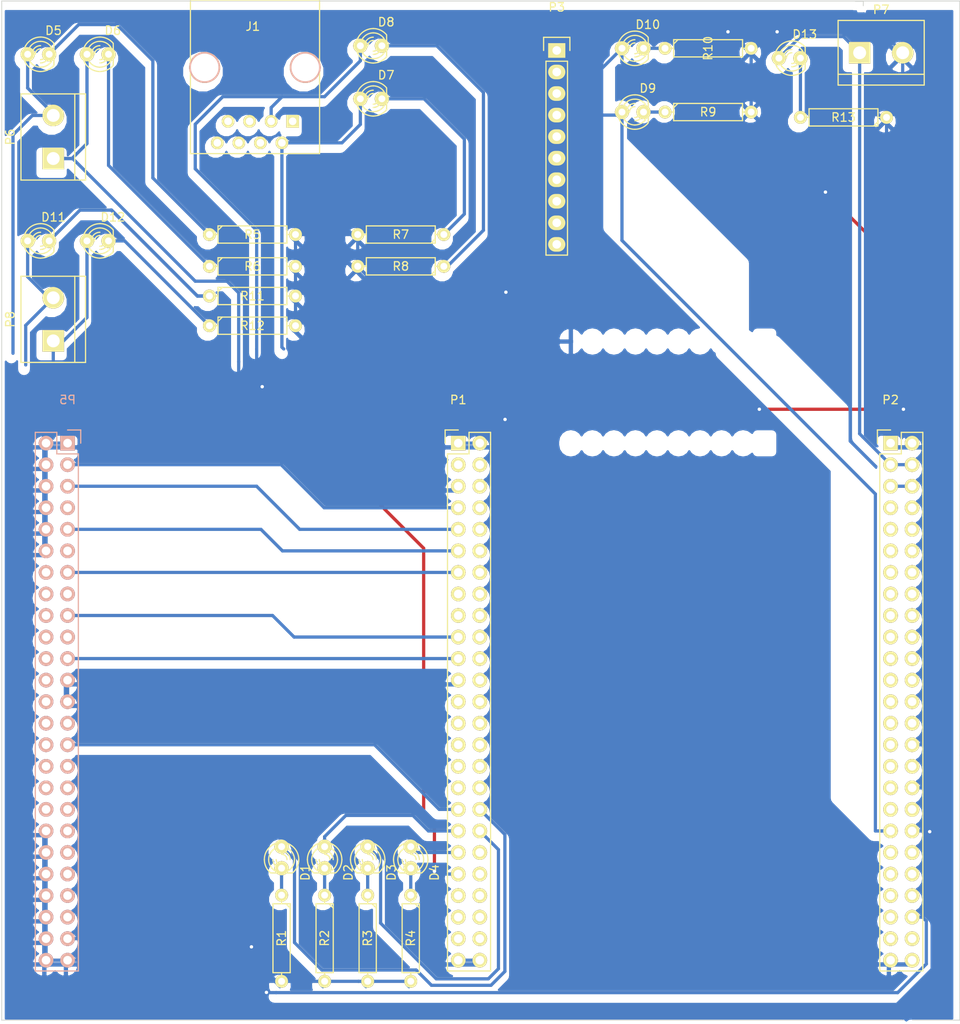
<source format=kicad_pcb>
(kicad_pcb (version 4) (host pcbnew "(2015-03-06 BZR 5484)-product")

  (general
    (links 112)
    (no_connects 45)
    (area 89.865999 45.923999 202.996001 166.166001)
    (thickness 1.6)
    (drawings 10)
    (tracks 265)
    (zones 0)
    (modules 34)
    (nets 109)
  )

  (page A4)
  (layers
    (0 F.Cu signal)
    (31 B.Cu signal)
    (32 B.Adhes user)
    (33 F.Adhes user)
    (34 B.Paste user)
    (35 F.Paste user)
    (36 B.SilkS user)
    (37 F.SilkS user)
    (38 B.Mask user)
    (39 F.Mask user)
    (40 Dwgs.User user)
    (41 Cmts.User user)
    (42 Eco1.User user)
    (43 Eco2.User user)
    (44 Edge.Cuts user)
    (45 Margin user)
    (46 B.CrtYd user)
    (47 F.CrtYd user)
    (48 B.Fab user)
    (49 F.Fab user)
  )

  (setup
    (last_trace_width 0.381)
    (trace_clearance 0.381)
    (zone_clearance 0.508)
    (zone_45_only no)
    (trace_min 0.2)
    (segment_width 0.2)
    (edge_width 0.1)
    (via_size 0.6)
    (via_drill 0.4)
    (via_min_size 0.4)
    (via_min_drill 0.3)
    (uvia_size 0.3)
    (uvia_drill 0.1)
    (uvias_allowed no)
    (uvia_min_size 0)
    (uvia_min_drill 0)
    (pcb_text_width 0.3)
    (pcb_text_size 1.5 1.5)
    (mod_edge_width 0.15)
    (mod_text_size 1 1)
    (mod_text_width 0.15)
    (pad_size 1.5 1.5)
    (pad_drill 0.6)
    (pad_to_mask_clearance 0)
    (aux_axis_origin 0 0)
    (visible_elements FFFFFF7F)
    (pcbplotparams
      (layerselection 0x00030_80000001)
      (usegerberextensions false)
      (excludeedgelayer true)
      (linewidth 0.100000)
      (plotframeref false)
      (viasonmask false)
      (mode 1)
      (useauxorigin false)
      (hpglpennumber 1)
      (hpglpenspeed 20)
      (hpglpendiameter 15)
      (hpglpenoverlay 2)
      (psnegative false)
      (psa4output false)
      (plotreference true)
      (plotvalue true)
      (plotinvisibletext false)
      (padsonsilk false)
      (subtractmaskfromsilk false)
      (outputformat 1)
      (mirror false)
      (drillshape 1)
      (scaleselection 1)
      (outputdirectory ""))
  )

  (net 0 "")
  (net 1 "Net-(J1-Pad1)")
  (net 2 "Net-(J1-Pad4)")
  (net 3 "Net-(J1-Pad5)")
  (net 4 "Net-(J1-Pad6)")
  (net 5 "Net-(J1-Pad7)")
  (net 6 "Net-(J1-Pad8)")
  (net 7 GND)
  (net 8 UART4_RX)
  (net 9 UART2_TX)
  (net 10 B12)
  (net 11 "Net-(D1-Pad2)")
  (net 12 B13)
  (net 13 "Net-(D2-Pad2)")
  (net 14 B14)
  (net 15 "Net-(D3-Pad2)")
  (net 16 B15)
  (net 17 "Net-(D4-Pad2)")
  (net 18 VDD1)
  (net 19 VDD2)
  (net 20 NRST)
  (net 21 C1)
  (net 22 C0)
  (net 23 C3)
  (net 24 C2)
  (net 25 A1)
  (net 26 A0)
  (net 27 A3)
  (net 28 A2)
  (net 29 A5)
  (net 30 A4)
  (net 31 A7)
  (net 32 A6)
  (net 33 C5)
  (net 34 C4)
  (net 35 B1)
  (net 36 B0)
  (net 37 B2)
  (net 38 E7)
  (net 39 E8)
  (net 40 E9)
  (net 41 E10)
  (net 42 E11)
  (net 43 E12)
  (net 44 E13)
  (net 45 E14)
  (net 46 E15)
  (net 47 B10)
  (net 48 B11)
  (net 49 D9)
  (net 50 D10)
  (net 51 D11)
  (net 52 D12)
  (net 53 D13)
  (net 54 D14)
  (net 55 D15)
  (net 56 NC)
  (net 57 5V)
  (net 58 3V3)
  (net 59 H0)
  (net 60 H1)
  (net 61 C14)
  (net 62 C15)
  (net 63 E6)
  (net 64 C13)
  (net 65 E4)
  (net 66 E5)
  (net 67 E2)
  (net 68 E3)
  (net 69 E0)
  (net 70 E1)
  (net 71 B8)
  (net 72 B9)
  (net 73 BOOT0)
  (net 74 VDD3)
  (net 75 B6)
  (net 76 B7)
  (net 77 B4)
  (net 78 B5)
  (net 79 D7)
  (net 80 B3)
  (net 81 D3)
  (net 82 D4)
  (net 83 D1)
  (net 84 A14)
  (net 85 A15)
  (net 86 A10)
  (net 87 A13)
  (net 88 A8)
  (net 89 A9)
  (net 90 C8)
  (net 91 C9)
  (net 92 C6)
  (net 93 C7)
  (net 94 "Net-(D5-Pad2)")
  (net 95 "Net-(D6-Pad2)")
  (net 96 "Net-(D7-Pad2)")
  (net 97 "Net-(D8-Pad2)")
  (net 98 "Net-(D9-Pad2)")
  (net 99 "Net-(D10-Pad2)")
  (net 100 "Net-(D11-Pad2)")
  (net 101 "Net-(D12-Pad2)")
  (net 102 UART4_TX)
  (net 103 "Net-(D13-Pad2)")
  (net 104 D0)
  (net 105 UART2_RX)
  (net 106 UART3_TX)
  (net 107 C12)
  (net 108 D2)

  (net_class Default "This is the default net class."
    (clearance 0.381)
    (trace_width 0.381)
    (via_dia 0.6)
    (via_drill 0.4)
    (uvia_dia 0.3)
    (uvia_drill 0.1)
    (add_net 3V3)
    (add_net 5V)
    (add_net A0)
    (add_net A1)
    (add_net A10)
    (add_net A13)
    (add_net A14)
    (add_net A15)
    (add_net A2)
    (add_net A3)
    (add_net A4)
    (add_net A5)
    (add_net A6)
    (add_net A7)
    (add_net A8)
    (add_net A9)
    (add_net B0)
    (add_net B1)
    (add_net B10)
    (add_net B11)
    (add_net B12)
    (add_net B13)
    (add_net B14)
    (add_net B15)
    (add_net B2)
    (add_net B3)
    (add_net B4)
    (add_net B5)
    (add_net B6)
    (add_net B7)
    (add_net B8)
    (add_net B9)
    (add_net BOOT0)
    (add_net C0)
    (add_net C1)
    (add_net C12)
    (add_net C13)
    (add_net C14)
    (add_net C15)
    (add_net C2)
    (add_net C3)
    (add_net C4)
    (add_net C5)
    (add_net C6)
    (add_net C7)
    (add_net C8)
    (add_net C9)
    (add_net D0)
    (add_net D1)
    (add_net D10)
    (add_net D11)
    (add_net D12)
    (add_net D13)
    (add_net D14)
    (add_net D15)
    (add_net D2)
    (add_net D3)
    (add_net D4)
    (add_net D7)
    (add_net D9)
    (add_net E0)
    (add_net E1)
    (add_net E10)
    (add_net E11)
    (add_net E12)
    (add_net E13)
    (add_net E14)
    (add_net E15)
    (add_net E2)
    (add_net E3)
    (add_net E4)
    (add_net E5)
    (add_net E6)
    (add_net E7)
    (add_net E8)
    (add_net E9)
    (add_net GND)
    (add_net H0)
    (add_net H1)
    (add_net NC)
    (add_net NRST)
    (add_net "Net-(D1-Pad2)")
    (add_net "Net-(D10-Pad2)")
    (add_net "Net-(D11-Pad2)")
    (add_net "Net-(D12-Pad2)")
    (add_net "Net-(D13-Pad2)")
    (add_net "Net-(D2-Pad2)")
    (add_net "Net-(D3-Pad2)")
    (add_net "Net-(D4-Pad2)")
    (add_net "Net-(D5-Pad2)")
    (add_net "Net-(D6-Pad2)")
    (add_net "Net-(D7-Pad2)")
    (add_net "Net-(D8-Pad2)")
    (add_net "Net-(D9-Pad2)")
    (add_net "Net-(J1-Pad1)")
    (add_net "Net-(J1-Pad4)")
    (add_net "Net-(J1-Pad5)")
    (add_net "Net-(J1-Pad6)")
    (add_net "Net-(J1-Pad7)")
    (add_net "Net-(J1-Pad8)")
    (add_net UART2_RX)
    (add_net UART2_TX)
    (add_net UART3_TX)
    (add_net UART4_RX)
    (add_net UART4_TX)
    (add_net VDD1)
    (add_net VDD2)
    (add_net VDD3)
  )

  (module Discret:R4 (layer F.Cu) (tedit 0) (tstamp 5515A5A9)
    (at 173.255 59.062)
    (descr "Resitance 4 pas")
    (tags R)
    (path /55167B9D)
    (fp_text reference R9 (at 0 0) (layer F.SilkS)
      (effects (font (size 1 1) (thickness 0.15)))
    )
    (fp_text value R (at 0 0) (layer F.Fab)
      (effects (font (size 1 1) (thickness 0.15)))
    )
    (fp_line (start -5.08 0) (end -4.064 0) (layer F.SilkS) (width 0.15))
    (fp_line (start -4.064 0) (end -4.064 -1.016) (layer F.SilkS) (width 0.15))
    (fp_line (start -4.064 -1.016) (end 4.064 -1.016) (layer F.SilkS) (width 0.15))
    (fp_line (start 4.064 -1.016) (end 4.064 1.016) (layer F.SilkS) (width 0.15))
    (fp_line (start 4.064 1.016) (end -4.064 1.016) (layer F.SilkS) (width 0.15))
    (fp_line (start -4.064 1.016) (end -4.064 0) (layer F.SilkS) (width 0.15))
    (fp_line (start -4.064 -0.508) (end -3.556 -1.016) (layer F.SilkS) (width 0.15))
    (fp_line (start 5.08 0) (end 4.064 0) (layer F.SilkS) (width 0.15))
    (pad 1 thru_hole circle (at -5.08 0) (size 1.524 1.524) (drill 0.8128) (layers *.Cu *.Mask F.SilkS)
      (net 98 "Net-(D9-Pad2)"))
    (pad 2 thru_hole circle (at 5.08 0) (size 1.524 1.524) (drill 0.8128) (layers *.Cu *.Mask F.SilkS)
      (net 7 GND))
    (model Discret.3dshapes/R4.wrl
      (at (xyz 0 0 0))
      (scale (xyz 0.4 0.4 0.4))
      (rotate (xyz 0 0 0))
    )
  )

  (module Discret:R4 (layer F.Cu) (tedit 5515DE7F) (tstamp 5515A5AF)
    (at 173.255 51.547)
    (descr "Resitance 4 pas")
    (tags R)
    (path /55167BA3)
    (fp_text reference R10 (at 0 0 90) (layer F.SilkS)
      (effects (font (size 1 1) (thickness 0.15)))
    )
    (fp_text value R (at 0 0) (layer F.Fab)
      (effects (font (size 1 1) (thickness 0.15)))
    )
    (fp_line (start -5.08 0) (end -4.064 0) (layer F.SilkS) (width 0.15))
    (fp_line (start -4.064 0) (end -4.064 -1.016) (layer F.SilkS) (width 0.15))
    (fp_line (start -4.064 -1.016) (end 4.064 -1.016) (layer F.SilkS) (width 0.15))
    (fp_line (start 4.064 -1.016) (end 4.064 1.016) (layer F.SilkS) (width 0.15))
    (fp_line (start 4.064 1.016) (end -4.064 1.016) (layer F.SilkS) (width 0.15))
    (fp_line (start -4.064 1.016) (end -4.064 0) (layer F.SilkS) (width 0.15))
    (fp_line (start -4.064 -0.508) (end -3.556 -1.016) (layer F.SilkS) (width 0.15))
    (fp_line (start 5.08 0) (end 4.064 0) (layer F.SilkS) (width 0.15))
    (pad 1 thru_hole circle (at -5.08 0) (size 1.524 1.524) (drill 0.8128) (layers *.Cu *.Mask F.SilkS)
      (net 99 "Net-(D10-Pad2)"))
    (pad 2 thru_hole circle (at 5.08 0) (size 1.524 1.524) (drill 0.8128) (layers *.Cu *.Mask F.SilkS)
      (net 7 GND))
    (model Discret.3dshapes/R4.wrl
      (at (xyz 0 0 0))
      (scale (xyz 0.4 0.4 0.4))
      (rotate (xyz 0 0 0))
    )
  )

  (module Discret:R4 (layer F.Cu) (tedit 0) (tstamp 5515A5B5)
    (at 119.5 80.75)
    (descr "Resitance 4 pas")
    (tags R)
    (path /55167BA9)
    (fp_text reference R11 (at 0 0) (layer F.SilkS)
      (effects (font (size 1 1) (thickness 0.15)))
    )
    (fp_text value R (at 0 0) (layer F.Fab)
      (effects (font (size 1 1) (thickness 0.15)))
    )
    (fp_line (start -5.08 0) (end -4.064 0) (layer F.SilkS) (width 0.15))
    (fp_line (start -4.064 0) (end -4.064 -1.016) (layer F.SilkS) (width 0.15))
    (fp_line (start -4.064 -1.016) (end 4.064 -1.016) (layer F.SilkS) (width 0.15))
    (fp_line (start 4.064 -1.016) (end 4.064 1.016) (layer F.SilkS) (width 0.15))
    (fp_line (start 4.064 1.016) (end -4.064 1.016) (layer F.SilkS) (width 0.15))
    (fp_line (start -4.064 1.016) (end -4.064 0) (layer F.SilkS) (width 0.15))
    (fp_line (start -4.064 -0.508) (end -3.556 -1.016) (layer F.SilkS) (width 0.15))
    (fp_line (start 5.08 0) (end 4.064 0) (layer F.SilkS) (width 0.15))
    (pad 1 thru_hole circle (at -5.08 0) (size 1.524 1.524) (drill 0.8128) (layers *.Cu *.Mask F.SilkS)
      (net 100 "Net-(D11-Pad2)"))
    (pad 2 thru_hole circle (at 5.08 0) (size 1.524 1.524) (drill 0.8128) (layers *.Cu *.Mask F.SilkS)
      (net 7 GND))
    (model Discret.3dshapes/R4.wrl
      (at (xyz 0 0 0))
      (scale (xyz 0.4 0.4 0.4))
      (rotate (xyz 0 0 0))
    )
  )

  (module LEDs:LED-3MM (layer F.Cu) (tedit 0) (tstamp 5515A585)
    (at 94.25 74.25)
    (descr "LED 3mm - Lead pitch 100mil (2,54mm)")
    (tags "LED led 3mm 3MM 100mil 2,54mm")
    (path /55167B91)
    (fp_text reference D11 (at 1.778 -2.794) (layer F.SilkS)
      (effects (font (size 1 1) (thickness 0.15)))
    )
    (fp_text value LED (at 0 2.54) (layer F.Fab)
      (effects (font (size 1 1) (thickness 0.15)))
    )
    (fp_line (start 1.8288 1.27) (end 1.8288 -1.27) (layer F.SilkS) (width 0.15))
    (fp_arc (start 0.254 0) (end -1.27 0) (angle 39.8) (layer F.SilkS) (width 0.15))
    (fp_arc (start 0.254 0) (end -0.88392 1.01092) (angle 41.6) (layer F.SilkS) (width 0.15))
    (fp_arc (start 0.254 0) (end 1.4097 -0.9906) (angle 40.6) (layer F.SilkS) (width 0.15))
    (fp_arc (start 0.254 0) (end 1.778 0) (angle 39.8) (layer F.SilkS) (width 0.15))
    (fp_arc (start 0.254 0) (end 0.254 -1.524) (angle 54.4) (layer F.SilkS) (width 0.15))
    (fp_arc (start 0.254 0) (end -0.9652 -0.9144) (angle 53.1) (layer F.SilkS) (width 0.15))
    (fp_arc (start 0.254 0) (end 1.45542 0.93472) (angle 52.1) (layer F.SilkS) (width 0.15))
    (fp_arc (start 0.254 0) (end 0.254 1.524) (angle 52.1) (layer F.SilkS) (width 0.15))
    (fp_arc (start 0.254 0) (end -0.381 0) (angle 90) (layer F.SilkS) (width 0.15))
    (fp_arc (start 0.254 0) (end -0.762 0) (angle 90) (layer F.SilkS) (width 0.15))
    (fp_arc (start 0.254 0) (end 0.889 0) (angle 90) (layer F.SilkS) (width 0.15))
    (fp_arc (start 0.254 0) (end 1.27 0) (angle 90) (layer F.SilkS) (width 0.15))
    (fp_arc (start 0.254 0) (end 0.254 -2.032) (angle 50.1) (layer F.SilkS) (width 0.15))
    (fp_arc (start 0.254 0) (end -1.5367 -0.95504) (angle 61.9) (layer F.SilkS) (width 0.15))
    (fp_arc (start 0.254 0) (end 1.8034 1.31064) (angle 49.7) (layer F.SilkS) (width 0.15))
    (fp_arc (start 0.254 0) (end 0.254 2.032) (angle 60.2) (layer F.SilkS) (width 0.15))
    (fp_arc (start 0.254 0) (end -1.778 0) (angle 28.3) (layer F.SilkS) (width 0.15))
    (fp_arc (start 0.254 0) (end -1.47574 1.06426) (angle 31.6) (layer F.SilkS) (width 0.15))
    (pad 1 thru_hole circle (at -1.27 0) (size 1.6764 1.6764) (drill 0.8128) (layers *.Cu *.Mask F.SilkS)
      (net 107 C12))
    (pad 2 thru_hole circle (at 1.27 0) (size 1.6764 1.6764) (drill 0.8128) (layers *.Cu *.Mask F.SilkS)
      (net 100 "Net-(D11-Pad2)"))
    (model LEDs.3dshapes/LED-3MM.wrl
      (at (xyz 0 0 0))
      (scale (xyz 1 1 1))
      (rotate (xyz 0 0 0))
    )
  )

  (module Connect:bornier2 (layer F.Cu) (tedit 0) (tstamp 550EF1C0)
    (at 96 83.5 90)
    (descr "Bornier d'alimentation 2 pins")
    (tags DEV)
    (path /550F10C2)
    (fp_text reference P8 (at 0 -5.08 90) (layer F.SilkS)
      (effects (font (size 1 1) (thickness 0.15)))
    )
    (fp_text value CONN_2 (at 0 5.08 90) (layer F.Fab)
      (effects (font (size 1 1) (thickness 0.15)))
    )
    (fp_line (start 5.08 2.54) (end -5.08 2.54) (layer F.SilkS) (width 0.15))
    (fp_line (start 5.08 3.81) (end 5.08 -3.81) (layer F.SilkS) (width 0.15))
    (fp_line (start 5.08 -3.81) (end -5.08 -3.81) (layer F.SilkS) (width 0.15))
    (fp_line (start -5.08 -3.81) (end -5.08 3.81) (layer F.SilkS) (width 0.15))
    (fp_line (start -5.08 3.81) (end 5.08 3.81) (layer F.SilkS) (width 0.15))
    (pad 1 thru_hole rect (at -2.54 0 90) (size 2.54 2.54) (drill 1.524) (layers *.Cu *.Mask F.SilkS)
      (net 108 D2))
    (pad 2 thru_hole circle (at 2.54 0 90) (size 2.54 2.54) (drill 1.524) (layers *.Cu *.Mask F.SilkS)
      (net 107 C12))
    (model Connect.3dshapes/bornier2.wrl
      (at (xyz 0 0 0))
      (scale (xyz 1 1 1))
      (rotate (xyz 0 0 0))
    )
  )

  (module LEDs:LED-3MM (layer F.Cu) (tedit 0) (tstamp 5515A58B)
    (at 101.25 74.25)
    (descr "LED 3mm - Lead pitch 100mil (2,54mm)")
    (tags "LED led 3mm 3MM 100mil 2,54mm")
    (path /55167B97)
    (fp_text reference D12 (at 1.778 -2.794) (layer F.SilkS)
      (effects (font (size 1 1) (thickness 0.15)))
    )
    (fp_text value LED (at 0 2.54) (layer F.Fab)
      (effects (font (size 1 1) (thickness 0.15)))
    )
    (fp_line (start 1.8288 1.27) (end 1.8288 -1.27) (layer F.SilkS) (width 0.15))
    (fp_arc (start 0.254 0) (end -1.27 0) (angle 39.8) (layer F.SilkS) (width 0.15))
    (fp_arc (start 0.254 0) (end -0.88392 1.01092) (angle 41.6) (layer F.SilkS) (width 0.15))
    (fp_arc (start 0.254 0) (end 1.4097 -0.9906) (angle 40.6) (layer F.SilkS) (width 0.15))
    (fp_arc (start 0.254 0) (end 1.778 0) (angle 39.8) (layer F.SilkS) (width 0.15))
    (fp_arc (start 0.254 0) (end 0.254 -1.524) (angle 54.4) (layer F.SilkS) (width 0.15))
    (fp_arc (start 0.254 0) (end -0.9652 -0.9144) (angle 53.1) (layer F.SilkS) (width 0.15))
    (fp_arc (start 0.254 0) (end 1.45542 0.93472) (angle 52.1) (layer F.SilkS) (width 0.15))
    (fp_arc (start 0.254 0) (end 0.254 1.524) (angle 52.1) (layer F.SilkS) (width 0.15))
    (fp_arc (start 0.254 0) (end -0.381 0) (angle 90) (layer F.SilkS) (width 0.15))
    (fp_arc (start 0.254 0) (end -0.762 0) (angle 90) (layer F.SilkS) (width 0.15))
    (fp_arc (start 0.254 0) (end 0.889 0) (angle 90) (layer F.SilkS) (width 0.15))
    (fp_arc (start 0.254 0) (end 1.27 0) (angle 90) (layer F.SilkS) (width 0.15))
    (fp_arc (start 0.254 0) (end 0.254 -2.032) (angle 50.1) (layer F.SilkS) (width 0.15))
    (fp_arc (start 0.254 0) (end -1.5367 -0.95504) (angle 61.9) (layer F.SilkS) (width 0.15))
    (fp_arc (start 0.254 0) (end 1.8034 1.31064) (angle 49.7) (layer F.SilkS) (width 0.15))
    (fp_arc (start 0.254 0) (end 0.254 2.032) (angle 60.2) (layer F.SilkS) (width 0.15))
    (fp_arc (start 0.254 0) (end -1.778 0) (angle 28.3) (layer F.SilkS) (width 0.15))
    (fp_arc (start 0.254 0) (end -1.47574 1.06426) (angle 31.6) (layer F.SilkS) (width 0.15))
    (pad 1 thru_hole circle (at -1.27 0) (size 1.6764 1.6764) (drill 0.8128) (layers *.Cu *.Mask F.SilkS)
      (net 108 D2))
    (pad 2 thru_hole circle (at 1.27 0) (size 1.6764 1.6764) (drill 0.8128) (layers *.Cu *.Mask F.SilkS)
      (net 101 "Net-(D12-Pad2)"))
    (model LEDs.3dshapes/LED-3MM.wrl
      (at (xyz 0 0 0))
      (scale (xyz 1 1 1))
      (rotate (xyz 0 0 0))
    )
  )

  (module Discret:R4 (layer F.Cu) (tedit 0) (tstamp 5515A5BB)
    (at 119.5 84.25)
    (descr "Resitance 4 pas")
    (tags R)
    (path /55167BAF)
    (fp_text reference R12 (at 0 0) (layer F.SilkS)
      (effects (font (size 1 1) (thickness 0.15)))
    )
    (fp_text value R (at 0 0) (layer F.Fab)
      (effects (font (size 1 1) (thickness 0.15)))
    )
    (fp_line (start -5.08 0) (end -4.064 0) (layer F.SilkS) (width 0.15))
    (fp_line (start -4.064 0) (end -4.064 -1.016) (layer F.SilkS) (width 0.15))
    (fp_line (start -4.064 -1.016) (end 4.064 -1.016) (layer F.SilkS) (width 0.15))
    (fp_line (start 4.064 -1.016) (end 4.064 1.016) (layer F.SilkS) (width 0.15))
    (fp_line (start 4.064 1.016) (end -4.064 1.016) (layer F.SilkS) (width 0.15))
    (fp_line (start -4.064 1.016) (end -4.064 0) (layer F.SilkS) (width 0.15))
    (fp_line (start -4.064 -0.508) (end -3.556 -1.016) (layer F.SilkS) (width 0.15))
    (fp_line (start 5.08 0) (end 4.064 0) (layer F.SilkS) (width 0.15))
    (pad 1 thru_hole circle (at -5.08 0) (size 1.524 1.524) (drill 0.8128) (layers *.Cu *.Mask F.SilkS)
      (net 101 "Net-(D12-Pad2)"))
    (pad 2 thru_hole circle (at 5.08 0) (size 1.524 1.524) (drill 0.8128) (layers *.Cu *.Mask F.SilkS)
      (net 7 GND))
    (model Discret.3dshapes/R4.wrl
      (at (xyz 0 0 0))
      (scale (xyz 0.4 0.4 0.4))
      (rotate (xyz 0 0 0))
    )
  )

  (module Pin_Headers:Pin_Header_Straight_1x10 (layer F.Cu) (tedit 0) (tstamp 5516B816)
    (at 155.4 51.8)
    (descr "Through hole pin header")
    (tags "pin header")
    (path /5516FF2E)
    (fp_text reference P3 (at 0 -5.1) (layer F.SilkS)
      (effects (font (size 1 1) (thickness 0.15)))
    )
    (fp_text value CONN_4 (at 0 -3.1) (layer F.Fab)
      (effects (font (size 1 1) (thickness 0.15)))
    )
    (fp_line (start -1.75 -1.75) (end -1.75 24.65) (layer F.CrtYd) (width 0.05))
    (fp_line (start 1.75 -1.75) (end 1.75 24.65) (layer F.CrtYd) (width 0.05))
    (fp_line (start -1.75 -1.75) (end 1.75 -1.75) (layer F.CrtYd) (width 0.05))
    (fp_line (start -1.75 24.65) (end 1.75 24.65) (layer F.CrtYd) (width 0.05))
    (fp_line (start 1.27 1.27) (end 1.27 24.13) (layer F.SilkS) (width 0.15))
    (fp_line (start 1.27 24.13) (end -1.27 24.13) (layer F.SilkS) (width 0.15))
    (fp_line (start -1.27 24.13) (end -1.27 1.27) (layer F.SilkS) (width 0.15))
    (fp_line (start 1.55 -1.55) (end 1.55 0) (layer F.SilkS) (width 0.15))
    (fp_line (start 1.27 1.27) (end -1.27 1.27) (layer F.SilkS) (width 0.15))
    (fp_line (start -1.55 0) (end -1.55 -1.55) (layer F.SilkS) (width 0.15))
    (fp_line (start -1.55 -1.55) (end 1.55 -1.55) (layer F.SilkS) (width 0.15))
    (pad 1 thru_hole rect (at 0 0) (size 2.032 1.7272) (drill 1.016) (layers *.Cu *.Mask F.SilkS)
      (net 7 GND))
    (pad 2 thru_hole oval (at 0 2.54) (size 2.032 1.7272) (drill 1.016) (layers *.Cu *.Mask F.SilkS)
      (net 57 5V))
    (pad 3 thru_hole oval (at 0 5.08) (size 2.032 1.7272) (drill 1.016) (layers *.Cu *.Mask F.SilkS)
      (net 8 UART4_RX))
    (pad 4 thru_hole oval (at 0 7.62) (size 2.032 1.7272) (drill 1.016) (layers *.Cu *.Mask F.SilkS)
      (net 102 UART4_TX))
    (pad 5 thru_hole oval (at 0 10.16) (size 2.032 1.7272) (drill 1.016) (layers *.Cu *.Mask F.SilkS))
    (pad 6 thru_hole oval (at 0 12.7) (size 2.032 1.7272) (drill 1.016) (layers *.Cu *.Mask F.SilkS))
    (pad 7 thru_hole oval (at 0 15.24) (size 2.032 1.7272) (drill 1.016) (layers *.Cu *.Mask F.SilkS))
    (pad 8 thru_hole oval (at 0 17.78) (size 2.032 1.7272) (drill 1.016) (layers *.Cu *.Mask F.SilkS))
    (pad 9 thru_hole oval (at 0 20.32) (size 2.032 1.7272) (drill 1.016) (layers *.Cu *.Mask F.SilkS))
    (pad 10 thru_hole oval (at 0 22.86) (size 2.032 1.7272) (drill 1.016) (layers *.Cu *.Mask F.SilkS))
    (model Pin_Headers.3dshapes/Pin_Header_Straight_1x10.wrl
      (at (xyz 0 -0.45 0))
      (scale (xyz 1 1 1))
      (rotate (xyz 0 0 90))
    )
  )

  (module Pin_Headers:Pin_Header_Straight_2x25 (layer F.Cu) (tedit 0) (tstamp 5515AB88)
    (at 143.782 98.095)
    (descr "Through hole pin header")
    (tags "pin header")
    (path /550EB551)
    (fp_text reference P1 (at 0 -5.1) (layer F.SilkS)
      (effects (font (size 1 1) (thickness 0.15)))
    )
    (fp_text value CONN_25X2 (at 0 -3.1) (layer F.Fab)
      (effects (font (size 1 1) (thickness 0.15)))
    )
    (fp_line (start -1.75 -1.75) (end -1.75 62.75) (layer F.CrtYd) (width 0.05))
    (fp_line (start 4.3 -1.75) (end 4.3 62.75) (layer F.CrtYd) (width 0.05))
    (fp_line (start -1.75 -1.75) (end 4.3 -1.75) (layer F.CrtYd) (width 0.05))
    (fp_line (start -1.75 62.75) (end 4.3 62.75) (layer F.CrtYd) (width 0.05))
    (fp_line (start -1.27 1.27) (end -1.27 62.23) (layer F.SilkS) (width 0.15))
    (fp_line (start 3.81 62.23) (end 3.81 -1.27) (layer F.SilkS) (width 0.15))
    (fp_line (start 3.81 62.23) (end -1.27 62.23) (layer F.SilkS) (width 0.15))
    (fp_line (start 3.81 -1.27) (end 1.27 -1.27) (layer F.SilkS) (width 0.15))
    (fp_line (start 0 -1.55) (end -1.55 -1.55) (layer F.SilkS) (width 0.15))
    (fp_line (start 1.27 -1.27) (end 1.27 1.27) (layer F.SilkS) (width 0.15))
    (fp_line (start 1.27 1.27) (end -1.27 1.27) (layer F.SilkS) (width 0.15))
    (fp_line (start -1.55 -1.55) (end -1.55 0) (layer F.SilkS) (width 0.15))
    (pad 1 thru_hole rect (at 0 0) (size 1.7272 1.7272) (drill 1.016) (layers *.Cu *.Mask F.SilkS)
      (net 7 GND))
    (pad 2 thru_hole oval (at 2.54 0) (size 1.7272 1.7272) (drill 1.016) (layers *.Cu *.Mask F.SilkS)
      (net 7 GND))
    (pad 3 thru_hole oval (at 0 2.54) (size 1.7272 1.7272) (drill 1.016) (layers *.Cu *.Mask F.SilkS)
      (net 18 VDD1))
    (pad 4 thru_hole oval (at 2.54 2.54) (size 1.7272 1.7272) (drill 1.016) (layers *.Cu *.Mask F.SilkS)
      (net 19 VDD2))
    (pad 5 thru_hole oval (at 0 5.08) (size 1.7272 1.7272) (drill 1.016) (layers *.Cu *.Mask F.SilkS)
      (net 7 GND))
    (pad 6 thru_hole oval (at 2.54 5.08) (size 1.7272 1.7272) (drill 1.016) (layers *.Cu *.Mask F.SilkS)
      (net 20 NRST))
    (pad 7 thru_hole oval (at 0 7.62) (size 1.7272 1.7272) (drill 1.016) (layers *.Cu *.Mask F.SilkS)
      (net 21 C1))
    (pad 8 thru_hole oval (at 2.54 7.62) (size 1.7272 1.7272) (drill 1.016) (layers *.Cu *.Mask F.SilkS)
      (net 22 C0))
    (pad 9 thru_hole oval (at 0 10.16) (size 1.7272 1.7272) (drill 1.016) (layers *.Cu *.Mask F.SilkS)
      (net 23 C3))
    (pad 10 thru_hole oval (at 2.54 10.16) (size 1.7272 1.7272) (drill 1.016) (layers *.Cu *.Mask F.SilkS)
      (net 24 C2))
    (pad 11 thru_hole oval (at 0 12.7) (size 1.7272 1.7272) (drill 1.016) (layers *.Cu *.Mask F.SilkS)
      (net 25 A1))
    (pad 12 thru_hole oval (at 2.54 12.7) (size 1.7272 1.7272) (drill 1.016) (layers *.Cu *.Mask F.SilkS)
      (net 26 A0))
    (pad 13 thru_hole oval (at 0 15.24) (size 1.7272 1.7272) (drill 1.016) (layers *.Cu *.Mask F.SilkS)
      (net 27 A3))
    (pad 14 thru_hole oval (at 2.54 15.24) (size 1.7272 1.7272) (drill 1.016) (layers *.Cu *.Mask F.SilkS)
      (net 28 A2))
    (pad 15 thru_hole oval (at 0 17.78) (size 1.7272 1.7272) (drill 1.016) (layers *.Cu *.Mask F.SilkS)
      (net 29 A5))
    (pad 16 thru_hole oval (at 2.54 17.78) (size 1.7272 1.7272) (drill 1.016) (layers *.Cu *.Mask F.SilkS)
      (net 30 A4))
    (pad 17 thru_hole oval (at 0 20.32) (size 1.7272 1.7272) (drill 1.016) (layers *.Cu *.Mask F.SilkS)
      (net 31 A7))
    (pad 18 thru_hole oval (at 2.54 20.32) (size 1.7272 1.7272) (drill 1.016) (layers *.Cu *.Mask F.SilkS)
      (net 32 A6))
    (pad 19 thru_hole oval (at 0 22.86) (size 1.7272 1.7272) (drill 1.016) (layers *.Cu *.Mask F.SilkS)
      (net 33 C5))
    (pad 20 thru_hole oval (at 2.54 22.86) (size 1.7272 1.7272) (drill 1.016) (layers *.Cu *.Mask F.SilkS)
      (net 34 C4))
    (pad 21 thru_hole oval (at 0 25.4) (size 1.7272 1.7272) (drill 1.016) (layers *.Cu *.Mask F.SilkS)
      (net 35 B1))
    (pad 22 thru_hole oval (at 2.54 25.4) (size 1.7272 1.7272) (drill 1.016) (layers *.Cu *.Mask F.SilkS)
      (net 36 B0))
    (pad 23 thru_hole oval (at 0 27.94) (size 1.7272 1.7272) (drill 1.016) (layers *.Cu *.Mask F.SilkS)
      (net 7 GND))
    (pad 24 thru_hole oval (at 2.54 27.94) (size 1.7272 1.7272) (drill 1.016) (layers *.Cu *.Mask F.SilkS)
      (net 37 B2))
    (pad 25 thru_hole oval (at 0 30.48) (size 1.7272 1.7272) (drill 1.016) (layers *.Cu *.Mask F.SilkS)
      (net 38 E7))
    (pad 26 thru_hole oval (at 2.54 30.48) (size 1.7272 1.7272) (drill 1.016) (layers *.Cu *.Mask F.SilkS)
      (net 39 E8))
    (pad 27 thru_hole oval (at 0 33.02) (size 1.7272 1.7272) (drill 1.016) (layers *.Cu *.Mask F.SilkS)
      (net 40 E9))
    (pad 28 thru_hole oval (at 2.54 33.02) (size 1.7272 1.7272) (drill 1.016) (layers *.Cu *.Mask F.SilkS)
      (net 41 E10))
    (pad 29 thru_hole oval (at 0 35.56) (size 1.7272 1.7272) (drill 1.016) (layers *.Cu *.Mask F.SilkS)
      (net 42 E11))
    (pad 30 thru_hole oval (at 2.54 35.56) (size 1.7272 1.7272) (drill 1.016) (layers *.Cu *.Mask F.SilkS)
      (net 43 E12))
    (pad 31 thru_hole oval (at 0 38.1) (size 1.7272 1.7272) (drill 1.016) (layers *.Cu *.Mask F.SilkS)
      (net 44 E13))
    (pad 32 thru_hole oval (at 2.54 38.1) (size 1.7272 1.7272) (drill 1.016) (layers *.Cu *.Mask F.SilkS)
      (net 45 E14))
    (pad 33 thru_hole oval (at 0 40.64) (size 1.7272 1.7272) (drill 1.016) (layers *.Cu *.Mask F.SilkS)
      (net 46 E15))
    (pad 34 thru_hole oval (at 2.54 40.64) (size 1.7272 1.7272) (drill 1.016) (layers *.Cu *.Mask F.SilkS)
      (net 47 B10))
    (pad 35 thru_hole oval (at 0 43.18) (size 1.7272 1.7272) (drill 1.016) (layers *.Cu *.Mask F.SilkS)
      (net 48 B11))
    (pad 36 thru_hole oval (at 2.54 43.18) (size 1.7272 1.7272) (drill 1.016) (layers *.Cu *.Mask F.SilkS)
      (net 10 B12))
    (pad 37 thru_hole oval (at 0 45.72) (size 1.7272 1.7272) (drill 1.016) (layers *.Cu *.Mask F.SilkS)
      (net 12 B13))
    (pad 38 thru_hole oval (at 2.54 45.72) (size 1.7272 1.7272) (drill 1.016) (layers *.Cu *.Mask F.SilkS)
      (net 14 B14))
    (pad 39 thru_hole oval (at 0 48.26) (size 1.7272 1.7272) (drill 1.016) (layers *.Cu *.Mask F.SilkS)
      (net 16 B15))
    (pad 40 thru_hole oval (at 2.54 48.26) (size 1.7272 1.7272) (drill 1.016) (layers *.Cu *.Mask F.SilkS)
      (net 106 UART3_TX))
    (pad 41 thru_hole oval (at 0 50.8) (size 1.7272 1.7272) (drill 1.016) (layers *.Cu *.Mask F.SilkS)
      (net 49 D9))
    (pad 42 thru_hole oval (at 2.54 50.8) (size 1.7272 1.7272) (drill 1.016) (layers *.Cu *.Mask F.SilkS)
      (net 50 D10))
    (pad 43 thru_hole oval (at 0 53.34) (size 1.7272 1.7272) (drill 1.016) (layers *.Cu *.Mask F.SilkS)
      (net 51 D11))
    (pad 44 thru_hole oval (at 2.54 53.34) (size 1.7272 1.7272) (drill 1.016) (layers *.Cu *.Mask F.SilkS)
      (net 52 D12))
    (pad 45 thru_hole oval (at 0 55.88) (size 1.7272 1.7272) (drill 1.016) (layers *.Cu *.Mask F.SilkS)
      (net 53 D13))
    (pad 46 thru_hole oval (at 2.54 55.88) (size 1.7272 1.7272) (drill 1.016) (layers *.Cu *.Mask F.SilkS)
      (net 54 D14))
    (pad 47 thru_hole oval (at 0 58.42) (size 1.7272 1.7272) (drill 1.016) (layers *.Cu *.Mask F.SilkS)
      (net 55 D15))
    (pad 48 thru_hole oval (at 2.54 58.42) (size 1.7272 1.7272) (drill 1.016) (layers *.Cu *.Mask F.SilkS)
      (net 56 NC))
    (pad 49 thru_hole oval (at 0 60.96) (size 1.7272 1.7272) (drill 1.016) (layers *.Cu *.Mask F.SilkS)
      (net 7 GND))
    (pad 50 thru_hole oval (at 2.54 60.96) (size 1.7272 1.7272) (drill 1.016) (layers *.Cu *.Mask F.SilkS)
      (net 7 GND))
    (model Pin_Headers.3dshapes/Pin_Header_Straight_2x25.wrl
      (at (xyz 0.05 -1.2 0))
      (scale (xyz 1 1 1))
      (rotate (xyz 0 0 90))
    )
  )

  (module Pin_Headers:Pin_Header_Straight_2x25 (layer F.Cu) (tedit 0) (tstamp 550EF15C)
    (at 194.782 98.095)
    (descr "Through hole pin header")
    (tags "pin header")
    (path /550EB581)
    (fp_text reference P2 (at 0 -5.1) (layer F.SilkS)
      (effects (font (size 1 1) (thickness 0.15)))
    )
    (fp_text value CONN_25X2 (at 0 -3.1) (layer F.Fab)
      (effects (font (size 1 1) (thickness 0.15)))
    )
    (fp_line (start -1.75 -1.75) (end -1.75 62.75) (layer F.CrtYd) (width 0.05))
    (fp_line (start 4.3 -1.75) (end 4.3 62.75) (layer F.CrtYd) (width 0.05))
    (fp_line (start -1.75 -1.75) (end 4.3 -1.75) (layer F.CrtYd) (width 0.05))
    (fp_line (start -1.75 62.75) (end 4.3 62.75) (layer F.CrtYd) (width 0.05))
    (fp_line (start -1.27 1.27) (end -1.27 62.23) (layer F.SilkS) (width 0.15))
    (fp_line (start 3.81 62.23) (end 3.81 -1.27) (layer F.SilkS) (width 0.15))
    (fp_line (start 3.81 62.23) (end -1.27 62.23) (layer F.SilkS) (width 0.15))
    (fp_line (start 3.81 -1.27) (end 1.27 -1.27) (layer F.SilkS) (width 0.15))
    (fp_line (start 0 -1.55) (end -1.55 -1.55) (layer F.SilkS) (width 0.15))
    (fp_line (start 1.27 -1.27) (end 1.27 1.27) (layer F.SilkS) (width 0.15))
    (fp_line (start 1.27 1.27) (end -1.27 1.27) (layer F.SilkS) (width 0.15))
    (fp_line (start -1.55 -1.55) (end -1.55 0) (layer F.SilkS) (width 0.15))
    (pad 1 thru_hole rect (at 0 0) (size 1.7272 1.7272) (drill 1.016) (layers *.Cu *.Mask F.SilkS)
      (net 7 GND))
    (pad 2 thru_hole oval (at 2.54 0) (size 1.7272 1.7272) (drill 1.016) (layers *.Cu *.Mask F.SilkS)
      (net 7 GND))
    (pad 3 thru_hole oval (at 0 2.54) (size 1.7272 1.7272) (drill 1.016) (layers *.Cu *.Mask F.SilkS)
      (net 57 5V))
    (pad 4 thru_hole oval (at 2.54 2.54) (size 1.7272 1.7272) (drill 1.016) (layers *.Cu *.Mask F.SilkS)
      (net 57 5V))
    (pad 5 thru_hole oval (at 0 5.08) (size 1.7272 1.7272) (drill 1.016) (layers *.Cu *.Mask F.SilkS)
      (net 58 3V3))
    (pad 6 thru_hole oval (at 2.54 5.08) (size 1.7272 1.7272) (drill 1.016) (layers *.Cu *.Mask F.SilkS)
      (net 58 3V3))
    (pad 7 thru_hole oval (at 0 7.62) (size 1.7272 1.7272) (drill 1.016) (layers *.Cu *.Mask F.SilkS)
      (net 59 H0))
    (pad 8 thru_hole oval (at 2.54 7.62) (size 1.7272 1.7272) (drill 1.016) (layers *.Cu *.Mask F.SilkS)
      (net 60 H1))
    (pad 9 thru_hole oval (at 0 10.16) (size 1.7272 1.7272) (drill 1.016) (layers *.Cu *.Mask F.SilkS)
      (net 61 C14))
    (pad 10 thru_hole oval (at 2.54 10.16) (size 1.7272 1.7272) (drill 1.016) (layers *.Cu *.Mask F.SilkS)
      (net 62 C15))
    (pad 11 thru_hole oval (at 0 12.7) (size 1.7272 1.7272) (drill 1.016) (layers *.Cu *.Mask F.SilkS)
      (net 63 E6))
    (pad 12 thru_hole oval (at 2.54 12.7) (size 1.7272 1.7272) (drill 1.016) (layers *.Cu *.Mask F.SilkS)
      (net 64 C13))
    (pad 13 thru_hole oval (at 0 15.24) (size 1.7272 1.7272) (drill 1.016) (layers *.Cu *.Mask F.SilkS)
      (net 65 E4))
    (pad 14 thru_hole oval (at 2.54 15.24) (size 1.7272 1.7272) (drill 1.016) (layers *.Cu *.Mask F.SilkS)
      (net 66 E5))
    (pad 15 thru_hole oval (at 0 17.78) (size 1.7272 1.7272) (drill 1.016) (layers *.Cu *.Mask F.SilkS)
      (net 67 E2))
    (pad 16 thru_hole oval (at 2.54 17.78) (size 1.7272 1.7272) (drill 1.016) (layers *.Cu *.Mask F.SilkS)
      (net 68 E3))
    (pad 17 thru_hole oval (at 0 20.32) (size 1.7272 1.7272) (drill 1.016) (layers *.Cu *.Mask F.SilkS)
      (net 69 E0))
    (pad 18 thru_hole oval (at 2.54 20.32) (size 1.7272 1.7272) (drill 1.016) (layers *.Cu *.Mask F.SilkS)
      (net 70 E1))
    (pad 19 thru_hole oval (at 0 22.86) (size 1.7272 1.7272) (drill 1.016) (layers *.Cu *.Mask F.SilkS)
      (net 71 B8))
    (pad 20 thru_hole oval (at 2.54 22.86) (size 1.7272 1.7272) (drill 1.016) (layers *.Cu *.Mask F.SilkS)
      (net 72 B9))
    (pad 21 thru_hole oval (at 0 25.4) (size 1.7272 1.7272) (drill 1.016) (layers *.Cu *.Mask F.SilkS)
      (net 73 BOOT0))
    (pad 22 thru_hole oval (at 2.54 25.4) (size 1.7272 1.7272) (drill 1.016) (layers *.Cu *.Mask F.SilkS)
      (net 74 VDD3))
    (pad 23 thru_hole oval (at 0 27.94) (size 1.7272 1.7272) (drill 1.016) (layers *.Cu *.Mask F.SilkS)
      (net 75 B6))
    (pad 24 thru_hole oval (at 2.54 27.94) (size 1.7272 1.7272) (drill 1.016) (layers *.Cu *.Mask F.SilkS)
      (net 76 B7))
    (pad 25 thru_hole oval (at 0 30.48) (size 1.7272 1.7272) (drill 1.016) (layers *.Cu *.Mask F.SilkS)
      (net 77 B4))
    (pad 26 thru_hole oval (at 2.54 30.48) (size 1.7272 1.7272) (drill 1.016) (layers *.Cu *.Mask F.SilkS)
      (net 78 B5))
    (pad 27 thru_hole oval (at 0 33.02) (size 1.7272 1.7272) (drill 1.016) (layers *.Cu *.Mask F.SilkS)
      (net 79 D7))
    (pad 28 thru_hole oval (at 2.54 33.02) (size 1.7272 1.7272) (drill 1.016) (layers *.Cu *.Mask F.SilkS)
      (net 80 B3))
    (pad 29 thru_hole oval (at 0 35.56) (size 1.7272 1.7272) (drill 1.016) (layers *.Cu *.Mask F.SilkS)
      (net 9 UART2_TX))
    (pad 30 thru_hole oval (at 2.54 35.56) (size 1.7272 1.7272) (drill 1.016) (layers *.Cu *.Mask F.SilkS)
      (net 105 UART2_RX))
    (pad 31 thru_hole oval (at 0 38.1) (size 1.7272 1.7272) (drill 1.016) (layers *.Cu *.Mask F.SilkS)
      (net 81 D3))
    (pad 32 thru_hole oval (at 2.54 38.1) (size 1.7272 1.7272) (drill 1.016) (layers *.Cu *.Mask F.SilkS)
      (net 82 D4))
    (pad 33 thru_hole oval (at 0 40.64) (size 1.7272 1.7272) (drill 1.016) (layers *.Cu *.Mask F.SilkS)
      (net 83 D1))
    (pad 34 thru_hole oval (at 2.54 40.64) (size 1.7272 1.7272) (drill 1.016) (layers *.Cu *.Mask F.SilkS)
      (net 108 D2))
    (pad 35 thru_hole oval (at 0 43.18) (size 1.7272 1.7272) (drill 1.016) (layers *.Cu *.Mask F.SilkS)
      (net 107 C12))
    (pad 36 thru_hole oval (at 2.54 43.18) (size 1.7272 1.7272) (drill 1.016) (layers *.Cu *.Mask F.SilkS)
      (net 104 D0))
    (pad 37 thru_hole oval (at 0 45.72) (size 1.7272 1.7272) (drill 1.016) (layers *.Cu *.Mask F.SilkS)
      (net 102 UART4_TX))
    (pad 38 thru_hole oval (at 2.54 45.72) (size 1.7272 1.7272) (drill 1.016) (layers *.Cu *.Mask F.SilkS)
      (net 8 UART4_RX))
    (pad 39 thru_hole oval (at 0 48.26) (size 1.7272 1.7272) (drill 1.016) (layers *.Cu *.Mask F.SilkS)
      (net 84 A14))
    (pad 40 thru_hole oval (at 2.54 48.26) (size 1.7272 1.7272) (drill 1.016) (layers *.Cu *.Mask F.SilkS)
      (net 85 A15))
    (pad 41 thru_hole oval (at 0 50.8) (size 1.7272 1.7272) (drill 1.016) (layers *.Cu *.Mask F.SilkS)
      (net 86 A10))
    (pad 42 thru_hole oval (at 2.54 50.8) (size 1.7272 1.7272) (drill 1.016) (layers *.Cu *.Mask F.SilkS)
      (net 87 A13))
    (pad 43 thru_hole oval (at 0 53.34) (size 1.7272 1.7272) (drill 1.016) (layers *.Cu *.Mask F.SilkS)
      (net 88 A8))
    (pad 44 thru_hole oval (at 2.54 53.34) (size 1.7272 1.7272) (drill 1.016) (layers *.Cu *.Mask F.SilkS)
      (net 89 A9))
    (pad 45 thru_hole oval (at 0 55.88) (size 1.7272 1.7272) (drill 1.016) (layers *.Cu *.Mask F.SilkS)
      (net 90 C8))
    (pad 46 thru_hole oval (at 2.54 55.88) (size 1.7272 1.7272) (drill 1.016) (layers *.Cu *.Mask F.SilkS)
      (net 91 C9))
    (pad 47 thru_hole oval (at 0 58.42) (size 1.7272 1.7272) (drill 1.016) (layers *.Cu *.Mask F.SilkS)
      (net 92 C6))
    (pad 48 thru_hole oval (at 2.54 58.42) (size 1.7272 1.7272) (drill 1.016) (layers *.Cu *.Mask F.SilkS)
      (net 93 C7))
    (pad 49 thru_hole oval (at 0 60.96) (size 1.7272 1.7272) (drill 1.016) (layers *.Cu *.Mask F.SilkS)
      (net 7 GND))
    (pad 50 thru_hole oval (at 2.54 60.96) (size 1.7272 1.7272) (drill 1.016) (layers *.Cu *.Mask F.SilkS)
      (net 7 GND))
    (model Pin_Headers.3dshapes/Pin_Header_Straight_2x25.wrl
      (at (xyz 0.05 -1.2 0))
      (scale (xyz 1 1 1))
      (rotate (xyz 0 0 90))
    )
  )

  (module LEDs:LED-3MM (layer F.Cu) (tedit 0) (tstamp 5515E4FF)
    (at 133.5 51.25)
    (descr "LED 3mm - Lead pitch 100mil (2,54mm)")
    (tags "LED led 3mm 3MM 100mil 2,54mm")
    (path /55167A00)
    (fp_text reference D8 (at 1.778 -2.794) (layer F.SilkS)
      (effects (font (size 1 1) (thickness 0.15)))
    )
    (fp_text value LED (at 0 2.54) (layer F.Fab)
      (effects (font (size 1 1) (thickness 0.15)))
    )
    (fp_line (start 1.8288 1.27) (end 1.8288 -1.27) (layer F.SilkS) (width 0.15))
    (fp_arc (start 0.254 0) (end -1.27 0) (angle 39.8) (layer F.SilkS) (width 0.15))
    (fp_arc (start 0.254 0) (end -0.88392 1.01092) (angle 41.6) (layer F.SilkS) (width 0.15))
    (fp_arc (start 0.254 0) (end 1.4097 -0.9906) (angle 40.6) (layer F.SilkS) (width 0.15))
    (fp_arc (start 0.254 0) (end 1.778 0) (angle 39.8) (layer F.SilkS) (width 0.15))
    (fp_arc (start 0.254 0) (end 0.254 -1.524) (angle 54.4) (layer F.SilkS) (width 0.15))
    (fp_arc (start 0.254 0) (end -0.9652 -0.9144) (angle 53.1) (layer F.SilkS) (width 0.15))
    (fp_arc (start 0.254 0) (end 1.45542 0.93472) (angle 52.1) (layer F.SilkS) (width 0.15))
    (fp_arc (start 0.254 0) (end 0.254 1.524) (angle 52.1) (layer F.SilkS) (width 0.15))
    (fp_arc (start 0.254 0) (end -0.381 0) (angle 90) (layer F.SilkS) (width 0.15))
    (fp_arc (start 0.254 0) (end -0.762 0) (angle 90) (layer F.SilkS) (width 0.15))
    (fp_arc (start 0.254 0) (end 0.889 0) (angle 90) (layer F.SilkS) (width 0.15))
    (fp_arc (start 0.254 0) (end 1.27 0) (angle 90) (layer F.SilkS) (width 0.15))
    (fp_arc (start 0.254 0) (end 0.254 -2.032) (angle 50.1) (layer F.SilkS) (width 0.15))
    (fp_arc (start 0.254 0) (end -1.5367 -0.95504) (angle 61.9) (layer F.SilkS) (width 0.15))
    (fp_arc (start 0.254 0) (end 1.8034 1.31064) (angle 49.7) (layer F.SilkS) (width 0.15))
    (fp_arc (start 0.254 0) (end 0.254 2.032) (angle 60.2) (layer F.SilkS) (width 0.15))
    (fp_arc (start 0.254 0) (end -1.778 0) (angle 28.3) (layer F.SilkS) (width 0.15))
    (fp_arc (start 0.254 0) (end -1.47574 1.06426) (angle 31.6) (layer F.SilkS) (width 0.15))
    (pad 1 thru_hole circle (at -1.27 0) (size 1.6764 1.6764) (drill 0.8128) (layers *.Cu *.Mask F.SilkS)
      (net 49 D9))
    (pad 2 thru_hole circle (at 1.27 0) (size 1.6764 1.6764) (drill 0.8128) (layers *.Cu *.Mask F.SilkS)
      (net 97 "Net-(D8-Pad2)"))
    (model LEDs.3dshapes/LED-3MM.wrl
      (at (xyz 0 0 0))
      (scale (xyz 1 1 1))
      (rotate (xyz 0 0 0))
    )
  )

  (module Connect:RJ45_8 (layer F.Cu) (tedit 5515AE50) (tstamp 550EF0F0)
    (at 119.8 53.8 180)
    (tags RJ45)
    (path /550EF8FD)
    (fp_text reference J1 (at 0.254 4.826 180) (layer F.SilkS)
      (effects (font (size 1 1) (thickness 0.15)))
    )
    (fp_text value RJ45 (at 0.14224 -0.1016 180) (layer F.Fab)
      (effects (font (size 1 1) (thickness 0.15)))
    )
    (fp_line (start -7.62 7.874) (end 7.62 7.874) (layer F.SilkS) (width 0.15))
    (fp_line (start 7.62 7.874) (end 7.62 -10.16) (layer F.SilkS) (width 0.15))
    (fp_line (start 7.62 -10.16) (end -7.62 -10.16) (layer F.SilkS) (width 0.15))
    (fp_line (start -7.62 -10.16) (end -7.62 7.874) (layer F.SilkS) (width 0.15))
    (pad Hole np_thru_hole circle (at 5.93852 0 180) (size 3.64998 3.64998) (drill 3.2512) (layers *.Cu *.SilkS *.Mask))
    (pad Hole np_thru_hole circle (at -5.9309 0 180) (size 3.64998 3.64998) (drill 3.2512) (layers *.Cu *.SilkS *.Mask))
    (pad 1 thru_hole rect (at -4.445 -6.35 180) (size 1.50114 1.50114) (drill 0.89916) (layers *.Cu *.Mask F.SilkS)
      (net 1 "Net-(J1-Pad1)"))
    (pad 2 thru_hole circle (at -3.175 -8.89 180) (size 1.50114 1.50114) (drill 0.89916) (layers *.Cu *.Mask F.SilkS)
      (net 106 UART3_TX))
    (pad 3 thru_hole circle (at -1.905 -6.35 180) (size 1.50114 1.50114) (drill 0.89916) (layers *.Cu *.Mask F.SilkS)
      (net 49 D9))
    (pad 4 thru_hole circle (at -0.635 -8.89 180) (size 1.50114 1.50114) (drill 0.89916) (layers *.Cu *.Mask F.SilkS)
      (net 2 "Net-(J1-Pad4)"))
    (pad 5 thru_hole circle (at 0.635 -6.35 180) (size 1.50114 1.50114) (drill 0.89916) (layers *.Cu *.Mask F.SilkS)
      (net 3 "Net-(J1-Pad5)"))
    (pad 6 thru_hole circle (at 1.905 -8.89 180) (size 1.50114 1.50114) (drill 0.89916) (layers *.Cu *.Mask F.SilkS)
      (net 4 "Net-(J1-Pad6)"))
    (pad 7 thru_hole circle (at 3.175 -6.35 180) (size 1.50114 1.50114) (drill 0.89916) (layers *.Cu *.Mask F.SilkS)
      (net 5 "Net-(J1-Pad7)"))
    (pad 8 thru_hole circle (at 4.445 -8.89 180) (size 1.50114 1.50114) (drill 0.89916) (layers *.Cu *.Mask F.SilkS)
      (net 6 "Net-(J1-Pad8)"))
    (model Connect.3dshapes/RJ45_8.wrl
      (at (xyz 0 0 0))
      (scale (xyz 0.4 0.4 0.4))
      (rotate (xyz 0 0 0))
    )
  )

  (module Connect:bornier2 (layer F.Cu) (tedit 0) (tstamp 550EF1B4)
    (at 96 62 90)
    (descr "Bornier d'alimentation 2 pins")
    (tags DEV)
    (path /550F084B)
    (fp_text reference P6 (at 0 -5.08 90) (layer F.SilkS)
      (effects (font (size 1 1) (thickness 0.15)))
    )
    (fp_text value CONN_2 (at 0 5.08 90) (layer F.Fab)
      (effects (font (size 1 1) (thickness 0.15)))
    )
    (fp_line (start 5.08 2.54) (end -5.08 2.54) (layer F.SilkS) (width 0.15))
    (fp_line (start 5.08 3.81) (end 5.08 -3.81) (layer F.SilkS) (width 0.15))
    (fp_line (start 5.08 -3.81) (end -5.08 -3.81) (layer F.SilkS) (width 0.15))
    (fp_line (start -5.08 -3.81) (end -5.08 3.81) (layer F.SilkS) (width 0.15))
    (fp_line (start -5.08 3.81) (end 5.08 3.81) (layer F.SilkS) (width 0.15))
    (pad 1 thru_hole rect (at -2.54 0 90) (size 2.54 2.54) (drill 1.524) (layers *.Cu *.Mask F.SilkS)
      (net 105 UART2_RX))
    (pad 2 thru_hole circle (at 2.54 0 90) (size 2.54 2.54) (drill 1.524) (layers *.Cu *.Mask F.SilkS)
      (net 9 UART2_TX))
    (model Connect.3dshapes/bornier2.wrl
      (at (xyz 0 0 0))
      (scale (xyz 1 1 1))
      (rotate (xyz 0 0 0))
    )
  )

  (module LEDs:LED-3MM (layer F.Cu) (tedit 0) (tstamp 5515A561)
    (at 94.25 52.25)
    (descr "LED 3mm - Lead pitch 100mil (2,54mm)")
    (tags "LED led 3mm 3MM 100mil 2,54mm")
    (path /551679EE)
    (fp_text reference D5 (at 1.778 -2.794) (layer F.SilkS)
      (effects (font (size 1 1) (thickness 0.15)))
    )
    (fp_text value LED (at 0 2.54) (layer F.Fab)
      (effects (font (size 1 1) (thickness 0.15)))
    )
    (fp_line (start 1.8288 1.27) (end 1.8288 -1.27) (layer F.SilkS) (width 0.15))
    (fp_arc (start 0.254 0) (end -1.27 0) (angle 39.8) (layer F.SilkS) (width 0.15))
    (fp_arc (start 0.254 0) (end -0.88392 1.01092) (angle 41.6) (layer F.SilkS) (width 0.15))
    (fp_arc (start 0.254 0) (end 1.4097 -0.9906) (angle 40.6) (layer F.SilkS) (width 0.15))
    (fp_arc (start 0.254 0) (end 1.778 0) (angle 39.8) (layer F.SilkS) (width 0.15))
    (fp_arc (start 0.254 0) (end 0.254 -1.524) (angle 54.4) (layer F.SilkS) (width 0.15))
    (fp_arc (start 0.254 0) (end -0.9652 -0.9144) (angle 53.1) (layer F.SilkS) (width 0.15))
    (fp_arc (start 0.254 0) (end 1.45542 0.93472) (angle 52.1) (layer F.SilkS) (width 0.15))
    (fp_arc (start 0.254 0) (end 0.254 1.524) (angle 52.1) (layer F.SilkS) (width 0.15))
    (fp_arc (start 0.254 0) (end -0.381 0) (angle 90) (layer F.SilkS) (width 0.15))
    (fp_arc (start 0.254 0) (end -0.762 0) (angle 90) (layer F.SilkS) (width 0.15))
    (fp_arc (start 0.254 0) (end 0.889 0) (angle 90) (layer F.SilkS) (width 0.15))
    (fp_arc (start 0.254 0) (end 1.27 0) (angle 90) (layer F.SilkS) (width 0.15))
    (fp_arc (start 0.254 0) (end 0.254 -2.032) (angle 50.1) (layer F.SilkS) (width 0.15))
    (fp_arc (start 0.254 0) (end -1.5367 -0.95504) (angle 61.9) (layer F.SilkS) (width 0.15))
    (fp_arc (start 0.254 0) (end 1.8034 1.31064) (angle 49.7) (layer F.SilkS) (width 0.15))
    (fp_arc (start 0.254 0) (end 0.254 2.032) (angle 60.2) (layer F.SilkS) (width 0.15))
    (fp_arc (start 0.254 0) (end -1.778 0) (angle 28.3) (layer F.SilkS) (width 0.15))
    (fp_arc (start 0.254 0) (end -1.47574 1.06426) (angle 31.6) (layer F.SilkS) (width 0.15))
    (pad 1 thru_hole circle (at -1.27 0) (size 1.6764 1.6764) (drill 0.8128) (layers *.Cu *.Mask F.SilkS)
      (net 9 UART2_TX))
    (pad 2 thru_hole circle (at 1.27 0) (size 1.6764 1.6764) (drill 0.8128) (layers *.Cu *.Mask F.SilkS)
      (net 94 "Net-(D5-Pad2)"))
    (model LEDs.3dshapes/LED-3MM.wrl
      (at (xyz 0 0 0))
      (scale (xyz 1 1 1))
      (rotate (xyz 0 0 0))
    )
  )

  (module LEDs:LED-3MM (layer F.Cu) (tedit 0) (tstamp 5515A567)
    (at 101.25 52.25)
    (descr "LED 3mm - Lead pitch 100mil (2,54mm)")
    (tags "LED led 3mm 3MM 100mil 2,54mm")
    (path /551679F4)
    (fp_text reference D6 (at 1.778 -2.794) (layer F.SilkS)
      (effects (font (size 1 1) (thickness 0.15)))
    )
    (fp_text value LED (at 0 2.54) (layer F.Fab)
      (effects (font (size 1 1) (thickness 0.15)))
    )
    (fp_line (start 1.8288 1.27) (end 1.8288 -1.27) (layer F.SilkS) (width 0.15))
    (fp_arc (start 0.254 0) (end -1.27 0) (angle 39.8) (layer F.SilkS) (width 0.15))
    (fp_arc (start 0.254 0) (end -0.88392 1.01092) (angle 41.6) (layer F.SilkS) (width 0.15))
    (fp_arc (start 0.254 0) (end 1.4097 -0.9906) (angle 40.6) (layer F.SilkS) (width 0.15))
    (fp_arc (start 0.254 0) (end 1.778 0) (angle 39.8) (layer F.SilkS) (width 0.15))
    (fp_arc (start 0.254 0) (end 0.254 -1.524) (angle 54.4) (layer F.SilkS) (width 0.15))
    (fp_arc (start 0.254 0) (end -0.9652 -0.9144) (angle 53.1) (layer F.SilkS) (width 0.15))
    (fp_arc (start 0.254 0) (end 1.45542 0.93472) (angle 52.1) (layer F.SilkS) (width 0.15))
    (fp_arc (start 0.254 0) (end 0.254 1.524) (angle 52.1) (layer F.SilkS) (width 0.15))
    (fp_arc (start 0.254 0) (end -0.381 0) (angle 90) (layer F.SilkS) (width 0.15))
    (fp_arc (start 0.254 0) (end -0.762 0) (angle 90) (layer F.SilkS) (width 0.15))
    (fp_arc (start 0.254 0) (end 0.889 0) (angle 90) (layer F.SilkS) (width 0.15))
    (fp_arc (start 0.254 0) (end 1.27 0) (angle 90) (layer F.SilkS) (width 0.15))
    (fp_arc (start 0.254 0) (end 0.254 -2.032) (angle 50.1) (layer F.SilkS) (width 0.15))
    (fp_arc (start 0.254 0) (end -1.5367 -0.95504) (angle 61.9) (layer F.SilkS) (width 0.15))
    (fp_arc (start 0.254 0) (end 1.8034 1.31064) (angle 49.7) (layer F.SilkS) (width 0.15))
    (fp_arc (start 0.254 0) (end 0.254 2.032) (angle 60.2) (layer F.SilkS) (width 0.15))
    (fp_arc (start 0.254 0) (end -1.778 0) (angle 28.3) (layer F.SilkS) (width 0.15))
    (fp_arc (start 0.254 0) (end -1.47574 1.06426) (angle 31.6) (layer F.SilkS) (width 0.15))
    (pad 1 thru_hole circle (at -1.27 0) (size 1.6764 1.6764) (drill 0.8128) (layers *.Cu *.Mask F.SilkS)
      (net 105 UART2_RX))
    (pad 2 thru_hole circle (at 1.27 0) (size 1.6764 1.6764) (drill 0.8128) (layers *.Cu *.Mask F.SilkS)
      (net 95 "Net-(D6-Pad2)"))
    (model LEDs.3dshapes/LED-3MM.wrl
      (at (xyz 0 0 0))
      (scale (xyz 1 1 1))
      (rotate (xyz 0 0 0))
    )
  )

  (module LEDs:LED-3MM (layer F.Cu) (tedit 0) (tstamp 5515A56D)
    (at 133.5 57.5)
    (descr "LED 3mm - Lead pitch 100mil (2,54mm)")
    (tags "LED led 3mm 3MM 100mil 2,54mm")
    (path /551679FA)
    (fp_text reference D7 (at 1.778 -2.794) (layer F.SilkS)
      (effects (font (size 1 1) (thickness 0.15)))
    )
    (fp_text value LED (at 0 2.54) (layer F.Fab)
      (effects (font (size 1 1) (thickness 0.15)))
    )
    (fp_line (start 1.8288 1.27) (end 1.8288 -1.27) (layer F.SilkS) (width 0.15))
    (fp_arc (start 0.254 0) (end -1.27 0) (angle 39.8) (layer F.SilkS) (width 0.15))
    (fp_arc (start 0.254 0) (end -0.88392 1.01092) (angle 41.6) (layer F.SilkS) (width 0.15))
    (fp_arc (start 0.254 0) (end 1.4097 -0.9906) (angle 40.6) (layer F.SilkS) (width 0.15))
    (fp_arc (start 0.254 0) (end 1.778 0) (angle 39.8) (layer F.SilkS) (width 0.15))
    (fp_arc (start 0.254 0) (end 0.254 -1.524) (angle 54.4) (layer F.SilkS) (width 0.15))
    (fp_arc (start 0.254 0) (end -0.9652 -0.9144) (angle 53.1) (layer F.SilkS) (width 0.15))
    (fp_arc (start 0.254 0) (end 1.45542 0.93472) (angle 52.1) (layer F.SilkS) (width 0.15))
    (fp_arc (start 0.254 0) (end 0.254 1.524) (angle 52.1) (layer F.SilkS) (width 0.15))
    (fp_arc (start 0.254 0) (end -0.381 0) (angle 90) (layer F.SilkS) (width 0.15))
    (fp_arc (start 0.254 0) (end -0.762 0) (angle 90) (layer F.SilkS) (width 0.15))
    (fp_arc (start 0.254 0) (end 0.889 0) (angle 90) (layer F.SilkS) (width 0.15))
    (fp_arc (start 0.254 0) (end 1.27 0) (angle 90) (layer F.SilkS) (width 0.15))
    (fp_arc (start 0.254 0) (end 0.254 -2.032) (angle 50.1) (layer F.SilkS) (width 0.15))
    (fp_arc (start 0.254 0) (end -1.5367 -0.95504) (angle 61.9) (layer F.SilkS) (width 0.15))
    (fp_arc (start 0.254 0) (end 1.8034 1.31064) (angle 49.7) (layer F.SilkS) (width 0.15))
    (fp_arc (start 0.254 0) (end 0.254 2.032) (angle 60.2) (layer F.SilkS) (width 0.15))
    (fp_arc (start 0.254 0) (end -1.778 0) (angle 28.3) (layer F.SilkS) (width 0.15))
    (fp_arc (start 0.254 0) (end -1.47574 1.06426) (angle 31.6) (layer F.SilkS) (width 0.15))
    (pad 1 thru_hole circle (at -1.27 0) (size 1.6764 1.6764) (drill 0.8128) (layers *.Cu *.Mask F.SilkS)
      (net 106 UART3_TX))
    (pad 2 thru_hole circle (at 1.27 0) (size 1.6764 1.6764) (drill 0.8128) (layers *.Cu *.Mask F.SilkS)
      (net 96 "Net-(D7-Pad2)"))
    (model LEDs.3dshapes/LED-3MM.wrl
      (at (xyz 0 0 0))
      (scale (xyz 1 1 1))
      (rotate (xyz 0 0 0))
    )
  )

  (module Discret:R4 (layer F.Cu) (tedit 0) (tstamp 5515A597)
    (at 119.5 77.25)
    (descr "Resitance 4 pas")
    (tags R)
    (path /55167A0C)
    (fp_text reference R6 (at 0 0) (layer F.SilkS)
      (effects (font (size 1 1) (thickness 0.15)))
    )
    (fp_text value R (at 0 0) (layer F.Fab)
      (effects (font (size 1 1) (thickness 0.15)))
    )
    (fp_line (start -5.08 0) (end -4.064 0) (layer F.SilkS) (width 0.15))
    (fp_line (start -4.064 0) (end -4.064 -1.016) (layer F.SilkS) (width 0.15))
    (fp_line (start -4.064 -1.016) (end 4.064 -1.016) (layer F.SilkS) (width 0.15))
    (fp_line (start 4.064 -1.016) (end 4.064 1.016) (layer F.SilkS) (width 0.15))
    (fp_line (start 4.064 1.016) (end -4.064 1.016) (layer F.SilkS) (width 0.15))
    (fp_line (start -4.064 1.016) (end -4.064 0) (layer F.SilkS) (width 0.15))
    (fp_line (start -4.064 -0.508) (end -3.556 -1.016) (layer F.SilkS) (width 0.15))
    (fp_line (start 5.08 0) (end 4.064 0) (layer F.SilkS) (width 0.15))
    (pad 1 thru_hole circle (at -5.08 0) (size 1.524 1.524) (drill 0.8128) (layers *.Cu *.Mask F.SilkS)
      (net 95 "Net-(D6-Pad2)"))
    (pad 2 thru_hole circle (at 5.08 0) (size 1.524 1.524) (drill 0.8128) (layers *.Cu *.Mask F.SilkS)
      (net 7 GND))
    (model Discret.3dshapes/R4.wrl
      (at (xyz 0 0 0))
      (scale (xyz 0.4 0.4 0.4))
      (rotate (xyz 0 0 0))
    )
  )

  (module Discret:R4 (layer F.Cu) (tedit 0) (tstamp 5515E601)
    (at 119.5 73.5)
    (descr "Resitance 4 pas")
    (tags R)
    (path /55167A06)
    (fp_text reference R5 (at 0 0) (layer F.SilkS)
      (effects (font (size 1 1) (thickness 0.15)))
    )
    (fp_text value R (at 0 0) (layer F.Fab)
      (effects (font (size 1 1) (thickness 0.15)))
    )
    (fp_line (start -5.08 0) (end -4.064 0) (layer F.SilkS) (width 0.15))
    (fp_line (start -4.064 0) (end -4.064 -1.016) (layer F.SilkS) (width 0.15))
    (fp_line (start -4.064 -1.016) (end 4.064 -1.016) (layer F.SilkS) (width 0.15))
    (fp_line (start 4.064 -1.016) (end 4.064 1.016) (layer F.SilkS) (width 0.15))
    (fp_line (start 4.064 1.016) (end -4.064 1.016) (layer F.SilkS) (width 0.15))
    (fp_line (start -4.064 1.016) (end -4.064 0) (layer F.SilkS) (width 0.15))
    (fp_line (start -4.064 -0.508) (end -3.556 -1.016) (layer F.SilkS) (width 0.15))
    (fp_line (start 5.08 0) (end 4.064 0) (layer F.SilkS) (width 0.15))
    (pad 1 thru_hole circle (at -5.08 0) (size 1.524 1.524) (drill 0.8128) (layers *.Cu *.Mask F.SilkS)
      (net 94 "Net-(D5-Pad2)"))
    (pad 2 thru_hole circle (at 5.08 0) (size 1.524 1.524) (drill 0.8128) (layers *.Cu *.Mask F.SilkS)
      (net 7 GND))
    (model Discret.3dshapes/R4.wrl
      (at (xyz 0 0 0))
      (scale (xyz 0.4 0.4 0.4))
      (rotate (xyz 0 0 0))
    )
  )

  (module Discret:R4 (layer F.Cu) (tedit 0) (tstamp 5515A5A3)
    (at 137 77.25 180)
    (descr "Resitance 4 pas")
    (tags R)
    (path /55167A18)
    (fp_text reference R8 (at 0 0 180) (layer F.SilkS)
      (effects (font (size 1 1) (thickness 0.15)))
    )
    (fp_text value R (at 0 0 180) (layer F.Fab)
      (effects (font (size 1 1) (thickness 0.15)))
    )
    (fp_line (start -5.08 0) (end -4.064 0) (layer F.SilkS) (width 0.15))
    (fp_line (start -4.064 0) (end -4.064 -1.016) (layer F.SilkS) (width 0.15))
    (fp_line (start -4.064 -1.016) (end 4.064 -1.016) (layer F.SilkS) (width 0.15))
    (fp_line (start 4.064 -1.016) (end 4.064 1.016) (layer F.SilkS) (width 0.15))
    (fp_line (start 4.064 1.016) (end -4.064 1.016) (layer F.SilkS) (width 0.15))
    (fp_line (start -4.064 1.016) (end -4.064 0) (layer F.SilkS) (width 0.15))
    (fp_line (start -4.064 -0.508) (end -3.556 -1.016) (layer F.SilkS) (width 0.15))
    (fp_line (start 5.08 0) (end 4.064 0) (layer F.SilkS) (width 0.15))
    (pad 1 thru_hole circle (at -5.08 0 180) (size 1.524 1.524) (drill 0.8128) (layers *.Cu *.Mask F.SilkS)
      (net 97 "Net-(D8-Pad2)"))
    (pad 2 thru_hole circle (at 5.08 0 180) (size 1.524 1.524) (drill 0.8128) (layers *.Cu *.Mask F.SilkS)
      (net 7 GND))
    (model Discret.3dshapes/R4.wrl
      (at (xyz 0 0 0))
      (scale (xyz 0.4 0.4 0.4))
      (rotate (xyz 0 0 0))
    )
  )

  (module Discret:R4 (layer F.Cu) (tedit 0) (tstamp 5515A59D)
    (at 137 73.5 180)
    (descr "Resitance 4 pas")
    (tags R)
    (path /55167A12)
    (fp_text reference R7 (at 0 0 180) (layer F.SilkS)
      (effects (font (size 1 1) (thickness 0.15)))
    )
    (fp_text value R (at 0 0 180) (layer F.Fab)
      (effects (font (size 1 1) (thickness 0.15)))
    )
    (fp_line (start -5.08 0) (end -4.064 0) (layer F.SilkS) (width 0.15))
    (fp_line (start -4.064 0) (end -4.064 -1.016) (layer F.SilkS) (width 0.15))
    (fp_line (start -4.064 -1.016) (end 4.064 -1.016) (layer F.SilkS) (width 0.15))
    (fp_line (start 4.064 -1.016) (end 4.064 1.016) (layer F.SilkS) (width 0.15))
    (fp_line (start 4.064 1.016) (end -4.064 1.016) (layer F.SilkS) (width 0.15))
    (fp_line (start -4.064 1.016) (end -4.064 0) (layer F.SilkS) (width 0.15))
    (fp_line (start -4.064 -0.508) (end -3.556 -1.016) (layer F.SilkS) (width 0.15))
    (fp_line (start 5.08 0) (end 4.064 0) (layer F.SilkS) (width 0.15))
    (pad 1 thru_hole circle (at -5.08 0 180) (size 1.524 1.524) (drill 0.8128) (layers *.Cu *.Mask F.SilkS)
      (net 96 "Net-(D7-Pad2)"))
    (pad 2 thru_hole circle (at 5.08 0 180) (size 1.524 1.524) (drill 0.8128) (layers *.Cu *.Mask F.SilkS)
      (net 7 GND))
    (model Discret.3dshapes/R4.wrl
      (at (xyz 0 0 0))
      (scale (xyz 0.4 0.4 0.4))
      (rotate (xyz 0 0 0))
    )
  )

  (module Discret:R4 (layer F.Cu) (tedit 0) (tstamp 5515DE31)
    (at 189.23 59.69 180)
    (descr "Resitance 4 pas")
    (tags R)
    (path /5515F8AC)
    (fp_text reference R13 (at 0 0 180) (layer F.SilkS)
      (effects (font (size 1 1) (thickness 0.15)))
    )
    (fp_text value R (at 0 0 180) (layer F.Fab)
      (effects (font (size 1 1) (thickness 0.15)))
    )
    (fp_line (start -5.08 0) (end -4.064 0) (layer F.SilkS) (width 0.15))
    (fp_line (start -4.064 0) (end -4.064 -1.016) (layer F.SilkS) (width 0.15))
    (fp_line (start -4.064 -1.016) (end 4.064 -1.016) (layer F.SilkS) (width 0.15))
    (fp_line (start 4.064 -1.016) (end 4.064 1.016) (layer F.SilkS) (width 0.15))
    (fp_line (start 4.064 1.016) (end -4.064 1.016) (layer F.SilkS) (width 0.15))
    (fp_line (start -4.064 1.016) (end -4.064 0) (layer F.SilkS) (width 0.15))
    (fp_line (start -4.064 -0.508) (end -3.556 -1.016) (layer F.SilkS) (width 0.15))
    (fp_line (start 5.08 0) (end 4.064 0) (layer F.SilkS) (width 0.15))
    (pad 1 thru_hole circle (at -5.08 0 180) (size 1.524 1.524) (drill 0.8128) (layers *.Cu *.Mask F.SilkS)
      (net 7 GND))
    (pad 2 thru_hole circle (at 5.08 0 180) (size 1.524 1.524) (drill 0.8128) (layers *.Cu *.Mask F.SilkS)
      (net 103 "Net-(D13-Pad2)"))
    (model Discret.3dshapes/R4.wrl
      (at (xyz 0 0 0))
      (scale (xyz 0.4 0.4 0.4))
      (rotate (xyz 0 0 0))
    )
  )

  (module Connect:bornier2 (layer F.Cu) (tedit 0) (tstamp 550EF1BA)
    (at 193.675 52.07)
    (descr "Bornier d'alimentation 2 pins")
    (tags DEV)
    (path /550ECE4A)
    (fp_text reference P7 (at 0 -5.08) (layer F.SilkS)
      (effects (font (size 1 1) (thickness 0.15)))
    )
    (fp_text value CONN_2 (at 0 5.08) (layer F.Fab)
      (effects (font (size 1 1) (thickness 0.15)))
    )
    (fp_line (start 5.08 2.54) (end -5.08 2.54) (layer F.SilkS) (width 0.15))
    (fp_line (start 5.08 3.81) (end 5.08 -3.81) (layer F.SilkS) (width 0.15))
    (fp_line (start 5.08 -3.81) (end -5.08 -3.81) (layer F.SilkS) (width 0.15))
    (fp_line (start -5.08 -3.81) (end -5.08 3.81) (layer F.SilkS) (width 0.15))
    (fp_line (start -5.08 3.81) (end 5.08 3.81) (layer F.SilkS) (width 0.15))
    (pad 1 thru_hole rect (at -2.54 0) (size 2.54 2.54) (drill 1.524) (layers *.Cu *.Mask F.SilkS)
      (net 57 5V))
    (pad 2 thru_hole circle (at 2.54 0) (size 2.54 2.54) (drill 1.524) (layers *.Cu *.Mask F.SilkS)
      (net 7 GND))
    (model Connect.3dshapes/bornier2.wrl
      (at (xyz 0 0 0))
      (scale (xyz 1 1 1))
      (rotate (xyz 0 0 0))
    )
  )

  (module LEDs:LED-3MM (layer F.Cu) (tedit 0) (tstamp 5515A579)
    (at 164.365 59.062)
    (descr "LED 3mm - Lead pitch 100mil (2,54mm)")
    (tags "LED led 3mm 3MM 100mil 2,54mm")
    (path /55167B85)
    (fp_text reference D9 (at 1.778 -2.794) (layer F.SilkS)
      (effects (font (size 1 1) (thickness 0.15)))
    )
    (fp_text value LED (at 0 2.54) (layer F.Fab)
      (effects (font (size 1 1) (thickness 0.15)))
    )
    (fp_line (start 1.8288 1.27) (end 1.8288 -1.27) (layer F.SilkS) (width 0.15))
    (fp_arc (start 0.254 0) (end -1.27 0) (angle 39.8) (layer F.SilkS) (width 0.15))
    (fp_arc (start 0.254 0) (end -0.88392 1.01092) (angle 41.6) (layer F.SilkS) (width 0.15))
    (fp_arc (start 0.254 0) (end 1.4097 -0.9906) (angle 40.6) (layer F.SilkS) (width 0.15))
    (fp_arc (start 0.254 0) (end 1.778 0) (angle 39.8) (layer F.SilkS) (width 0.15))
    (fp_arc (start 0.254 0) (end 0.254 -1.524) (angle 54.4) (layer F.SilkS) (width 0.15))
    (fp_arc (start 0.254 0) (end -0.9652 -0.9144) (angle 53.1) (layer F.SilkS) (width 0.15))
    (fp_arc (start 0.254 0) (end 1.45542 0.93472) (angle 52.1) (layer F.SilkS) (width 0.15))
    (fp_arc (start 0.254 0) (end 0.254 1.524) (angle 52.1) (layer F.SilkS) (width 0.15))
    (fp_arc (start 0.254 0) (end -0.381 0) (angle 90) (layer F.SilkS) (width 0.15))
    (fp_arc (start 0.254 0) (end -0.762 0) (angle 90) (layer F.SilkS) (width 0.15))
    (fp_arc (start 0.254 0) (end 0.889 0) (angle 90) (layer F.SilkS) (width 0.15))
    (fp_arc (start 0.254 0) (end 1.27 0) (angle 90) (layer F.SilkS) (width 0.15))
    (fp_arc (start 0.254 0) (end 0.254 -2.032) (angle 50.1) (layer F.SilkS) (width 0.15))
    (fp_arc (start 0.254 0) (end -1.5367 -0.95504) (angle 61.9) (layer F.SilkS) (width 0.15))
    (fp_arc (start 0.254 0) (end 1.8034 1.31064) (angle 49.7) (layer F.SilkS) (width 0.15))
    (fp_arc (start 0.254 0) (end 0.254 2.032) (angle 60.2) (layer F.SilkS) (width 0.15))
    (fp_arc (start 0.254 0) (end -1.778 0) (angle 28.3) (layer F.SilkS) (width 0.15))
    (fp_arc (start 0.254 0) (end -1.47574 1.06426) (angle 31.6) (layer F.SilkS) (width 0.15))
    (pad 1 thru_hole circle (at -1.27 0) (size 1.6764 1.6764) (drill 0.8128) (layers *.Cu *.Mask F.SilkS)
      (net 102 UART4_TX))
    (pad 2 thru_hole circle (at 1.27 0) (size 1.6764 1.6764) (drill 0.8128) (layers *.Cu *.Mask F.SilkS)
      (net 98 "Net-(D9-Pad2)"))
    (model LEDs.3dshapes/LED-3MM.wrl
      (at (xyz 0 0 0))
      (scale (xyz 1 1 1))
      (rotate (xyz 0 0 0))
    )
  )

  (module LEDs:LED-3MM (layer F.Cu) (tedit 0) (tstamp 5515A57F)
    (at 164.365 51.547)
    (descr "LED 3mm - Lead pitch 100mil (2,54mm)")
    (tags "LED led 3mm 3MM 100mil 2,54mm")
    (path /55167B8B)
    (fp_text reference D10 (at 1.778 -2.794) (layer F.SilkS)
      (effects (font (size 1 1) (thickness 0.15)))
    )
    (fp_text value LED (at 0 2.54) (layer F.Fab)
      (effects (font (size 1 1) (thickness 0.15)))
    )
    (fp_line (start 1.8288 1.27) (end 1.8288 -1.27) (layer F.SilkS) (width 0.15))
    (fp_arc (start 0.254 0) (end -1.27 0) (angle 39.8) (layer F.SilkS) (width 0.15))
    (fp_arc (start 0.254 0) (end -0.88392 1.01092) (angle 41.6) (layer F.SilkS) (width 0.15))
    (fp_arc (start 0.254 0) (end 1.4097 -0.9906) (angle 40.6) (layer F.SilkS) (width 0.15))
    (fp_arc (start 0.254 0) (end 1.778 0) (angle 39.8) (layer F.SilkS) (width 0.15))
    (fp_arc (start 0.254 0) (end 0.254 -1.524) (angle 54.4) (layer F.SilkS) (width 0.15))
    (fp_arc (start 0.254 0) (end -0.9652 -0.9144) (angle 53.1) (layer F.SilkS) (width 0.15))
    (fp_arc (start 0.254 0) (end 1.45542 0.93472) (angle 52.1) (layer F.SilkS) (width 0.15))
    (fp_arc (start 0.254 0) (end 0.254 1.524) (angle 52.1) (layer F.SilkS) (width 0.15))
    (fp_arc (start 0.254 0) (end -0.381 0) (angle 90) (layer F.SilkS) (width 0.15))
    (fp_arc (start 0.254 0) (end -0.762 0) (angle 90) (layer F.SilkS) (width 0.15))
    (fp_arc (start 0.254 0) (end 0.889 0) (angle 90) (layer F.SilkS) (width 0.15))
    (fp_arc (start 0.254 0) (end 1.27 0) (angle 90) (layer F.SilkS) (width 0.15))
    (fp_arc (start 0.254 0) (end 0.254 -2.032) (angle 50.1) (layer F.SilkS) (width 0.15))
    (fp_arc (start 0.254 0) (end -1.5367 -0.95504) (angle 61.9) (layer F.SilkS) (width 0.15))
    (fp_arc (start 0.254 0) (end 1.8034 1.31064) (angle 49.7) (layer F.SilkS) (width 0.15))
    (fp_arc (start 0.254 0) (end 0.254 2.032) (angle 60.2) (layer F.SilkS) (width 0.15))
    (fp_arc (start 0.254 0) (end -1.778 0) (angle 28.3) (layer F.SilkS) (width 0.15))
    (fp_arc (start 0.254 0) (end -1.47574 1.06426) (angle 31.6) (layer F.SilkS) (width 0.15))
    (pad 1 thru_hole circle (at -1.27 0) (size 1.6764 1.6764) (drill 0.8128) (layers *.Cu *.Mask F.SilkS)
      (net 8 UART4_RX))
    (pad 2 thru_hole circle (at 1.27 0) (size 1.6764 1.6764) (drill 0.8128) (layers *.Cu *.Mask F.SilkS)
      (net 99 "Net-(D10-Pad2)"))
    (model LEDs.3dshapes/LED-3MM.wrl
      (at (xyz 0 0 0))
      (scale (xyz 1 1 1))
      (rotate (xyz 0 0 0))
    )
  )

  (module LEDs:LED-3MM (layer F.Cu) (tedit 0) (tstamp 5515E025)
    (at 182.88 52.705)
    (descr "LED 3mm - Lead pitch 100mil (2,54mm)")
    (tags "LED led 3mm 3MM 100mil 2,54mm")
    (path /5515F8A6)
    (fp_text reference D13 (at 1.778 -2.794) (layer F.SilkS)
      (effects (font (size 1 1) (thickness 0.15)))
    )
    (fp_text value LED (at 0 2.54) (layer F.Fab)
      (effects (font (size 1 1) (thickness 0.15)))
    )
    (fp_line (start 1.8288 1.27) (end 1.8288 -1.27) (layer F.SilkS) (width 0.15))
    (fp_arc (start 0.254 0) (end -1.27 0) (angle 39.8) (layer F.SilkS) (width 0.15))
    (fp_arc (start 0.254 0) (end -0.88392 1.01092) (angle 41.6) (layer F.SilkS) (width 0.15))
    (fp_arc (start 0.254 0) (end 1.4097 -0.9906) (angle 40.6) (layer F.SilkS) (width 0.15))
    (fp_arc (start 0.254 0) (end 1.778 0) (angle 39.8) (layer F.SilkS) (width 0.15))
    (fp_arc (start 0.254 0) (end 0.254 -1.524) (angle 54.4) (layer F.SilkS) (width 0.15))
    (fp_arc (start 0.254 0) (end -0.9652 -0.9144) (angle 53.1) (layer F.SilkS) (width 0.15))
    (fp_arc (start 0.254 0) (end 1.45542 0.93472) (angle 52.1) (layer F.SilkS) (width 0.15))
    (fp_arc (start 0.254 0) (end 0.254 1.524) (angle 52.1) (layer F.SilkS) (width 0.15))
    (fp_arc (start 0.254 0) (end -0.381 0) (angle 90) (layer F.SilkS) (width 0.15))
    (fp_arc (start 0.254 0) (end -0.762 0) (angle 90) (layer F.SilkS) (width 0.15))
    (fp_arc (start 0.254 0) (end 0.889 0) (angle 90) (layer F.SilkS) (width 0.15))
    (fp_arc (start 0.254 0) (end 1.27 0) (angle 90) (layer F.SilkS) (width 0.15))
    (fp_arc (start 0.254 0) (end 0.254 -2.032) (angle 50.1) (layer F.SilkS) (width 0.15))
    (fp_arc (start 0.254 0) (end -1.5367 -0.95504) (angle 61.9) (layer F.SilkS) (width 0.15))
    (fp_arc (start 0.254 0) (end 1.8034 1.31064) (angle 49.7) (layer F.SilkS) (width 0.15))
    (fp_arc (start 0.254 0) (end 0.254 2.032) (angle 60.2) (layer F.SilkS) (width 0.15))
    (fp_arc (start 0.254 0) (end -1.778 0) (angle 28.3) (layer F.SilkS) (width 0.15))
    (fp_arc (start 0.254 0) (end -1.47574 1.06426) (angle 31.6) (layer F.SilkS) (width 0.15))
    (pad 1 thru_hole circle (at -1.27 0) (size 1.6764 1.6764) (drill 0.8128) (layers *.Cu *.Mask F.SilkS)
      (net 57 5V))
    (pad 2 thru_hole circle (at 1.27 0) (size 1.6764 1.6764) (drill 0.8128) (layers *.Cu *.Mask F.SilkS)
      (net 103 "Net-(D13-Pad2)"))
    (model LEDs.3dshapes/LED-3MM.wrl
      (at (xyz 0 0 0))
      (scale (xyz 1 1 1))
      (rotate (xyz 0 0 0))
    )
  )

  (module LEDs:LED-3MM (layer F.Cu) (tedit 0) (tstamp 5515A1C7)
    (at 122.936 146.939 270)
    (descr "LED 3mm - Lead pitch 100mil (2,54mm)")
    (tags "LED led 3mm 3MM 100mil 2,54mm")
    (path /55160333)
    (fp_text reference D1 (at 1.778 -2.794 270) (layer F.SilkS)
      (effects (font (size 1 1) (thickness 0.15)))
    )
    (fp_text value LED (at 0 2.54 270) (layer F.Fab)
      (effects (font (size 1 1) (thickness 0.15)))
    )
    (fp_line (start 1.8288 1.27) (end 1.8288 -1.27) (layer F.SilkS) (width 0.15))
    (fp_arc (start 0.254 0) (end -1.27 0) (angle 39.8) (layer F.SilkS) (width 0.15))
    (fp_arc (start 0.254 0) (end -0.88392 1.01092) (angle 41.6) (layer F.SilkS) (width 0.15))
    (fp_arc (start 0.254 0) (end 1.4097 -0.9906) (angle 40.6) (layer F.SilkS) (width 0.15))
    (fp_arc (start 0.254 0) (end 1.778 0) (angle 39.8) (layer F.SilkS) (width 0.15))
    (fp_arc (start 0.254 0) (end 0.254 -1.524) (angle 54.4) (layer F.SilkS) (width 0.15))
    (fp_arc (start 0.254 0) (end -0.9652 -0.9144) (angle 53.1) (layer F.SilkS) (width 0.15))
    (fp_arc (start 0.254 0) (end 1.45542 0.93472) (angle 52.1) (layer F.SilkS) (width 0.15))
    (fp_arc (start 0.254 0) (end 0.254 1.524) (angle 52.1) (layer F.SilkS) (width 0.15))
    (fp_arc (start 0.254 0) (end -0.381 0) (angle 90) (layer F.SilkS) (width 0.15))
    (fp_arc (start 0.254 0) (end -0.762 0) (angle 90) (layer F.SilkS) (width 0.15))
    (fp_arc (start 0.254 0) (end 0.889 0) (angle 90) (layer F.SilkS) (width 0.15))
    (fp_arc (start 0.254 0) (end 1.27 0) (angle 90) (layer F.SilkS) (width 0.15))
    (fp_arc (start 0.254 0) (end 0.254 -2.032) (angle 50.1) (layer F.SilkS) (width 0.15))
    (fp_arc (start 0.254 0) (end -1.5367 -0.95504) (angle 61.9) (layer F.SilkS) (width 0.15))
    (fp_arc (start 0.254 0) (end 1.8034 1.31064) (angle 49.7) (layer F.SilkS) (width 0.15))
    (fp_arc (start 0.254 0) (end 0.254 2.032) (angle 60.2) (layer F.SilkS) (width 0.15))
    (fp_arc (start 0.254 0) (end -1.778 0) (angle 28.3) (layer F.SilkS) (width 0.15))
    (fp_arc (start 0.254 0) (end -1.47574 1.06426) (angle 31.6) (layer F.SilkS) (width 0.15))
    (pad 1 thru_hole circle (at -1.27 0 270) (size 1.6764 1.6764) (drill 0.8128) (layers *.Cu *.Mask F.SilkS)
      (net 10 B12))
    (pad 2 thru_hole circle (at 1.27 0 270) (size 1.6764 1.6764) (drill 0.8128) (layers *.Cu *.Mask F.SilkS)
      (net 11 "Net-(D1-Pad2)"))
    (model LEDs.3dshapes/LED-3MM.wrl
      (at (xyz 0 0 0))
      (scale (xyz 1 1 1))
      (rotate (xyz 0 0 0))
    )
  )

  (module LEDs:LED-3MM (layer F.Cu) (tedit 0) (tstamp 5515A1CD)
    (at 128.016 146.939 270)
    (descr "LED 3mm - Lead pitch 100mil (2,54mm)")
    (tags "LED led 3mm 3MM 100mil 2,54mm")
    (path /5516054D)
    (fp_text reference D2 (at 1.778 -2.794 270) (layer F.SilkS)
      (effects (font (size 1 1) (thickness 0.15)))
    )
    (fp_text value LED (at 0 2.54 270) (layer F.Fab)
      (effects (font (size 1 1) (thickness 0.15)))
    )
    (fp_line (start 1.8288 1.27) (end 1.8288 -1.27) (layer F.SilkS) (width 0.15))
    (fp_arc (start 0.254 0) (end -1.27 0) (angle 39.8) (layer F.SilkS) (width 0.15))
    (fp_arc (start 0.254 0) (end -0.88392 1.01092) (angle 41.6) (layer F.SilkS) (width 0.15))
    (fp_arc (start 0.254 0) (end 1.4097 -0.9906) (angle 40.6) (layer F.SilkS) (width 0.15))
    (fp_arc (start 0.254 0) (end 1.778 0) (angle 39.8) (layer F.SilkS) (width 0.15))
    (fp_arc (start 0.254 0) (end 0.254 -1.524) (angle 54.4) (layer F.SilkS) (width 0.15))
    (fp_arc (start 0.254 0) (end -0.9652 -0.9144) (angle 53.1) (layer F.SilkS) (width 0.15))
    (fp_arc (start 0.254 0) (end 1.45542 0.93472) (angle 52.1) (layer F.SilkS) (width 0.15))
    (fp_arc (start 0.254 0) (end 0.254 1.524) (angle 52.1) (layer F.SilkS) (width 0.15))
    (fp_arc (start 0.254 0) (end -0.381 0) (angle 90) (layer F.SilkS) (width 0.15))
    (fp_arc (start 0.254 0) (end -0.762 0) (angle 90) (layer F.SilkS) (width 0.15))
    (fp_arc (start 0.254 0) (end 0.889 0) (angle 90) (layer F.SilkS) (width 0.15))
    (fp_arc (start 0.254 0) (end 1.27 0) (angle 90) (layer F.SilkS) (width 0.15))
    (fp_arc (start 0.254 0) (end 0.254 -2.032) (angle 50.1) (layer F.SilkS) (width 0.15))
    (fp_arc (start 0.254 0) (end -1.5367 -0.95504) (angle 61.9) (layer F.SilkS) (width 0.15))
    (fp_arc (start 0.254 0) (end 1.8034 1.31064) (angle 49.7) (layer F.SilkS) (width 0.15))
    (fp_arc (start 0.254 0) (end 0.254 2.032) (angle 60.2) (layer F.SilkS) (width 0.15))
    (fp_arc (start 0.254 0) (end -1.778 0) (angle 28.3) (layer F.SilkS) (width 0.15))
    (fp_arc (start 0.254 0) (end -1.47574 1.06426) (angle 31.6) (layer F.SilkS) (width 0.15))
    (pad 1 thru_hole circle (at -1.27 0 270) (size 1.6764 1.6764) (drill 0.8128) (layers *.Cu *.Mask F.SilkS)
      (net 12 B13))
    (pad 2 thru_hole circle (at 1.27 0 270) (size 1.6764 1.6764) (drill 0.8128) (layers *.Cu *.Mask F.SilkS)
      (net 13 "Net-(D2-Pad2)"))
    (model LEDs.3dshapes/LED-3MM.wrl
      (at (xyz 0 0 0))
      (scale (xyz 1 1 1))
      (rotate (xyz 0 0 0))
    )
  )

  (module LEDs:LED-3MM (layer F.Cu) (tedit 0) (tstamp 5515A1D3)
    (at 133.096 146.939 270)
    (descr "LED 3mm - Lead pitch 100mil (2,54mm)")
    (tags "LED led 3mm 3MM 100mil 2,54mm")
    (path /551605CD)
    (fp_text reference D3 (at 1.778 -2.794 270) (layer F.SilkS)
      (effects (font (size 1 1) (thickness 0.15)))
    )
    (fp_text value LED (at 0 2.54 270) (layer F.Fab)
      (effects (font (size 1 1) (thickness 0.15)))
    )
    (fp_line (start 1.8288 1.27) (end 1.8288 -1.27) (layer F.SilkS) (width 0.15))
    (fp_arc (start 0.254 0) (end -1.27 0) (angle 39.8) (layer F.SilkS) (width 0.15))
    (fp_arc (start 0.254 0) (end -0.88392 1.01092) (angle 41.6) (layer F.SilkS) (width 0.15))
    (fp_arc (start 0.254 0) (end 1.4097 -0.9906) (angle 40.6) (layer F.SilkS) (width 0.15))
    (fp_arc (start 0.254 0) (end 1.778 0) (angle 39.8) (layer F.SilkS) (width 0.15))
    (fp_arc (start 0.254 0) (end 0.254 -1.524) (angle 54.4) (layer F.SilkS) (width 0.15))
    (fp_arc (start 0.254 0) (end -0.9652 -0.9144) (angle 53.1) (layer F.SilkS) (width 0.15))
    (fp_arc (start 0.254 0) (end 1.45542 0.93472) (angle 52.1) (layer F.SilkS) (width 0.15))
    (fp_arc (start 0.254 0) (end 0.254 1.524) (angle 52.1) (layer F.SilkS) (width 0.15))
    (fp_arc (start 0.254 0) (end -0.381 0) (angle 90) (layer F.SilkS) (width 0.15))
    (fp_arc (start 0.254 0) (end -0.762 0) (angle 90) (layer F.SilkS) (width 0.15))
    (fp_arc (start 0.254 0) (end 0.889 0) (angle 90) (layer F.SilkS) (width 0.15))
    (fp_arc (start 0.254 0) (end 1.27 0) (angle 90) (layer F.SilkS) (width 0.15))
    (fp_arc (start 0.254 0) (end 0.254 -2.032) (angle 50.1) (layer F.SilkS) (width 0.15))
    (fp_arc (start 0.254 0) (end -1.5367 -0.95504) (angle 61.9) (layer F.SilkS) (width 0.15))
    (fp_arc (start 0.254 0) (end 1.8034 1.31064) (angle 49.7) (layer F.SilkS) (width 0.15))
    (fp_arc (start 0.254 0) (end 0.254 2.032) (angle 60.2) (layer F.SilkS) (width 0.15))
    (fp_arc (start 0.254 0) (end -1.778 0) (angle 28.3) (layer F.SilkS) (width 0.15))
    (fp_arc (start 0.254 0) (end -1.47574 1.06426) (angle 31.6) (layer F.SilkS) (width 0.15))
    (pad 1 thru_hole circle (at -1.27 0 270) (size 1.6764 1.6764) (drill 0.8128) (layers *.Cu *.Mask F.SilkS)
      (net 14 B14))
    (pad 2 thru_hole circle (at 1.27 0 270) (size 1.6764 1.6764) (drill 0.8128) (layers *.Cu *.Mask F.SilkS)
      (net 15 "Net-(D3-Pad2)"))
    (model LEDs.3dshapes/LED-3MM.wrl
      (at (xyz 0 0 0))
      (scale (xyz 1 1 1))
      (rotate (xyz 0 0 0))
    )
  )

  (module LEDs:LED-3MM (layer F.Cu) (tedit 0) (tstamp 5515A1D9)
    (at 138.176 146.939 270)
    (descr "LED 3mm - Lead pitch 100mil (2,54mm)")
    (tags "LED led 3mm 3MM 100mil 2,54mm")
    (path /55160664)
    (fp_text reference D4 (at 1.778 -2.794 270) (layer F.SilkS)
      (effects (font (size 1 1) (thickness 0.15)))
    )
    (fp_text value LED (at 0 2.54 270) (layer F.Fab)
      (effects (font (size 1 1) (thickness 0.15)))
    )
    (fp_line (start 1.8288 1.27) (end 1.8288 -1.27) (layer F.SilkS) (width 0.15))
    (fp_arc (start 0.254 0) (end -1.27 0) (angle 39.8) (layer F.SilkS) (width 0.15))
    (fp_arc (start 0.254 0) (end -0.88392 1.01092) (angle 41.6) (layer F.SilkS) (width 0.15))
    (fp_arc (start 0.254 0) (end 1.4097 -0.9906) (angle 40.6) (layer F.SilkS) (width 0.15))
    (fp_arc (start 0.254 0) (end 1.778 0) (angle 39.8) (layer F.SilkS) (width 0.15))
    (fp_arc (start 0.254 0) (end 0.254 -1.524) (angle 54.4) (layer F.SilkS) (width 0.15))
    (fp_arc (start 0.254 0) (end -0.9652 -0.9144) (angle 53.1) (layer F.SilkS) (width 0.15))
    (fp_arc (start 0.254 0) (end 1.45542 0.93472) (angle 52.1) (layer F.SilkS) (width 0.15))
    (fp_arc (start 0.254 0) (end 0.254 1.524) (angle 52.1) (layer F.SilkS) (width 0.15))
    (fp_arc (start 0.254 0) (end -0.381 0) (angle 90) (layer F.SilkS) (width 0.15))
    (fp_arc (start 0.254 0) (end -0.762 0) (angle 90) (layer F.SilkS) (width 0.15))
    (fp_arc (start 0.254 0) (end 0.889 0) (angle 90) (layer F.SilkS) (width 0.15))
    (fp_arc (start 0.254 0) (end 1.27 0) (angle 90) (layer F.SilkS) (width 0.15))
    (fp_arc (start 0.254 0) (end 0.254 -2.032) (angle 50.1) (layer F.SilkS) (width 0.15))
    (fp_arc (start 0.254 0) (end -1.5367 -0.95504) (angle 61.9) (layer F.SilkS) (width 0.15))
    (fp_arc (start 0.254 0) (end 1.8034 1.31064) (angle 49.7) (layer F.SilkS) (width 0.15))
    (fp_arc (start 0.254 0) (end 0.254 2.032) (angle 60.2) (layer F.SilkS) (width 0.15))
    (fp_arc (start 0.254 0) (end -1.778 0) (angle 28.3) (layer F.SilkS) (width 0.15))
    (fp_arc (start 0.254 0) (end -1.47574 1.06426) (angle 31.6) (layer F.SilkS) (width 0.15))
    (pad 1 thru_hole circle (at -1.27 0 270) (size 1.6764 1.6764) (drill 0.8128) (layers *.Cu *.Mask F.SilkS)
      (net 16 B15))
    (pad 2 thru_hole circle (at 1.27 0 270) (size 1.6764 1.6764) (drill 0.8128) (layers *.Cu *.Mask F.SilkS)
      (net 17 "Net-(D4-Pad2)"))
    (model LEDs.3dshapes/LED-3MM.wrl
      (at (xyz 0 0 0))
      (scale (xyz 1 1 1))
      (rotate (xyz 0 0 0))
    )
  )

  (module Discret:R4 (layer F.Cu) (tedit 0) (tstamp 5515A690)
    (at 133.096 156.464 270)
    (descr "Resitance 4 pas")
    (tags R)
    (path /55160988)
    (fp_text reference R3 (at 0 0 270) (layer F.SilkS)
      (effects (font (size 1 1) (thickness 0.15)))
    )
    (fp_text value R (at 0 0 270) (layer F.Fab)
      (effects (font (size 1 1) (thickness 0.15)))
    )
    (fp_line (start -5.08 0) (end -4.064 0) (layer F.SilkS) (width 0.15))
    (fp_line (start -4.064 0) (end -4.064 -1.016) (layer F.SilkS) (width 0.15))
    (fp_line (start -4.064 -1.016) (end 4.064 -1.016) (layer F.SilkS) (width 0.15))
    (fp_line (start 4.064 -1.016) (end 4.064 1.016) (layer F.SilkS) (width 0.15))
    (fp_line (start 4.064 1.016) (end -4.064 1.016) (layer F.SilkS) (width 0.15))
    (fp_line (start -4.064 1.016) (end -4.064 0) (layer F.SilkS) (width 0.15))
    (fp_line (start -4.064 -0.508) (end -3.556 -1.016) (layer F.SilkS) (width 0.15))
    (fp_line (start 5.08 0) (end 4.064 0) (layer F.SilkS) (width 0.15))
    (pad 1 thru_hole circle (at -5.08 0 270) (size 1.524 1.524) (drill 0.8128) (layers *.Cu *.Mask F.SilkS)
      (net 15 "Net-(D3-Pad2)"))
    (pad 2 thru_hole circle (at 5.08 0 270) (size 1.524 1.524) (drill 0.8128) (layers *.Cu *.Mask F.SilkS)
      (net 7 GND))
    (model Discret.3dshapes/R4.wrl
      (at (xyz 0 0 0))
      (scale (xyz 0.4 0.4 0.4))
      (rotate (xyz 0 0 0))
    )
  )

  (module Discret:R4 (layer F.Cu) (tedit 0) (tstamp 5515A68A)
    (at 128.016 156.464 270)
    (descr "Resitance 4 pas")
    (tags R)
    (path /5516094C)
    (fp_text reference R2 (at 0 0 270) (layer F.SilkS)
      (effects (font (size 1 1) (thickness 0.15)))
    )
    (fp_text value R (at 0 0 270) (layer F.Fab)
      (effects (font (size 1 1) (thickness 0.15)))
    )
    (fp_line (start -5.08 0) (end -4.064 0) (layer F.SilkS) (width 0.15))
    (fp_line (start -4.064 0) (end -4.064 -1.016) (layer F.SilkS) (width 0.15))
    (fp_line (start -4.064 -1.016) (end 4.064 -1.016) (layer F.SilkS) (width 0.15))
    (fp_line (start 4.064 -1.016) (end 4.064 1.016) (layer F.SilkS) (width 0.15))
    (fp_line (start 4.064 1.016) (end -4.064 1.016) (layer F.SilkS) (width 0.15))
    (fp_line (start -4.064 1.016) (end -4.064 0) (layer F.SilkS) (width 0.15))
    (fp_line (start -4.064 -0.508) (end -3.556 -1.016) (layer F.SilkS) (width 0.15))
    (fp_line (start 5.08 0) (end 4.064 0) (layer F.SilkS) (width 0.15))
    (pad 1 thru_hole circle (at -5.08 0 270) (size 1.524 1.524) (drill 0.8128) (layers *.Cu *.Mask F.SilkS)
      (net 13 "Net-(D2-Pad2)"))
    (pad 2 thru_hole circle (at 5.08 0 270) (size 1.524 1.524) (drill 0.8128) (layers *.Cu *.Mask F.SilkS)
      (net 7 GND))
    (model Discret.3dshapes/R4.wrl
      (at (xyz 0 0 0))
      (scale (xyz 0.4 0.4 0.4))
      (rotate (xyz 0 0 0))
    )
  )

  (module Discret:R4 (layer F.Cu) (tedit 0) (tstamp 5515A684)
    (at 122.936 156.464 270)
    (descr "Resitance 4 pas")
    (tags R)
    (path /55160905)
    (fp_text reference R1 (at 0 0 270) (layer F.SilkS)
      (effects (font (size 1 1) (thickness 0.15)))
    )
    (fp_text value R (at 0 0 270) (layer F.Fab)
      (effects (font (size 1 1) (thickness 0.15)))
    )
    (fp_line (start -5.08 0) (end -4.064 0) (layer F.SilkS) (width 0.15))
    (fp_line (start -4.064 0) (end -4.064 -1.016) (layer F.SilkS) (width 0.15))
    (fp_line (start -4.064 -1.016) (end 4.064 -1.016) (layer F.SilkS) (width 0.15))
    (fp_line (start 4.064 -1.016) (end 4.064 1.016) (layer F.SilkS) (width 0.15))
    (fp_line (start 4.064 1.016) (end -4.064 1.016) (layer F.SilkS) (width 0.15))
    (fp_line (start -4.064 1.016) (end -4.064 0) (layer F.SilkS) (width 0.15))
    (fp_line (start -4.064 -0.508) (end -3.556 -1.016) (layer F.SilkS) (width 0.15))
    (fp_line (start 5.08 0) (end 4.064 0) (layer F.SilkS) (width 0.15))
    (pad 1 thru_hole circle (at -5.08 0 270) (size 1.524 1.524) (drill 0.8128) (layers *.Cu *.Mask F.SilkS)
      (net 11 "Net-(D1-Pad2)"))
    (pad 2 thru_hole circle (at 5.08 0 270) (size 1.524 1.524) (drill 0.8128) (layers *.Cu *.Mask F.SilkS)
      (net 7 GND))
    (model Discret.3dshapes/R4.wrl
      (at (xyz 0 0 0))
      (scale (xyz 0.4 0.4 0.4))
      (rotate (xyz 0 0 0))
    )
  )

  (module Discret:R4 (layer F.Cu) (tedit 0) (tstamp 5515B6E1)
    (at 138.176 156.464 270)
    (descr "Resitance 4 pas")
    (tags R)
    (path /551609BF)
    (fp_text reference R4 (at 0 0 270) (layer F.SilkS)
      (effects (font (size 1 1) (thickness 0.15)))
    )
    (fp_text value R (at 0 0 270) (layer F.Fab)
      (effects (font (size 1 1) (thickness 0.15)))
    )
    (fp_line (start -5.08 0) (end -4.064 0) (layer F.SilkS) (width 0.15))
    (fp_line (start -4.064 0) (end -4.064 -1.016) (layer F.SilkS) (width 0.15))
    (fp_line (start -4.064 -1.016) (end 4.064 -1.016) (layer F.SilkS) (width 0.15))
    (fp_line (start 4.064 -1.016) (end 4.064 1.016) (layer F.SilkS) (width 0.15))
    (fp_line (start 4.064 1.016) (end -4.064 1.016) (layer F.SilkS) (width 0.15))
    (fp_line (start -4.064 1.016) (end -4.064 0) (layer F.SilkS) (width 0.15))
    (fp_line (start -4.064 -0.508) (end -3.556 -1.016) (layer F.SilkS) (width 0.15))
    (fp_line (start 5.08 0) (end 4.064 0) (layer F.SilkS) (width 0.15))
    (pad 1 thru_hole circle (at -5.08 0 270) (size 1.524 1.524) (drill 0.8128) (layers *.Cu *.Mask F.SilkS)
      (net 17 "Net-(D4-Pad2)"))
    (pad 2 thru_hole circle (at 5.08 0 270) (size 1.524 1.524) (drill 0.8128) (layers *.Cu *.Mask F.SilkS)
      (net 7 GND))
    (model Discret.3dshapes/R4.wrl
      (at (xyz 0 0 0))
      (scale (xyz 0.4 0.4 0.4))
      (rotate (xyz 0 0 0))
    )
  )

  (module Pin_Headers:Pin_Header_Straight_2x25 (layer B.Cu) (tedit 0) (tstamp 550EF1AE)
    (at 97.6884 98.0948 180)
    (descr "Through hole pin header")
    (tags "pin header")
    (path /550ED7AB)
    (fp_text reference P5 (at 0 5.1 180) (layer B.SilkS)
      (effects (font (size 1 1) (thickness 0.15)) (justify mirror))
    )
    (fp_text value CONN_25X2 (at 0 3.1 180) (layer B.Fab)
      (effects (font (size 1 1) (thickness 0.15)) (justify mirror))
    )
    (fp_line (start -1.75 1.75) (end -1.75 -62.75) (layer B.CrtYd) (width 0.05))
    (fp_line (start 4.3 1.75) (end 4.3 -62.75) (layer B.CrtYd) (width 0.05))
    (fp_line (start -1.75 1.75) (end 4.3 1.75) (layer B.CrtYd) (width 0.05))
    (fp_line (start -1.75 -62.75) (end 4.3 -62.75) (layer B.CrtYd) (width 0.05))
    (fp_line (start -1.27 -1.27) (end -1.27 -62.23) (layer B.SilkS) (width 0.15))
    (fp_line (start 3.81 -62.23) (end 3.81 1.27) (layer B.SilkS) (width 0.15))
    (fp_line (start 3.81 -62.23) (end -1.27 -62.23) (layer B.SilkS) (width 0.15))
    (fp_line (start 3.81 1.27) (end 1.27 1.27) (layer B.SilkS) (width 0.15))
    (fp_line (start 0 1.55) (end -1.55 1.55) (layer B.SilkS) (width 0.15))
    (fp_line (start 1.27 1.27) (end 1.27 -1.27) (layer B.SilkS) (width 0.15))
    (fp_line (start 1.27 -1.27) (end -1.27 -1.27) (layer B.SilkS) (width 0.15))
    (fp_line (start -1.55 1.55) (end -1.55 0) (layer B.SilkS) (width 0.15))
    (pad 1 thru_hole rect (at 0 0 180) (size 1.7272 1.7272) (drill 1.016) (layers *.Cu *.Mask B.SilkS)
      (net 7 GND))
    (pad 2 thru_hole oval (at 2.54 0 180) (size 1.7272 1.7272) (drill 1.016) (layers *.Cu *.Mask B.SilkS)
      (net 7 GND))
    (pad 3 thru_hole oval (at 0 -2.54 180) (size 1.7272 1.7272) (drill 1.016) (layers *.Cu *.Mask B.SilkS)
      (net 21 C1))
    (pad 4 thru_hole oval (at 2.54 -2.54 180) (size 1.7272 1.7272) (drill 1.016) (layers *.Cu *.Mask B.SilkS)
      (net 7 GND))
    (pad 5 thru_hole oval (at 0 -5.08 180) (size 1.7272 1.7272) (drill 1.016) (layers *.Cu *.Mask B.SilkS)
      (net 23 C3))
    (pad 6 thru_hole oval (at 2.54 -5.08 180) (size 1.7272 1.7272) (drill 1.016) (layers *.Cu *.Mask B.SilkS)
      (net 7 GND))
    (pad 7 thru_hole oval (at 0 -7.62 180) (size 1.7272 1.7272) (drill 1.016) (layers *.Cu *.Mask B.SilkS)
      (net 24 C2))
    (pad 8 thru_hole oval (at 2.54 -7.62 180) (size 1.7272 1.7272) (drill 1.016) (layers *.Cu *.Mask B.SilkS)
      (net 7 GND))
    (pad 9 thru_hole oval (at 0 -10.16 180) (size 1.7272 1.7272) (drill 1.016) (layers *.Cu *.Mask B.SilkS)
      (net 25 A1))
    (pad 10 thru_hole oval (at 2.54 -10.16 180) (size 1.7272 1.7272) (drill 1.016) (layers *.Cu *.Mask B.SilkS)
      (net 7 GND))
    (pad 11 thru_hole oval (at 0 -12.7 180) (size 1.7272 1.7272) (drill 1.016) (layers *.Cu *.Mask B.SilkS)
      (net 26 A0))
    (pad 12 thru_hole oval (at 2.54 -12.7 180) (size 1.7272 1.7272) (drill 1.016) (layers *.Cu *.Mask B.SilkS)
      (net 7 GND))
    (pad 13 thru_hole oval (at 0 -15.24 180) (size 1.7272 1.7272) (drill 1.016) (layers *.Cu *.Mask B.SilkS)
      (net 27 A3))
    (pad 14 thru_hole oval (at 2.54 -15.24 180) (size 1.7272 1.7272) (drill 1.016) (layers *.Cu *.Mask B.SilkS)
      (net 65 E4))
    (pad 15 thru_hole oval (at 0 -17.78 180) (size 1.7272 1.7272) (drill 1.016) (layers *.Cu *.Mask B.SilkS)
      (net 28 A2))
    (pad 16 thru_hole oval (at 2.54 -17.78 180) (size 1.7272 1.7272) (drill 1.016) (layers *.Cu *.Mask B.SilkS)
      (net 66 E5))
    (pad 17 thru_hole oval (at 0 -20.32 180) (size 1.7272 1.7272) (drill 1.016) (layers *.Cu *.Mask B.SilkS)
      (net 33 C5))
    (pad 18 thru_hole oval (at 2.54 -20.32 180) (size 1.7272 1.7272) (drill 1.016) (layers *.Cu *.Mask B.SilkS)
      (net 63 E6))
    (pad 19 thru_hole oval (at 0 -22.86 180) (size 1.7272 1.7272) (drill 1.016) (layers *.Cu *.Mask B.SilkS)
      (net 34 C4))
    (pad 20 thru_hole oval (at 2.54 -22.86 180) (size 1.7272 1.7272) (drill 1.016) (layers *.Cu *.Mask B.SilkS)
      (net 38 E7))
    (pad 21 thru_hole oval (at 0 -25.4 180) (size 1.7272 1.7272) (drill 1.016) (layers *.Cu *.Mask B.SilkS)
      (net 35 B1))
    (pad 22 thru_hole oval (at 2.54 -25.4 180) (size 1.7272 1.7272) (drill 1.016) (layers *.Cu *.Mask B.SilkS)
      (net 39 E8))
    (pad 23 thru_hole oval (at 0 -27.94 180) (size 1.7272 1.7272) (drill 1.016) (layers *.Cu *.Mask B.SilkS)
      (net 7 GND))
    (pad 24 thru_hole oval (at 2.54 -27.94 180) (size 1.7272 1.7272) (drill 1.016) (layers *.Cu *.Mask B.SilkS)
      (net 40 E9))
    (pad 25 thru_hole oval (at 0 -30.48 180) (size 1.7272 1.7272) (drill 1.016) (layers *.Cu *.Mask B.SilkS)
      (net 7 GND))
    (pad 26 thru_hole oval (at 2.54 -30.48 180) (size 1.7272 1.7272) (drill 1.016) (layers *.Cu *.Mask B.SilkS)
      (net 41 E10))
    (pad 27 thru_hole oval (at 0 -33.02 180) (size 1.7272 1.7272) (drill 1.016) (layers *.Cu *.Mask B.SilkS)
      (net 47 B10))
    (pad 28 thru_hole oval (at 2.54 -33.02 180) (size 1.7272 1.7272) (drill 1.016) (layers *.Cu *.Mask B.SilkS)
      (net 42 E11))
    (pad 29 thru_hole oval (at 0 -35.56 180) (size 1.7272 1.7272) (drill 1.016) (layers *.Cu *.Mask B.SilkS)
      (net 48 B11))
    (pad 30 thru_hole oval (at 2.54 -35.56 180) (size 1.7272 1.7272) (drill 1.016) (layers *.Cu *.Mask B.SilkS)
      (net 43 E12))
    (pad 31 thru_hole oval (at 0 -38.1 180) (size 1.7272 1.7272) (drill 1.016) (layers *.Cu *.Mask B.SilkS)
      (net 71 B8))
    (pad 32 thru_hole oval (at 2.54 -38.1 180) (size 1.7272 1.7272) (drill 1.016) (layers *.Cu *.Mask B.SilkS)
      (net 44 E13))
    (pad 33 thru_hole oval (at 0 -40.64 180) (size 1.7272 1.7272) (drill 1.016) (layers *.Cu *.Mask B.SilkS)
      (net 72 B9))
    (pad 34 thru_hole oval (at 2.54 -40.64 180) (size 1.7272 1.7272) (drill 1.016) (layers *.Cu *.Mask B.SilkS)
      (net 45 E14))
    (pad 35 thru_hole oval (at 0 -43.18 180) (size 1.7272 1.7272) (drill 1.016) (layers *.Cu *.Mask B.SilkS)
      (net 75 B6))
    (pad 36 thru_hole oval (at 2.54 -43.18 180) (size 1.7272 1.7272) (drill 1.016) (layers *.Cu *.Mask B.SilkS)
      (net 46 E15))
    (pad 37 thru_hole oval (at 0 -45.72 180) (size 1.7272 1.7272) (drill 1.016) (layers *.Cu *.Mask B.SilkS)
      (net 76 B7))
    (pad 38 thru_hole oval (at 2.54 -45.72 180) (size 1.7272 1.7272) (drill 1.016) (layers *.Cu *.Mask B.SilkS)
      (net 7 GND))
    (pad 39 thru_hole oval (at 0 -48.26 180) (size 1.7272 1.7272) (drill 1.016) (layers *.Cu *.Mask B.SilkS)
      (net 77 B4))
    (pad 40 thru_hole oval (at 2.54 -48.26 180) (size 1.7272 1.7272) (drill 1.016) (layers *.Cu *.Mask B.SilkS)
      (net 7 GND))
    (pad 41 thru_hole oval (at 0 -50.8 180) (size 1.7272 1.7272) (drill 1.016) (layers *.Cu *.Mask B.SilkS)
      (net 78 B5))
    (pad 42 thru_hole oval (at 2.54 -50.8 180) (size 1.7272 1.7272) (drill 1.016) (layers *.Cu *.Mask B.SilkS)
      (net 7 GND))
    (pad 43 thru_hole oval (at 0 -53.34 180) (size 1.7272 1.7272) (drill 1.016) (layers *.Cu *.Mask B.SilkS)
      (net 80 B3))
    (pad 44 thru_hole oval (at 2.54 -53.34 180) (size 1.7272 1.7272) (drill 1.016) (layers *.Cu *.Mask B.SilkS)
      (net 7 GND))
    (pad 45 thru_hole oval (at 0 -55.88 180) (size 1.7272 1.7272) (drill 1.016) (layers *.Cu *.Mask B.SilkS)
      (net 90 C8))
    (pad 46 thru_hole oval (at 2.54 -55.88 180) (size 1.7272 1.7272) (drill 1.016) (layers *.Cu *.Mask B.SilkS)
      (net 7 GND))
    (pad 47 thru_hole oval (at 0 -58.42 180) (size 1.7272 1.7272) (drill 1.016) (layers *.Cu *.Mask B.SilkS)
      (net 91 C9))
    (pad 48 thru_hole oval (at 2.54 -58.42 180) (size 1.7272 1.7272) (drill 1.016) (layers *.Cu *.Mask B.SilkS)
      (net 7 GND))
    (pad 49 thru_hole oval (at 0 -60.96 180) (size 1.7272 1.7272) (drill 1.016) (layers *.Cu *.Mask B.SilkS)
      (net 7 GND))
    (pad 50 thru_hole oval (at 2.54 -60.96 180) (size 1.7272 1.7272) (drill 1.016) (layers *.Cu *.Mask B.SilkS)
      (net 7 GND))
    (model Pin_Headers.3dshapes/Pin_Header_Straight_2x25.wrl
      (at (xyz 0.05 -1.2 0))
      (scale (xyz 1 1 1))
      (rotate (xyz 0 0 90))
    )
  )

  (gr_line (start 191.5668 45.9994) (end 191.5668 46.5328) (layer Edge.Cuts) (width 0.1))
  (gr_line (start 190.627 45.9994) (end 191.5668 45.9994) (layer Edge.Cuts) (width 0.1))
  (gr_line (start 202.946 166.116) (end 197.358 166.116) (layer Edge.Cuts) (width 0.1))
  (gr_line (start 202.946 164.084) (end 202.946 166.116) (layer Edge.Cuts) (width 0.1))
  (gr_line (start 202.946 148.336) (end 202.946 164.084) (layer Edge.Cuts) (width 0.1))
  (gr_line (start 202.946 134.874) (end 202.946 148.336) (layer Edge.Cuts) (width 0.1))
  (gr_line (start 202.946 45.974) (end 202.946 134.874) (layer Edge.Cuts) (width 0.1))
  (gr_line (start 89.916 166.116) (end 196.342 166.116) (layer Edge.Cuts) (width 0.1))
  (gr_line (start 89.916 45.974) (end 89.916 166.116) (layer Edge.Cuts) (width 0.1))
  (gr_line (start 89.916 45.974) (end 202.946 45.974) (layer Edge.Cuts) (width 0.1))

  (segment (start 149.25 77) (end 149.25 80.15) (width 0.381) (layer B.Cu) (net 7))
  (segment (start 149.225 95.192) (end 146.322 98.095) (width 0.381) (layer B.Cu) (net 7))
  (segment (start 149.225 95.225) (end 149.225 95.192) (width 0.381) (layer B.Cu) (net 7) (tstamp 5516C808))
  (segment (start 149.3 95.3) (end 149.225 95.225) (width 0.381) (layer B.Cu) (net 7) (tstamp 5516C807))
  (via (at 149.3 95.3) (size 0.6) (layers F.Cu B.Cu) (net 7))
  (segment (start 149.3 80.4) (end 149.3 95.3) (width 0.381) (layer F.Cu) (net 7) (tstamp 5516C7FF))
  (segment (start 149.4 80.3) (end 149.3 80.4) (width 0.381) (layer F.Cu) (net 7) (tstamp 5516C7FE))
  (via (at 149.4 80.3) (size 0.6) (layers F.Cu B.Cu) (net 7))
  (segment (start 149.25 80.15) (end 149.4 80.3) (width 0.381) (layer B.Cu) (net 7) (tstamp 5516C7F9))
  (segment (start 155.4 51.8) (end 149.25 51.8) (width 0.381) (layer B.Cu) (net 7))
  (segment (start 149.25 51.8) (end 149.2 51.75) (width 0.381) (layer B.Cu) (net 7) (tstamp 5516C30A))
  (segment (start 149.2 51.6) (end 149.25 51.6) (width 0.381) (layer B.Cu) (net 7) (tstamp 5516C315))
  (segment (start 149.2 51.75) (end 149.2 51.6) (width 0.381) (layer B.Cu) (net 7) (tstamp 5516C314))
  (segment (start 178.335 48.765) (end 178.335 47.498) (width 0.381) (layer B.Cu) (net 7))
  (segment (start 178.335 59.062) (end 178.335 48.765) (width 0.381) (layer B.Cu) (net 7))
  (segment (start 178.3 47.5) (end 178.3 47.498) (width 0.381) (layer B.Cu) (net 7) (tstamp 5516C254))
  (segment (start 178.333 47.5) (end 178.3 47.5) (width 0.381) (layer B.Cu) (net 7) (tstamp 5516C253))
  (segment (start 178.335 47.498) (end 178.333 47.5) (width 0.381) (layer B.Cu) (net 7) (tstamp 5516C252))
  (segment (start 97.6884 126.0348) (end 97.6884 128.5748) (width 0.381) (layer B.Cu) (net 7))
  (segment (start 97.6884 98.0948) (end 95.1484 98.0948) (width 0.381) (layer B.Cu) (net 7))
  (segment (start 95.1484 98.0948) (end 95.1484 110.7948) (width 0.381) (layer B.Cu) (net 7) (tstamp 5516B98B))
  (segment (start 124.58 73.5) (end 124.58 77.25) (width 0.381) (layer B.Cu) (net 7))
  (segment (start 124.58 73.5) (end 131.92 73.5) (width 0.381) (layer B.Cu) (net 7))
  (segment (start 124.58 77.25) (end 124.58 80.75) (width 0.381) (layer B.Cu) (net 7) (tstamp 5515E12C))
  (segment (start 124.58 84.25) (end 124.58 80.75) (width 0.381) (layer B.Cu) (net 7))
  (segment (start 146 80.25) (end 134.92 80.25) (width 0.381) (layer B.Cu) (net 7) (tstamp 5515E57E))
  (segment (start 134.92 80.25) (end 131.92 77.25) (width 0.381) (layer B.Cu) (net 7) (tstamp 5515E580))
  (segment (start 149.25 77) (end 146 80.25) (width 0.381) (layer B.Cu) (net 7) (tstamp 5515E57C))
  (segment (start 131.92 73.5) (end 131.92 77.25) (width 0.381) (layer B.Cu) (net 7) (tstamp 5515E521))
  (segment (start 149.25 51) (end 149.25 51.6) (width 0.381) (layer B.Cu) (net 7) (tstamp 5515E57A))
  (segment (start 149.25 51.6) (end 149.25 51.8) (width 0.381) (layer B.Cu) (net 7) (tstamp 5516C316))
  (segment (start 150.65 49.6) (end 149.25 51) (width 0.381) (layer B.Cu) (net 7) (tstamp 5516B989))
  (segment (start 152.75 47.5) (end 150.65 49.6) (width 0.381) (layer B.Cu) (net 7) (tstamp 5515E571))
  (segment (start 173.23 47.5) (end 152.75 47.5) (width 0.381) (layer B.Cu) (net 7))
  (segment (start 173.232 47.498) (end 173.23 47.5) (width 0.381) (layer B.Cu) (net 7))
  (segment (start 174.371 47.498) (end 173.232 47.498) (width 0.381) (layer B.Cu) (net 7))
  (segment (start 174.371 47.498) (end 178.3 47.498) (width 0.381) (layer B.Cu) (net 7))
  (segment (start 178.3 47.498) (end 179.602 47.498) (width 0.381) (layer B.Cu) (net 7) (tstamp 5516C255))
  (segment (start 191.643 47.498) (end 196.215 52.07) (width 0.381) (layer B.Cu) (net 7))
  (segment (start 179.602 47.498) (end 191.643 47.498) (width 0.381) (layer B.Cu) (net 7) (tstamp 5516C1A4))
  (segment (start 149.25 51.8) (end 149.25 77) (width 0.381) (layer B.Cu) (net 7) (tstamp 5516C21E))
  (segment (start 194.31 59.69) (end 196.215 57.785) (width 0.381) (layer B.Cu) (net 7))
  (segment (start 196.215 57.785) (end 196.215 52.07) (width 0.381) (layer B.Cu) (net 7))
  (segment (start 194.7056 96.774) (end 194.782 96.8504) (width 0.381) (layer B.Cu) (net 7))
  (segment (start 194.782 96.8504) (end 194.782 98.095) (width 0.381) (layer B.Cu) (net 7))
  (segment (start 194.31 96.774) (end 194.7056 96.774) (width 0.381) (layer B.Cu) (net 7))
  (segment (start 194.31 59.69) (end 194.31 96.774) (width 0.381) (layer B.Cu) (net 7))
  (segment (start 196.001 96.774) (end 197.322 98.095) (width 0.381) (layer B.Cu) (net 7))
  (segment (start 194.7056 96.774) (end 196.001 96.774) (width 0.381) (layer B.Cu) (net 7))
  (segment (start 149.25 77) (end 149.225 77.025) (width 0.381) (layer B.Cu) (net 7))
  (segment (start 143.782 98.095) (end 146.322 98.095) (width 0.381) (layer B.Cu) (net 7))
  (segment (start 124.01363 161.544) (end 128.016 161.544) (width 0.381) (layer B.Cu) (net 7))
  (segment (start 122.936 161.544) (end 124.01363 161.544) (width 0.381) (layer B.Cu) (net 7))
  (segment (start 132.01837 161.544) (end 128.016 161.544) (width 0.381) (layer B.Cu) (net 7))
  (segment (start 133.096 161.544) (end 132.01837 161.544) (width 0.381) (layer B.Cu) (net 7))
  (segment (start 133.096 161.544) (end 138.176 161.544) (width 0.381) (layer B.Cu) (net 7))
  (segment (start 146.322 159.055) (end 143.782 159.055) (width 0.381) (layer B.Cu) (net 7))
  (segment (start 95.1484 159.0548) (end 97.6884 159.0548) (width 0.381) (layer B.Cu) (net 7) (tstamp 551644D8))
  (segment (start 95.1484 143.8148) (end 95.1484 159.0548) (width 0.381) (layer B.Cu) (net 7))
  (segment (start 113.8936 159.0548) (end 116.3828 161.544) (width 0.381) (layer B.Cu) (net 7) (tstamp 551644DB))
  (segment (start 116.3828 161.544) (end 122.936 161.544) (width 0.381) (layer B.Cu) (net 7) (tstamp 551644DD))
  (segment (start 97.6884 159.0548) (end 113.8936 159.0548) (width 0.381) (layer B.Cu) (net 7))
  (segment (start 155.3214 51.6636) (end 155.3214 51.816) (width 0.381) (layer F.Cu) (net 7) (status 30))
  (segment (start 163.095 51.547) (end 163.095 53.195) (width 0.381) (layer B.Cu) (net 8))
  (segment (start 199.315 143.815) (end 197.322 143.815) (width 0.381) (layer B.Cu) (net 8) (tstamp 5516C692))
  (segment (start 199.4 143.9) (end 199.315 143.815) (width 0.381) (layer B.Cu) (net 8) (tstamp 5516C691))
  (via (at 199.4 143.9) (size 0.6) (layers F.Cu B.Cu) (net 8))
  (segment (start 200 143.3) (end 199.4 143.9) (width 0.381) (layer F.Cu) (net 8) (tstamp 5516C686))
  (segment (start 200 81.4) (end 200 143.3) (width 0.381) (layer F.Cu) (net 8) (tstamp 5516C682))
  (segment (start 187.1 68.5) (end 200 81.4) (width 0.381) (layer F.Cu) (net 8) (tstamp 5516C681))
  (via (at 187.1 68.5) (size 0.6) (layers F.Cu B.Cu) (net 8))
  (segment (start 176.5 68.5) (end 187.1 68.5) (width 0.381) (layer B.Cu) (net 8) (tstamp 5516C67B))
  (segment (start 172.3 64.3) (end 176.5 68.5) (width 0.381) (layer B.Cu) (net 8) (tstamp 5516C678))
  (segment (start 172.3 57.5) (end 172.3 64.3) (width 0.381) (layer B.Cu) (net 8) (tstamp 5516C676))
  (segment (start 170.3 55.5) (end 172.3 57.5) (width 0.381) (layer B.Cu) (net 8) (tstamp 5516C674))
  (segment (start 165.4 55.5) (end 170.3 55.5) (width 0.381) (layer B.Cu) (net 8) (tstamp 5516C672))
  (segment (start 163.095 53.195) (end 165.4 55.5) (width 0.381) (layer B.Cu) (net 8) (tstamp 5516C66E))
  (segment (start 155.4 56.88) (end 157.762 56.88) (width 0.381) (layer B.Cu) (net 8))
  (segment (start 157.762 56.88) (end 163.095 51.547) (width 0.381) (layer B.Cu) (net 8) (tstamp 5516C27B))
  (segment (start 96 59.46) (end 96 59.25) (width 0.381) (layer B.Cu) (net 9))
  (segment (start 93.54 59.46) (end 91.25 61.75) (width 0.381) (layer B.Cu) (net 9) (tstamp 5515E73C))
  (segment (start 96 59.25) (end 92.98 56.23) (width 0.381) (layer B.Cu) (net 9) (tstamp 5515E02C))
  (segment (start 92.98 56.23) (end 92.98 52.25) (width 0.381) (layer B.Cu) (net 9) (tstamp 5515E031))
  (segment (start 96 59.46) (end 93.54 59.46) (width 0.381) (layer B.Cu) (net 9))
  (segment (start 91.25 61.75) (end 91.25 87.5) (width 0.381) (layer B.Cu) (net 9) (tstamp 5515E740))
  (segment (start 149.281121 160.375117) (end 149.281121 144.234121) (width 0.381) (layer B.Cu) (net 10))
  (segment (start 147.642117 162.014121) (end 149.281121 160.375117) (width 0.381) (layer B.Cu) (net 10))
  (segment (start 140.619703 162.014121) (end 147.642117 162.014121) (width 0.381) (layer B.Cu) (net 10))
  (segment (start 149.281121 144.234121) (end 146.322 141.275) (width 0.381) (layer B.Cu) (net 10))
  (segment (start 127.698499 160.210499) (end 138.816081 160.210499) (width 0.381) (layer B.Cu) (net 10))
  (segment (start 124.459982 156.971982) (end 127.698499 160.210499) (width 0.381) (layer B.Cu) (net 10))
  (segment (start 138.816081 160.210499) (end 140.619703 162.014121) (width 0.381) (layer B.Cu) (net 10))
  (segment (start 124.459982 147.192982) (end 124.459982 156.971982) (width 0.381) (layer B.Cu) (net 10))
  (segment (start 122.936 145.669) (end 124.459982 147.192982) (width 0.381) (layer B.Cu) (net 10))
  (segment (start 122.936 148.209) (end 122.936 151.384) (width 0.381) (layer B.Cu) (net 11))
  (segment (start 128.016 144.483607) (end 128.016 145.669) (width 0.381) (layer B.Cu) (net 12))
  (segment (start 138.429992 141.985992) (end 130.513615 141.985992) (width 0.381) (layer B.Cu) (net 12))
  (segment (start 140.2588 143.8148) (end 138.429992 141.985992) (width 0.381) (layer B.Cu) (net 12))
  (segment (start 142.560486 143.8148) (end 140.2588 143.8148) (width 0.381) (layer B.Cu) (net 12))
  (segment (start 142.560686 143.815) (end 142.560486 143.8148) (width 0.381) (layer B.Cu) (net 12))
  (segment (start 130.513615 141.985992) (end 128.016 144.483607) (width 0.381) (layer B.Cu) (net 12))
  (segment (start 143.782 143.815) (end 142.560686 143.815) (width 0.381) (layer B.Cu) (net 12))
  (segment (start 128.016 151.384) (end 128.016 148.209) (width 0.381) (layer B.Cu) (net 13))
  (segment (start 134.62 147.193) (end 133.096 145.669) (width 0.381) (layer B.Cu) (net 14))
  (segment (start 134.62 154.686) (end 134.62 147.193) (width 0.381) (layer B.Cu) (net 14))
  (segment (start 141.186111 161.252111) (end 134.62 154.686) (width 0.381) (layer B.Cu) (net 14))
  (segment (start 147.326483 161.252111) (end 141.186111 161.252111) (width 0.381) (layer B.Cu) (net 14))
  (segment (start 148.519111 160.059483) (end 147.326483 161.252111) (width 0.381) (layer B.Cu) (net 14))
  (segment (start 148.519111 146.012111) (end 148.519111 160.059483) (width 0.381) (layer B.Cu) (net 14))
  (segment (start 146.322 143.815) (end 148.519111 146.012111) (width 0.381) (layer B.Cu) (net 14))
  (segment (start 133.096 148.209) (end 133.096 151.384) (width 0.381) (layer B.Cu) (net 15))
  (segment (start 138.862 146.355) (end 138.176 145.669) (width 0.381) (layer B.Cu) (net 16))
  (segment (start 143.782 146.355) (end 138.862 146.355) (width 0.381) (layer B.Cu) (net 16))
  (segment (start 138.176 148.209) (end 138.176 151.384) (width 0.381) (layer B.Cu) (net 17))
  (segment (start 143.782 105.715) (end 142.560686 105.715) (width 0.381) (layer B.Cu) (net 21))
  (segment (start 127.9654 105.715) (end 143.782 105.715) (width 0.381) (layer B.Cu) (net 21))
  (segment (start 122.8852 100.6348) (end 127.9654 105.715) (width 0.381) (layer B.Cu) (net 21))
  (segment (start 97.6884 100.6348) (end 122.8852 100.6348) (width 0.381) (layer B.Cu) (net 21))
  (segment (start 143.782 108.255) (end 142.560686 108.255) (width 0.381) (layer B.Cu) (net 23))
  (segment (start 125.0698 108.255) (end 143.782 108.255) (width 0.381) (layer B.Cu) (net 23))
  (segment (start 119.9896 103.1748) (end 125.0698 108.255) (width 0.381) (layer B.Cu) (net 23))
  (segment (start 97.6884 103.1748) (end 119.9896 103.1748) (width 0.381) (layer B.Cu) (net 23))
  (segment (start 120.4976 108.2548) (end 97.6884 108.2548) (width 0.381) (layer B.Cu) (net 25))
  (segment (start 123.0378 110.795) (end 120.4976 108.2548) (width 0.381) (layer B.Cu) (net 25))
  (segment (start 143.782 110.795) (end 123.0378 110.795) (width 0.381) (layer B.Cu) (net 25))
  (segment (start 97.6886 113.335) (end 97.6884 113.3348) (width 0.381) (layer B.Cu) (net 27))
  (segment (start 143.782 113.335) (end 97.6886 113.335) (width 0.381) (layer B.Cu) (net 27))
  (segment (start 97.6884 118.4148) (end 121.8692 118.4148) (width 0.381) (layer B.Cu) (net 33))
  (segment (start 124.4094 120.955) (end 121.8692 118.4148) (width 0.381) (layer B.Cu) (net 33))
  (segment (start 143.782 120.955) (end 124.4094 120.955) (width 0.381) (layer B.Cu) (net 33))
  (segment (start 97.6886 123.495) (end 97.6884 123.4948) (width 0.381) (layer B.Cu) (net 35))
  (segment (start 143.782 123.495) (end 97.6886 123.495) (width 0.381) (layer B.Cu) (net 35))
  (segment (start 141.529 141.275) (end 143.782 141.275) (width 0.381) (layer B.Cu) (net 48))
  (segment (start 133.9088 133.6548) (end 141.529 141.275) (width 0.381) (layer B.Cu) (net 48))
  (segment (start 97.6884 133.6548) (end 133.9088 133.6548) (width 0.381) (layer B.Cu) (net 48))
  (segment (start 143.782 148.895) (end 141.275 148.895) (width 0.381) (layer B.Cu) (net 49))
  (segment (start 120 90.79) (end 120 87.01) (width 0.381) (layer B.Cu) (net 49) (tstamp 5516AE19))
  (segment (start 120.65 91.44) (end 120 90.79) (width 0.381) (layer B.Cu) (net 49) (tstamp 5516AE18))
  (via (at 120.65 91.44) (size 0.6) (layers F.Cu B.Cu) (net 49))
  (segment (start 139.7 110.49) (end 120.65 91.44) (width 0.381) (layer F.Cu) (net 49) (tstamp 5516AE0D))
  (segment (start 139.7 142.24) (end 139.7 110.49) (width 0.381) (layer F.Cu) (net 49) (tstamp 5516AE0C))
  (segment (start 140.97 143.51) (end 139.7 142.24) (width 0.381) (layer F.Cu) (net 49) (tstamp 5516ADFF))
  (segment (start 140.97 148.59) (end 140.97 143.51) (width 0.381) (layer F.Cu) (net 49) (tstamp 5516ADFE))
  (via (at 140.97 148.59) (size 0.6) (layers F.Cu B.Cu) (net 49))
  (segment (start 141.275 148.895) (end 140.97 148.59) (width 0.381) (layer B.Cu) (net 49) (tstamp 5516ADF8))
  (segment (start 112.75 60.5) (end 112.75 65.75) (width 0.381) (layer B.Cu) (net 49) (tstamp 5515E8BC))
  (segment (start 123 57.25) (end 116 57.25) (width 0.381) (layer B.Cu) (net 49))
  (segment (start 112.75 65.75) (end 120 73) (width 0.381) (layer B.Cu) (net 49) (tstamp 5515E8BE))
  (segment (start 116 57.25) (end 112.75 60.5) (width 0.381) (layer B.Cu) (net 49) (tstamp 5515E8B9))
  (segment (start 121.705 60.15) (end 121.705 58.545) (width 0.381) (layer B.Cu) (net 49))
  (segment (start 121.705 58.545) (end 123 57.25) (width 0.381) (layer B.Cu) (net 49) (tstamp 5515E519))
  (segment (start 132.23 53.02) (end 132.23 51.25) (width 0.381) (layer B.Cu) (net 49) (tstamp 5515E51D))
  (segment (start 128 57.25) (end 132.23 53.02) (width 0.381) (layer B.Cu) (net 49) (tstamp 5515E51B))
  (segment (start 123 57.25) (end 128 57.25) (width 0.381) (layer B.Cu) (net 49) (tstamp 5515E51A))
  (segment (start 120 73) (end 120 87) (width 0.381) (layer B.Cu) (net 49) (tstamp 5515E8C0))
  (segment (start 155.4 54.34) (end 158.06 54.34) (width 0.381) (layer B.Cu) (net 57))
  (segment (start 181.61 49.81) (end 181.61 52.705) (width 0.381) (layer B.Cu) (net 57) (tstamp 5516C3E2))
  (segment (start 181.4 49.6) (end 181.61 49.81) (width 0.381) (layer B.Cu) (net 57) (tstamp 5516C3E1))
  (via (at 181.4 49.6) (size 0.6) (layers F.Cu B.Cu) (net 57))
  (segment (start 175.6 49.6) (end 181.4 49.6) (width 0.381) (layer F.Cu) (net 57) (tstamp 5516C3D4))
  (via (at 175.6 49.6) (size 0.6) (layers F.Cu B.Cu) (net 57))
  (segment (start 162.8 49.6) (end 175.6 49.6) (width 0.381) (layer B.Cu) (net 57) (tstamp 5516C3CC))
  (segment (start 158.06 54.34) (end 162.8 49.6) (width 0.381) (layer B.Cu) (net 57) (tstamp 5516C3CB))
  (segment (start 189.23 50.165) (end 184.15 50.165) (width 0.381) (layer B.Cu) (net 57))
  (segment (start 184.15 50.165) (end 181.61 52.705) (width 0.381) (layer B.Cu) (net 57))
  (segment (start 191.135 52.07) (end 189.23 50.165) (width 0.381) (layer B.Cu) (net 57))
  (segment (start 191.516 97.369) (end 194.782 100.635) (width 0.381) (layer B.Cu) (net 57))
  (segment (start 191.135 96.988) (end 191.516 97.369) (width 0.381) (layer B.Cu) (net 57))
  (segment (start 191.135 52.07) (end 191.135 96.988) (width 0.381) (layer B.Cu) (net 57))
  (segment (start 194.782 100.635) (end 197.322 100.635) (width 0.381) (layer B.Cu) (net 57))
  (segment (start 197.322 103.175) (end 194.782 103.175) (width 0.381) (layer B.Cu) (net 58))
  (segment (start 119.38 157.48) (end 119.38 161.105) (width 0.381) (layer F.Cu) (net 91))
  (segment (start 199.000314 159.500636) (end 199.000314 154.432) (width 0.381) (layer B.Cu) (net 91))
  (segment (start 122.295919 162.877501) (end 195.623449 162.877501) (width 0.381) (layer B.Cu) (net 91))
  (segment (start 195.623449 162.877501) (end 199.000314 159.500636) (width 0.381) (layer B.Cu) (net 91))
  (segment (start 199.000314 154.432) (end 198.543314 153.975) (width 0.381) (layer B.Cu) (net 91))
  (segment (start 197.322 153.975) (end 198.543314 153.975) (width 0.381) (layer B.Cu) (net 91))
  (segment (start 118.4148 156.5148) (end 119.38 157.48) (width 0.381) (layer B.Cu) (net 91) (tstamp 5516AEAB))
  (via (at 119.38 157.48) (size 0.6) (layers F.Cu B.Cu) (net 91))
  (segment (start 118.4148 156.5148) (end 97.6884 156.5148) (width 0.381) (layer B.Cu) (net 91))
  (segment (start 121.177501 162.877501) (end 122.295919 162.877501) (width 0.381) (layer B.Cu) (net 91) (tstamp 5516B092))
  (segment (start 121.15 162.85) (end 121.177501 162.877501) (width 0.381) (layer B.Cu) (net 91) (tstamp 5516B091))
  (via (at 121.15 162.85) (size 0.6) (layers F.Cu B.Cu) (net 91))
  (segment (start 121.125 162.85) (end 121.15 162.85) (width 0.381) (layer F.Cu) (net 91) (tstamp 5516B08B))
  (segment (start 119.38 161.105) (end 121.125 162.85) (width 0.381) (layer F.Cu) (net 91) (tstamp 5516B086))
  (segment (start 107.75 53) (end 107.75 66.83) (width 0.381) (layer B.Cu) (net 94) (tstamp 5515E643))
  (segment (start 107.75 66.83) (end 114.42 73.5) (width 0.381) (layer B.Cu) (net 94) (tstamp 5515E645))
  (segment (start 95.52 52.25) (end 95.52 52.23) (width 0.381) (layer B.Cu) (net 94))
  (segment (start 95.52 52.23) (end 99 48.75) (width 0.381) (layer B.Cu) (net 94) (tstamp 5515E63E))
  (segment (start 99 48.75) (end 103.5 48.75) (width 0.381) (layer B.Cu) (net 94) (tstamp 5515E63F))
  (segment (start 103.5 48.75) (end 107.75 53) (width 0.381) (layer B.Cu) (net 94) (tstamp 5515E641))
  (segment (start 102.52 52.25) (end 102.52 65.35) (width 0.381) (layer B.Cu) (net 95))
  (segment (start 102.52 65.35) (end 114.42 77.25) (width 0.381) (layer B.Cu) (net 95) (tstamp 5515E63A))
  (segment (start 134.77 57.5) (end 139.75 57.5) (width 0.381) (layer B.Cu) (net 96))
  (segment (start 144.5 71.08) (end 142.08 73.5) (width 0.381) (layer B.Cu) (net 96) (tstamp 5515E505))
  (segment (start 144.5 62.25) (end 144.5 71.08) (width 0.381) (layer B.Cu) (net 96) (tstamp 5515E503))
  (segment (start 139.75 57.5) (end 144.5 62.25) (width 0.381) (layer B.Cu) (net 96) (tstamp 5515E501))
  (segment (start 146.75 73) (end 146.75 56.75) (width 0.381) (layer B.Cu) (net 97) (tstamp 5515E50A))
  (segment (start 141.25 51.25) (end 134.77 51.25) (width 0.381) (layer B.Cu) (net 97) (tstamp 5515E50E))
  (segment (start 146.75 56.75) (end 141.25 51.25) (width 0.381) (layer B.Cu) (net 97) (tstamp 5515E50C))
  (segment (start 142.08 77.25) (end 142.5 77.25) (width 0.381) (layer B.Cu) (net 97))
  (segment (start 142.5 77.25) (end 146.75 73) (width 0.381) (layer B.Cu) (net 97) (tstamp 5515E509))
  (segment (start 165.635 59.062) (end 168.175 59.062) (width 0.381) (layer B.Cu) (net 98))
  (segment (start 165.635 51.547) (end 168.175 51.547) (width 0.381) (layer B.Cu) (net 99))
  (segment (start 114.42 80.75) (end 113 80.75) (width 0.381) (layer B.Cu) (net 100))
  (segment (start 113 80.75) (end 114.42 80.75) (width 0.381) (layer B.Cu) (net 100) (tstamp 5515E70E))
  (segment (start 102.875 70.625) (end 113 80.75) (width 0.381) (layer B.Cu) (net 100) (tstamp 5515E70C))
  (segment (start 113 80.75) (end 102.875 70.625) (width 0.381) (layer B.Cu) (net 100) (tstamp 5515E6F4))
  (segment (start 99.145 70.625) (end 95.52 74.25) (width 0.381) (layer B.Cu) (net 100) (tstamp 5515E702))
  (segment (start 102.75 70.625) (end 99.145 70.625) (width 0.381) (layer B.Cu) (net 100) (tstamp 5515E70A))
  (segment (start 102.75 70.625) (end 102.875 70.625) (width 0.381) (layer B.Cu) (net 100))
  (segment (start 102.52 74.25) (end 104.42 74.25) (width 0.381) (layer B.Cu) (net 101))
  (segment (start 104.42 74.25) (end 114.42 84.25) (width 0.381) (layer B.Cu) (net 101) (tstamp 5515E67C))
  (segment (start 192.9894 143.815) (end 192.9894 104.0894) (width 0.381) (layer B.Cu) (net 102))
  (segment (start 194.782 143.815) (end 193.693609 143.815) (width 0.381) (layer B.Cu) (net 102))
  (segment (start 192.9894 143.815) (end 193.693609 143.815) (width 0.381) (layer B.Cu) (net 102))
  (segment (start 163.095 74.195) (end 163.095 59.062) (width 0.381) (layer B.Cu) (net 102) (tstamp 5516C40A))
  (segment (start 192.9894 104.0894) (end 163.095 74.195) (width 0.381) (layer B.Cu) (net 102) (tstamp 5516C404))
  (segment (start 155.4 59.42) (end 162.737 59.42) (width 0.381) (layer B.Cu) (net 102))
  (segment (start 162.737 59.42) (end 163.095 59.062) (width 0.381) (layer B.Cu) (net 102) (tstamp 5516C2BC))
  (segment (start 184.15 52.705) (end 184.15 59.69) (width 0.381) (layer B.Cu) (net 103))
  (via (at 196.3 94.1) (size 0.6) (layers F.Cu B.Cu) (net 105))
  (segment (start 147.25 91.75) (end 149.6 94.1) (width 0.381) (layer B.Cu) (net 105) (tstamp 5516C822))
  (segment (start 149.6 94.1) (end 179.3 94.1) (width 0.381) (layer B.Cu) (net 105) (tstamp 5516C824))
  (via (at 179.3 94.1) (size 0.6) (layers F.Cu B.Cu) (net 105))
  (segment (start 179.3 94.1) (end 196.3 94.1) (width 0.381) (layer F.Cu) (net 105) (tstamp 5516C841))
  (segment (start 143.95 91.75) (end 147.25 91.75) (width 0.381) (layer B.Cu) (net 105))
  (segment (start 201.455 133.655) (end 197.322 133.655) (width 0.381) (layer B.Cu) (net 105) (tstamp 5516C870))
  (segment (start 201.7 133.9) (end 201.455 133.655) (width 0.381) (layer B.Cu) (net 105) (tstamp 5516C86F))
  (segment (start 201.7 99.5) (end 201.7 133.9) (width 0.381) (layer B.Cu) (net 105) (tstamp 5516C863))
  (segment (start 196.3 94.1) (end 201.7 99.5) (width 0.381) (layer B.Cu) (net 105) (tstamp 5516C862))
  (segment (start 117.875 88.5) (end 117.875 90.975) (width 0.381) (layer B.Cu) (net 105))
  (segment (start 117.875 80.375) (end 117.875 88.5) (width 0.381) (layer B.Cu) (net 105))
  (segment (start 112.75 79) (end 116.5 79) (width 0.381) (layer B.Cu) (net 105) (tstamp 5515E71C))
  (segment (start 116.5 79) (end 117.875 80.375) (width 0.381) (layer B.Cu) (net 105) (tstamp 5515E724))
  (segment (start 96 64.54) (end 98.29 64.54) (width 0.381) (layer B.Cu) (net 105))
  (segment (start 98.29 64.54) (end 112.75 79) (width 0.381) (layer B.Cu) (net 105) (tstamp 5515E717))
  (segment (start 142.1 93.6) (end 143.95 91.75) (width 0.381) (layer B.Cu) (net 105) (tstamp 5516C7CF))
  (segment (start 143.95 91.75) (end 144 91.7) (width 0.381) (layer B.Cu) (net 105) (tstamp 5516C820))
  (segment (start 120.5 93.6) (end 142.1 93.6) (width 0.381) (layer B.Cu) (net 105) (tstamp 5516C7BA))
  (segment (start 117.875 90.975) (end 120.5 93.6) (width 0.381) (layer B.Cu) (net 105) (tstamp 5516C783))
  (segment (start 98.21 64.54) (end 99.98 62.77) (width 0.381) (layer B.Cu) (net 105) (tstamp 5515E04C))
  (segment (start 99.98 62.77) (end 99.98 52.25) (width 0.381) (layer B.Cu) (net 105) (tstamp 5515E04F))
  (segment (start 96 64.54) (end 98.21 64.54) (width 0.381) (layer B.Cu) (net 105))
  (segment (start 132.23 57.5) (end 132.23 60.52) (width 0.381) (layer B.Cu) (net 106))
  (segment (start 132.23 60.52) (end 130.06 62.69) (width 0.381) (layer B.Cu) (net 106) (tstamp 5515E513))
  (segment (start 130.06 62.69) (end 122.975 62.69) (width 0.381) (layer B.Cu) (net 106) (tstamp 5515E515))
  (segment (start 122.975 86.78) (end 123.19 86.995) (width 0.381) (layer B.Cu) (net 106))
  (segment (start 122.975 62.69) (end 122.975 86.78) (width 0.381) (layer B.Cu) (net 106))
  (segment (start 92.98 78.48) (end 92.98 74.25) (width 0.381) (layer B.Cu) (net 107) (tstamp 5515E036))
  (segment (start 96 80.96) (end 92.75 84.21) (width 0.381) (layer B.Cu) (net 107))
  (segment (start 96 80.96) (end 95.46 80.96) (width 0.381) (layer B.Cu) (net 107))
  (segment (start 95.46 80.96) (end 92.98 78.48) (width 0.381) (layer B.Cu) (net 107) (tstamp 5515E035))
  (segment (start 92.75 84.21) (end 92.75 88.877856) (width 0.381) (layer B.Cu) (net 107))
  (segment (start 197.322 138.735) (end 198.735 138.735) (width 0.381) (layer B.Cu) (net 108))
  (segment (start 96 88.7) (end 96 86.04) (width 0.381) (layer B.Cu) (net 108) (tstamp 5516C773))
  (segment (start 91.2 93.5) (end 96 88.7) (width 0.381) (layer B.Cu) (net 108) (tstamp 5516C76E))
  (segment (start 91.2 163.7) (end 91.2 93.5) (width 0.381) (layer B.Cu) (net 108) (tstamp 5516C765))
  (segment (start 92.6 165.1) (end 91.2 163.7) (width 0.381) (layer B.Cu) (net 108) (tstamp 5516C763))
  (segment (start 194.7 165.1) (end 92.6 165.1) (width 0.381) (layer B.Cu) (net 108) (tstamp 5516C75E))
  (segment (start 200.6 159.2) (end 194.7 165.1) (width 0.381) (layer B.Cu) (net 108) (tstamp 5516C755))
  (segment (start 200.6 140.6) (end 200.6 159.2) (width 0.381) (layer B.Cu) (net 108) (tstamp 5516C753))
  (segment (start 198.735 138.735) (end 200.6 140.6) (width 0.381) (layer B.Cu) (net 108) (tstamp 5516C751))
  (segment (start 97.21 86.04) (end 99.98 83.27) (width 0.381) (layer B.Cu) (net 108) (tstamp 5515E03F))
  (segment (start 99.98 83.27) (end 99.98 74.25) (width 0.381) (layer B.Cu) (net 108) (tstamp 5515E048))

  (zone (net 7) (net_name GND) (layer B.Cu) (tstamp 0) (hatch edge 0.508)
    (connect_pads (clearance 0.508))
    (min_thickness 0.254)
    (fill yes (arc_segments 16) (thermal_gap 0.508) (thermal_bridge_width 0.508))
    (polygon
      (pts
        (xy 89.716 166.616) (xy 89.716 46.474) (xy 202.746 46.474) (xy 202.746 166.616)
      )
    )
    (filled_polygon
      (pts
        (xy 128.009747 162.058142) (xy 127.830142 162.237747) (xy 127.816 162.223605) (xy 127.801857 162.237747) (xy 127.622252 162.058142)
        (xy 127.636395 162.044) (xy 127.622252 162.029857) (xy 127.801857 161.850252) (xy 127.816 161.864395) (xy 127.830142 161.850252)
        (xy 128.009747 162.029857) (xy 127.995605 162.044) (xy 128.009747 162.058142)
      )
    )
    (filled_polygon
      (pts
        (xy 133.089747 162.058142) (xy 132.910142 162.237747) (xy 132.896 162.223605) (xy 132.881857 162.237747) (xy 132.702252 162.058142)
        (xy 132.716395 162.044) (xy 132.702252 162.029857) (xy 132.881857 161.850252) (xy 132.896 161.864395) (xy 132.910142 161.850252)
        (xy 133.089747 162.029857) (xy 133.075605 162.044) (xy 133.089747 162.058142)
      )
    )
    (filled_polygon
      (pts
        (xy 138.169747 162.058142) (xy 137.990142 162.237747) (xy 137.976 162.223605) (xy 137.961857 162.237747) (xy 137.782252 162.058142)
        (xy 137.796395 162.044) (xy 137.782252 162.029857) (xy 137.961857 161.850252) (xy 137.976 161.864395) (xy 137.990142 161.850252)
        (xy 138.169747 162.029857) (xy 138.155605 162.044) (xy 138.169747 162.058142)
      )
    )
    (filled_polygon
      (pts
        (xy 143.729 126.662) (xy 143.709 126.662) (xy 143.709 126.682) (xy 143.455 126.682) (xy 143.455 126.662)
        (xy 142.248183 126.662) (xy 142.127042 126.894026) (xy 142.299312 127.309947) (xy 142.69351 127.741821) (xy 142.816228 127.799336)
        (xy 142.492971 128.01533) (xy 142.168115 128.501511) (xy 142.054041 129.075) (xy 142.168115 129.648489) (xy 142.492971 130.13467)
        (xy 142.807751 130.345) (xy 142.492971 130.55533) (xy 142.168115 131.041511) (xy 142.054041 131.615) (xy 142.168115 132.188489)
        (xy 142.492971 132.67467) (xy 142.807751 132.885) (xy 142.492971 133.09533) (xy 142.168115 133.581511) (xy 142.054041 134.155)
        (xy 142.168115 134.728489) (xy 142.492971 135.21467) (xy 142.807751 135.425) (xy 142.492971 135.63533) (xy 142.168115 136.121511)
        (xy 142.054041 136.695) (xy 142.168115 137.268489) (xy 142.492971 137.75467) (xy 142.807751 137.965) (xy 142.492971 138.17533)
        (xy 142.168115 138.661511) (xy 142.054041 139.235) (xy 142.168115 139.808489) (xy 142.492971 140.29467) (xy 142.807751 140.505)
        (xy 142.492971 140.71533) (xy 142.336503 140.9495) (xy 141.670933 140.9495) (xy 134.292517 133.571083) (xy 134.024706 133.392137)
        (xy 133.7088 133.3293) (xy 98.733896 133.3293) (xy 98.577429 133.09513) (xy 98.262648 132.8848) (xy 98.577429 132.67447)
        (xy 98.902285 132.188289) (xy 99.016359 131.6148) (xy 98.902285 131.041311) (xy 98.577429 130.55513) (xy 98.254171 130.339136)
        (xy 98.37689 130.281621) (xy 98.771088 129.849747) (xy 98.943358 129.433826) (xy 98.943358 128.715774) (xy 98.771088 128.299853)
        (xy 98.37689 127.867979) (xy 98.242087 127.8048) (xy 98.37689 127.741621) (xy 98.771088 127.309747) (xy 98.943358 126.893826)
        (xy 98.822217 126.6618) (xy 97.6154 126.6618) (xy 97.6154 127.740331) (xy 97.6154 127.869269) (xy 97.6154 128.9478)
        (xy 98.822217 128.9478) (xy 98.943358 128.715774) (xy 98.943358 129.433826) (xy 98.822217 129.2018) (xy 97.6154 129.2018)
        (xy 97.6154 129.2218) (xy 97.3614 129.2218) (xy 97.3614 129.2018) (xy 97.3414 129.2018) (xy 97.3414 128.9478)
        (xy 97.3614 128.9478) (xy 97.3614 127.869269) (xy 97.3614 127.740331) (xy 97.3614 126.6618) (xy 97.3414 126.6618)
        (xy 97.3414 126.4078) (xy 97.3614 126.4078) (xy 97.3614 126.3878) (xy 97.6154 126.3878) (xy 97.6154 126.4078)
        (xy 98.822217 126.4078) (xy 98.943358 126.175774) (xy 98.771088 125.759853) (xy 98.37689 125.327979) (xy 98.254171 125.270463)
        (xy 98.577429 125.05447) (xy 98.733762 124.8205) (xy 142.336503 124.8205) (xy 142.492971 125.05467) (xy 142.816228 125.270663)
        (xy 142.69351 125.328179) (xy 142.299312 125.760053) (xy 142.127042 126.175974) (xy 142.248183 126.408) (xy 143.455 126.408)
        (xy 143.455 126.388) (xy 143.709 126.388) (xy 143.709 126.408) (xy 143.729 126.408) (xy 143.729 126.662)
      )
    )
    (filled_polygon
      (pts
        (xy 202.061 165.931) (xy 199.625815 165.931) (xy 199.625815 154.932) (xy 199.562977 154.616095) (xy 199.384031 154.348284)
        (xy 199.384031 154.348283) (xy 199.384027 154.34828) (xy 198.927031 153.891283) (xy 198.65922 153.712337) (xy 198.371203 153.655047)
        (xy 198.211029 153.41533) (xy 197.896248 153.205) (xy 198.211029 152.99467) (xy 198.535885 152.508489) (xy 198.649959 151.935)
        (xy 198.535885 151.361511) (xy 198.211029 150.87533) (xy 197.896248 150.665) (xy 198.211029 150.45467) (xy 198.535885 149.968489)
        (xy 198.649959 149.395) (xy 198.535885 148.821511) (xy 198.211029 148.33533) (xy 197.896248 148.125) (xy 198.211029 147.91467)
        (xy 198.535885 147.428489) (xy 198.649959 146.855) (xy 198.535885 146.281511) (xy 198.211029 145.79533) (xy 197.896248 145.585)
        (xy 198.211029 145.37467) (xy 198.535885 144.888489) (xy 198.649959 144.315) (xy 198.535885 143.741511) (xy 198.211029 143.25533)
        (xy 197.896248 143.045) (xy 198.211029 142.83467) (xy 198.535885 142.348489) (xy 198.649959 141.775) (xy 198.535885 141.201511)
        (xy 198.211029 140.71533) (xy 197.896248 140.505) (xy 198.211029 140.29467) (xy 198.535885 139.808489) (xy 198.649959 139.235)
        (xy 198.535885 138.661511) (xy 198.211029 138.17533) (xy 197.896248 137.965) (xy 198.211029 137.75467) (xy 198.535885 137.268489)
        (xy 198.649959 136.695) (xy 198.535885 136.121511) (xy 198.211029 135.63533) (xy 197.896248 135.425) (xy 198.211029 135.21467)
        (xy 198.535885 134.728489) (xy 198.649959 134.155) (xy 198.535885 133.581511) (xy 198.211029 133.09533) (xy 197.896248 132.885)
        (xy 198.211029 132.67467) (xy 198.535885 132.188489) (xy 198.649959 131.615) (xy 198.535885 131.041511) (xy 198.211029 130.55533)
        (xy 197.896248 130.345) (xy 198.211029 130.13467) (xy 198.535885 129.648489) (xy 198.649959 129.075) (xy 198.535885 128.501511)
        (xy 198.211029 128.01533) (xy 197.896248 127.805) (xy 198.211029 127.59467) (xy 198.535885 127.108489) (xy 198.649959 126.535)
        (xy 198.535885 125.961511) (xy 198.211029 125.47533) (xy 197.896248 125.265) (xy 198.211029 125.05467) (xy 198.535885 124.568489)
        (xy 198.649959 123.995) (xy 198.535885 123.421511) (xy 198.211029 122.93533) (xy 197.896248 122.725) (xy 198.211029 122.51467)
        (xy 198.535885 122.028489) (xy 198.649959 121.455) (xy 198.535885 120.881511) (xy 198.211029 120.39533) (xy 197.896248 120.185)
        (xy 198.211029 119.97467) (xy 198.535885 119.488489) (xy 198.649959 118.915) (xy 198.535885 118.341511) (xy 198.211029 117.85533)
        (xy 197.896248 117.645) (xy 198.211029 117.43467) (xy 198.535885 116.948489) (xy 198.649959 116.375) (xy 198.535885 115.801511)
        (xy 198.211029 115.31533) (xy 197.896248 115.105) (xy 198.211029 114.89467) (xy 198.535885 114.408489) (xy 198.649959 113.835)
        (xy 198.535885 113.261511) (xy 198.211029 112.77533) (xy 197.896248 112.565) (xy 198.211029 112.35467) (xy 198.535885 111.868489)
        (xy 198.649959 111.295) (xy 198.535885 110.721511) (xy 198.211029 110.23533) (xy 197.896248 110.025) (xy 198.211029 109.81467)
        (xy 198.535885 109.328489) (xy 198.649959 108.755) (xy 198.535885 108.181511) (xy 198.211029 107.69533) (xy 197.896248 107.485)
        (xy 198.211029 107.27467) (xy 198.535885 106.788489) (xy 198.649959 106.215) (xy 198.535885 105.641511) (xy 198.211029 105.15533)
        (xy 197.896248 104.945) (xy 198.211029 104.73467) (xy 198.535885 104.248489) (xy 198.649959 103.675) (xy 198.535885 103.101511)
        (xy 198.211029 102.61533) (xy 197.896248 102.405) (xy 198.211029 102.19467) (xy 198.535885 101.708489) (xy 198.649959 101.135)
        (xy 198.535885 100.561511) (xy 198.211029 100.07533) (xy 197.887771 99.859336) (xy 198.01049 99.801821) (xy 198.404688 99.369947)
        (xy 198.576958 98.954026) (xy 198.576958 98.235974) (xy 198.404688 97.820053) (xy 198.01049 97.388179) (xy 197.929261 97.350108)
        (xy 197.929261 52.898964) (xy 197.909436 52.141368) (xy 197.657657 51.53352) (xy 197.362777 51.401828) (xy 197.183172 51.581433)
        (xy 197.183172 51.222223) (xy 197.05148 50.927343) (xy 196.343964 50.655739) (xy 195.586368 50.675564) (xy 194.97852 50.927343)
        (xy 194.846828 51.222223) (xy 196.015 52.390395) (xy 197.183172 51.222223) (xy 197.183172 51.581433) (xy 196.194605 52.57)
        (xy 197.362777 53.738172) (xy 197.657657 53.60648) (xy 197.929261 52.898964) (xy 197.929261 97.350108) (xy 197.481027 97.140032)
        (xy 197.249 97.260531) (xy 197.249 98.468) (xy 198.455817 98.468) (xy 198.576958 98.235974) (xy 198.576958 98.954026)
        (xy 198.455817 98.722) (xy 197.249 98.722) (xy 197.249 98.742) (xy 197.183172 98.742) (xy 197.183172 53.917777)
        (xy 196.015 52.749605) (xy 195.835395 52.92921) (xy 195.835395 52.57) (xy 194.667223 51.401828) (xy 194.372343 51.53352)
        (xy 194.100739 52.241036) (xy 194.120564 52.998632) (xy 194.372343 53.60648) (xy 194.667223 53.738172) (xy 195.835395 52.57)
        (xy 195.835395 52.92921) (xy 194.846828 53.917777) (xy 194.97852 54.212657) (xy 195.686036 54.484261) (xy 196.443632 54.464436)
        (xy 197.05148 54.212657) (xy 197.183172 53.917777) (xy 197.183172 98.742) (xy 196.995 98.742) (xy 196.995 98.722)
        (xy 196.995 98.468) (xy 196.995 97.260531) (xy 196.762973 97.140032) (xy 196.23351 97.388179) (xy 196.066528 97.571119)
        (xy 195.983927 97.371701) (xy 195.805298 97.193073) (xy 195.571909 97.0964) (xy 195.519144 97.0964) (xy 195.519144 60.397698)
        (xy 195.491362 59.842632) (xy 195.332397 59.458857) (xy 195.090213 59.389392) (xy 194.910608 59.568997) (xy 194.910608 59.209787)
        (xy 194.841143 58.967603) (xy 194.317698 58.780856) (xy 193.762632 58.808638) (xy 193.378857 58.967603) (xy 193.309392 59.209787)
        (xy 194.11 60.010395) (xy 194.910608 59.209787) (xy 194.910608 59.568997) (xy 194.289605 60.19) (xy 195.090213 60.990608)
        (xy 195.332397 60.921143) (xy 195.519144 60.397698) (xy 195.519144 97.0964) (xy 194.910608 97.0964) (xy 194.910608 61.170213)
        (xy 194.11 60.369605) (xy 193.930395 60.54921) (xy 193.930395 60.19) (xy 193.129787 59.389392) (xy 192.887603 59.458857)
        (xy 192.700856 59.982302) (xy 192.728638 60.537368) (xy 192.887603 60.921143) (xy 193.129787 60.990608) (xy 193.930395 60.19)
        (xy 193.930395 60.54921) (xy 193.309392 61.170213) (xy 193.378857 61.412397) (xy 193.902302 61.599144) (xy 194.457368 61.571362)
        (xy 194.841143 61.412397) (xy 194.910608 61.170213) (xy 194.910608 97.0964) (xy 194.86775 97.0964) (xy 194.709 97.25515)
        (xy 194.709 98.468) (xy 195.788183 98.468) (xy 195.92185 98.468) (xy 196.995 98.468) (xy 196.995 98.722)
        (xy 195.92185 98.722) (xy 195.788183 98.722) (xy 194.709 98.722) (xy 194.709 98.742) (xy 194.455 98.742)
        (xy 194.455 98.722) (xy 194.435 98.722) (xy 194.435 98.468) (xy 194.455 98.468) (xy 194.455 97.25515)
        (xy 194.29625 97.0964) (xy 193.592091 97.0964) (xy 193.358702 97.193073) (xy 193.180073 97.371701) (xy 193.0834 97.60509)
        (xy 193.0834 97.857709) (xy 193.0834 98.30925) (xy 193.242148 98.467998) (xy 193.0834 98.467998) (xy 193.0834 98.468966)
        (xy 191.899717 97.285283) (xy 191.899713 97.28528) (xy 191.7605 97.146066) (xy 191.7605 54.48744) (xy 192.205 54.48744)
        (xy 192.447123 54.440463) (xy 192.659927 54.300673) (xy 192.802377 54.08964) (xy 192.85244 53.84) (xy 192.85244 51.3)
        (xy 192.805463 51.057877) (xy 192.665673 50.845073) (xy 192.45464 50.702623) (xy 192.205 50.65256) (xy 190.184994 50.65256)
        (xy 189.613717 50.081283) (xy 189.345906 49.902337) (xy 189.03 49.8395) (xy 183.95 49.8395) (xy 183.634095 49.902337)
        (xy 183.366283 50.081283) (xy 183.36628 50.081286) (xy 181.712227 51.735338) (xy 181.704323 51.732056) (xy 181.118248 51.731545)
        (xy 180.576589 51.955353) (xy 180.16181 52.369409) (xy 179.937056 52.910677) (xy 179.936545 53.496752) (xy 180.160353 54.038411)
        (xy 180.574409 54.45319) (xy 181.115677 54.677944) (xy 181.701752 54.678455) (xy 182.243411 54.454647) (xy 182.65819 54.040591)
        (xy 182.679775 53.988608) (xy 182.700353 54.038411) (xy 183.114409 54.45319) (xy 183.1245 54.45738) (xy 183.1245 59.040125)
        (xy 182.766371 59.39763) (xy 182.553243 59.9109) (xy 182.552758 60.466661) (xy 182.76499 60.980303) (xy 183.15763 61.373629)
        (xy 183.6709 61.586757) (xy 184.226661 61.587242) (xy 184.740303 61.37501) (xy 185.133629 60.98237) (xy 185.346757 60.4691)
        (xy 185.347242 59.913339) (xy 185.13501 59.399697) (xy 184.7755 59.039558) (xy 184.7755 54.457915) (xy 184.783411 54.454647)
        (xy 185.19819 54.040591) (xy 185.422944 53.499323) (xy 185.423455 52.913248) (xy 185.199647 52.371589) (xy 184.785591 51.95681)
        (xy 184.244323 51.732056) (xy 184.050546 51.731887) (xy 184.291933 51.4905) (xy 188.688066 51.4905) (xy 189.01756 51.819994)
        (xy 189.01756 53.84) (xy 189.064537 54.082123) (xy 189.204327 54.294927) (xy 189.41536 54.437377) (xy 189.665 54.48744)
        (xy 190.1095 54.48744) (xy 190.1095 97.488) (xy 190.172337 97.803906) (xy 190.351283 98.071717) (xy 190.73228 98.452713)
        (xy 190.732283 98.452717) (xy 193.113856 100.834289) (xy 193.079822 101.005388) (xy 189.9571 97.882666) (xy 189.9571 94.081605)
        (xy 189.9571 94.0816) (xy 189.957101 94.0816) (xy 189.894263 93.765695) (xy 189.715317 93.497884) (xy 189.715317 93.497883)
        (xy 189.715313 93.49788) (xy 181.749717 85.532283) (xy 181.481906 85.353337) (xy 181.43244 85.343497) (xy 181.43244 85.1)
        (xy 181.385463 84.857877) (xy 181.245673 84.645073) (xy 181.03464 84.502623) (xy 180.785 84.45256) (xy 179.644144 84.45256)
        (xy 179.644144 59.254698) (xy 179.644144 52.269698) (xy 179.616362 51.714632) (xy 179.457397 51.330857) (xy 179.215213 51.261392)
        (xy 179.035608 51.440997) (xy 179.035608 51.081787) (xy 178.966143 50.839603) (xy 178.442698 50.652856) (xy 177.887632 50.680638)
        (xy 177.503857 50.839603) (xy 177.434392 51.081787) (xy 178.235 51.882395) (xy 179.035608 51.081787) (xy 179.035608 51.440997)
        (xy 178.414605 52.062) (xy 179.215213 52.862608) (xy 179.457397 52.793143) (xy 179.644144 52.269698) (xy 179.644144 59.254698)
        (xy 179.616362 58.699632) (xy 179.457397 58.315857) (xy 179.215213 58.246392) (xy 179.035608 58.425997) (xy 179.035608 58.066787)
        (xy 179.035608 53.042213) (xy 178.235 52.241605) (xy 178.055395 52.42121) (xy 178.055395 52.062) (xy 177.254787 51.261392)
        (xy 177.012603 51.330857) (xy 176.825856 51.854302) (xy 176.853638 52.409368) (xy 177.012603 52.793143) (xy 177.254787 52.862608)
        (xy 178.055395 52.062) (xy 178.055395 52.42121) (xy 177.434392 53.042213) (xy 177.503857 53.284397) (xy 178.027302 53.471144)
        (xy 178.582368 53.443362) (xy 178.966143 53.284397) (xy 179.035608 53.042213) (xy 179.035608 58.066787) (xy 178.966143 57.824603)
        (xy 178.442698 57.637856) (xy 177.887632 57.665638) (xy 177.503857 57.824603) (xy 177.434392 58.066787) (xy 178.235 58.867395)
        (xy 179.035608 58.066787) (xy 179.035608 58.425997) (xy 178.414605 59.047) (xy 179.215213 59.847608) (xy 179.457397 59.778143)
        (xy 179.644144 59.254698) (xy 179.644144 84.45256) (xy 179.0578 84.45256) (xy 179.035608 84.456865) (xy 179.035608 60.027213)
        (xy 178.235 59.226605) (xy 178.055395 59.40621) (xy 178.055395 59.047) (xy 177.254787 58.246392) (xy 177.012603 58.315857)
        (xy 176.825856 58.839302) (xy 176.853638 59.394368) (xy 177.012603 59.778143) (xy 177.254787 59.847608) (xy 178.055395 59.047)
        (xy 178.055395 59.40621) (xy 177.434392 60.027213) (xy 177.503857 60.269397) (xy 178.027302 60.456144) (xy 178.582368 60.428362)
        (xy 178.966143 60.269397) (xy 179.035608 60.027213) (xy 179.035608 84.456865) (xy 178.815677 84.499537) (xy 178.602873 84.639327)
        (xy 178.460423 84.85036) (xy 178.452681 84.888962) (xy 178.44107 84.871585) (xy 178.2069 84.715117) (xy 178.2069 76.887805)
        (xy 178.2069 76.8878) (xy 178.206901 76.8878) (xy 178.144063 76.571895) (xy 178.144063 76.571894) (xy 177.965117 76.304083)
        (xy 163.8205 62.159466) (xy 163.8205 60.299915) (xy 163.828411 60.296647) (xy 164.24319 59.882591) (xy 164.264775 59.830608)
        (xy 164.285353 59.880411) (xy 164.699409 60.29519) (xy 165.240677 60.519944) (xy 165.826752 60.520455) (xy 166.368411 60.296647)
        (xy 166.78319 59.882591) (xy 166.78738 59.8725) (xy 166.925125 59.8725) (xy 167.28263 60.230629) (xy 167.7959 60.443757)
        (xy 168.351661 60.444242) (xy 168.865303 60.23201) (xy 169.258629 59.83937) (xy 169.471757 59.3261) (xy 169.472242 58.770339)
        (xy 169.26001 58.256697) (xy 168.86737 57.863371) (xy 168.3541 57.650243) (xy 167.798339 57.649758) (xy 167.284697 57.86199)
        (xy 166.924558 58.2215) (xy 166.787915 58.2215) (xy 166.784647 58.213589) (xy 166.370591 57.79881) (xy 165.829323 57.574056)
        (xy 165.243248 57.573545) (xy 164.701589 57.797353) (xy 164.28681 58.211409) (xy 164.265224 58.263391) (xy 164.244647 58.213589)
        (xy 163.830591 57.79881) (xy 163.289323 57.574056) (xy 162.703248 57.573545) (xy 162.410799 57.694381) (xy 162.410799 53.813635)
        (xy 162.692772 53.531661) (xy 162.700677 53.534944) (xy 163.286752 53.535455) (xy 163.828411 53.311647) (xy 164.24319 52.897591)
        (xy 164.264775 52.845608) (xy 164.285353 52.895411) (xy 164.699409 53.31019) (xy 165.240677 53.534944) (xy 165.826752 53.535455)
        (xy 166.368411 53.311647) (xy 166.78319 52.897591) (xy 166.78738 52.8875) (xy 166.925125 52.8875) (xy 167.28263 53.245629)
        (xy 167.7959 53.458757) (xy 168.351661 53.459242) (xy 168.865303 53.24701) (xy 169.258629 52.85437) (xy 169.471757 52.3411)
        (xy 169.472242 51.785339) (xy 169.26001 51.271697) (xy 168.86737 50.878371) (xy 168.3541 50.665243) (xy 167.798339 50.664758)
        (xy 167.284697 50.87699) (xy 166.924558 51.2365) (xy 166.787915 51.2365) (xy 166.784647 51.228589) (xy 166.370591 50.81381)
        (xy 165.829323 50.589056) (xy 165.243248 50.588545) (xy 164.701589 50.812353) (xy 164.28681 51.226409) (xy 164.265224 51.278391)
        (xy 164.244647 51.228589) (xy 163.830591 50.81381) (xy 163.289323 50.589056) (xy 162.703248 50.588545) (xy 162.161589 50.812353)
        (xy 161.74681 51.226409) (xy 161.522056 51.767677) (xy 161.521545 52.353752) (xy 161.525716 52.363849) (xy 161.001582 52.887984)
        (xy 160.822636 53.155795) (xy 160.759799 53.471701) (xy 160.759799 60.762108) (xy 160.759799 60.990099) (xy 160.759799 72.707499)
        (xy 160.822636 73.023405) (xy 161.001582 73.291216) (xy 172.169297 84.458931) (xy 171.727911 84.546729) (xy 171.24173 84.871585)
        (xy 171.0314 85.186365) (xy 170.82107 84.871585) (xy 170.334889 84.546729) (xy 169.7614 84.432655) (xy 169.187911 84.546729)
        (xy 168.70173 84.871585) (xy 168.4914 85.186365) (xy 168.28107 84.871585) (xy 167.794889 84.546729) (xy 167.2214 84.432655)
        (xy 166.647911 84.546729) (xy 166.16173 84.871585) (xy 165.9514 85.186365) (xy 165.74107 84.871585) (xy 165.254889 84.546729)
        (xy 164.6814 84.432655) (xy 164.107911 84.546729) (xy 163.62173 84.871585) (xy 163.4114 85.186365) (xy 163.20107 84.871585)
        (xy 162.714889 84.546729) (xy 162.1414 84.432655) (xy 161.567911 84.546729) (xy 161.08173 84.871585) (xy 160.8714 85.186365)
        (xy 160.66107 84.871585) (xy 160.174889 84.546729) (xy 159.6014 84.432655) (xy 159.027911 84.546729) (xy 158.54173 84.871585)
        (xy 158.334939 85.181069) (xy 157.963436 84.765268) (xy 157.436191 84.511291) (xy 157.420426 84.508642) (xy 157.1884 84.629783)
        (xy 157.1884 85.989) (xy 157.2084 85.989) (xy 157.2084 86.243) (xy 157.1884 86.243) (xy 157.1884 87.602217)
        (xy 157.420426 87.723358) (xy 157.436191 87.720709) (xy 157.963436 87.466732) (xy 158.334939 87.05093) (xy 158.54173 87.360415)
        (xy 159.027911 87.685271) (xy 159.6014 87.799345) (xy 160.174889 87.685271) (xy 160.66107 87.360415) (xy 160.8714 87.045634)
        (xy 161.08173 87.360415) (xy 161.567911 87.685271) (xy 162.1414 87.799345) (xy 162.714889 87.685271) (xy 163.20107 87.360415)
        (xy 163.4114 87.045634) (xy 163.62173 87.360415) (xy 164.107911 87.685271) (xy 164.6814 87.799345) (xy 165.254889 87.685271)
        (xy 165.74107 87.360415) (xy 165.9514 87.045634) (xy 166.16173 87.360415) (xy 166.647911 87.685271) (xy 167.2214 87.799345)
        (xy 167.794889 87.685271) (xy 168.28107 87.360415) (xy 168.4914 87.045634) (xy 168.70173 87.360415) (xy 169.187911 87.685271)
        (xy 169.7614 87.799345) (xy 170.334889 87.685271) (xy 170.82107 87.360415) (xy 171.0314 87.045634) (xy 171.24173 87.360415)
        (xy 171.727911 87.685271) (xy 172.3014 87.799345) (xy 172.874889 87.685271) (xy 173.36107 87.360415) (xy 173.5714 87.045634)
        (xy 173.78173 87.360415) (xy 174.01679 87.517477) (xy 174.078737 87.828906) (xy 174.257683 88.096717) (xy 187.5949 101.433934)
        (xy 187.5949 139.946) (xy 187.657737 140.261906) (xy 187.836683 140.529717) (xy 192.205683 144.898717) (xy 192.473494 145.077663)
        (xy 192.473495 145.077663) (xy 192.7894 145.1405) (xy 193.336503 145.1405) (xy 193.492971 145.37467) (xy 193.807751 145.585)
        (xy 193.492971 145.79533) (xy 193.168115 146.281511) (xy 193.054041 146.855) (xy 193.168115 147.428489) (xy 193.492971 147.91467)
        (xy 193.807751 148.125) (xy 193.492971 148.33533) (xy 193.168115 148.821511) (xy 193.054041 149.395) (xy 193.168115 149.968489)
        (xy 193.492971 150.45467) (xy 193.807751 150.665) (xy 193.492971 150.87533) (xy 193.168115 151.361511) (xy 193.054041 151.935)
        (xy 193.168115 152.508489) (xy 193.492971 152.99467) (xy 193.807751 153.205) (xy 193.492971 153.41533) (xy 193.168115 153.901511)
        (xy 193.054041 154.475) (xy 193.168115 155.048489) (xy 193.492971 155.53467) (xy 193.807751 155.745) (xy 193.492971 155.95533)
        (xy 193.168115 156.441511) (xy 193.054041 157.015) (xy 193.168115 157.588489) (xy 193.492971 158.07467) (xy 193.816228 158.290663)
        (xy 193.69351 158.348179) (xy 193.299312 158.780053) (xy 193.127042 159.195974) (xy 193.248183 159.428) (xy 194.455 159.428)
        (xy 194.455 159.408) (xy 194.709 159.408) (xy 194.709 159.428) (xy 195.788183 159.428) (xy 195.915817 159.428)
        (xy 196.995 159.428) (xy 196.995 159.408) (xy 197.249 159.408) (xy 197.249 159.428) (xy 197.269 159.428)
        (xy 197.269 159.682) (xy 197.249 159.682) (xy 197.249 159.702) (xy 196.995 159.702) (xy 196.995 159.682)
        (xy 195.915817 159.682) (xy 195.788183 159.682) (xy 194.709 159.682) (xy 194.709 160.889469) (xy 194.941027 161.009968)
        (xy 195.47049 160.761821) (xy 195.852 160.343847) (xy 196.23351 160.761821) (xy 196.66804 160.965475) (xy 195.081515 162.552001)
        (xy 194.455 162.552001) (xy 194.455 160.889469) (xy 194.455 159.682) (xy 193.248183 159.682) (xy 193.127042 159.914026)
        (xy 193.299312 160.329947) (xy 193.69351 160.761821) (xy 194.222973 161.009968) (xy 194.455 160.889469) (xy 194.455 162.552001)
        (xy 181.43244 162.552001) (xy 181.43244 99.132) (xy 181.43244 97.1) (xy 181.385463 96.857877) (xy 181.245673 96.645073)
        (xy 181.03464 96.502623) (xy 180.785 96.45256) (xy 179.0578 96.45256) (xy 178.815677 96.499537) (xy 178.602873 96.639327)
        (xy 178.460423 96.85036) (xy 178.452681 96.888962) (xy 178.44107 96.871585) (xy 177.954889 96.546729) (xy 177.3814 96.432655)
        (xy 176.807911 96.546729) (xy 176.32173 96.871585) (xy 176.1114 97.186365) (xy 175.90107 96.871585) (xy 175.414889 96.546729)
        (xy 174.8414 96.432655) (xy 174.267911 96.546729) (xy 173.78173 96.871585) (xy 173.5714 97.186365) (xy 173.36107 96.871585)
        (xy 172.874889 96.546729) (xy 172.3014 96.432655) (xy 171.727911 96.546729) (xy 171.24173 96.871585) (xy 171.0314 97.186365)
        (xy 170.82107 96.871585) (xy 170.334889 96.546729) (xy 169.7614 96.432655) (xy 169.187911 96.546729) (xy 168.70173 96.871585)
        (xy 168.4914 97.186365) (xy 168.28107 96.871585) (xy 167.794889 96.546729) (xy 167.2214 96.432655) (xy 166.647911 96.546729)
        (xy 166.16173 96.871585) (xy 165.9514 97.186365) (xy 165.74107 96.871585) (xy 165.254889 96.546729) (xy 164.6814 96.432655)
        (xy 164.107911 96.546729) (xy 163.62173 96.871585) (xy 163.4114 97.186365) (xy 163.20107 96.871585) (xy 162.714889 96.546729)
        (xy 162.1414 96.432655) (xy 161.567911 96.546729) (xy 161.08173 96.871585) (xy 160.8714 97.186365) (xy 160.66107 96.871585)
        (xy 160.174889 96.546729) (xy 159.6014 96.432655) (xy 159.027911 96.546729) (xy 158.54173 96.871585) (xy 158.3314 97.186365)
        (xy 158.12107 96.871585) (xy 157.634889 96.546729) (xy 157.0614 96.432655) (xy 156.9344 96.457916) (xy 156.9344 87.602217)
        (xy 156.9344 86.243) (xy 156.9344 85.989) (xy 156.9344 84.629783) (xy 156.702374 84.508642) (xy 156.686609 84.511291)
        (xy 156.159364 84.765268) (xy 155.769446 85.20168) (xy 155.576216 85.754087) (xy 155.720476 85.989) (xy 156.9344 85.989)
        (xy 156.9344 86.243) (xy 155.720476 86.243) (xy 155.576216 86.477913) (xy 155.769446 87.03032) (xy 156.159364 87.466732)
        (xy 156.686609 87.720709) (xy 156.702374 87.723358) (xy 156.9344 87.602217) (xy 156.9344 96.457916) (xy 156.487911 96.546729)
        (xy 156.00173 96.871585) (xy 155.676874 97.357766) (xy 155.5628 97.931255) (xy 155.5628 98.300745) (xy 155.676874 98.874234)
        (xy 156.00173 99.360415) (xy 156.487911 99.685271) (xy 157.0614 99.799345) (xy 157.634889 99.685271) (xy 158.12107 99.360415)
        (xy 158.3314 99.045634) (xy 158.54173 99.360415) (xy 159.027911 99.685271) (xy 159.6014 99.799345) (xy 160.174889 99.685271)
        (xy 160.66107 99.360415) (xy 160.8714 99.045634) (xy 161.08173 99.360415) (xy 161.567911 99.685271) (xy 162.1414 99.799345)
        (xy 162.714889 99.685271) (xy 163.20107 99.360415) (xy 163.4114 99.045634) (xy 163.62173 99.360415) (xy 164.107911 99.685271)
        (xy 164.6814 99.799345) (xy 165.254889 99.685271) (xy 165.74107 99.360415) (xy 165.9514 99.045634) (xy 166.16173 99.360415)
        (xy 166.647911 99.685271) (xy 167.2214 99.799345) (xy 167.794889 99.685271) (xy 168.28107 99.360415) (xy 168.4914 99.045634)
        (xy 168.70173 99.360415) (xy 169.187911 99.685271) (xy 169.7614 99.799345) (xy 170.334889 99.685271) (xy 170.82107 99.360415)
        (xy 171.0314 99.045634) (xy 171.24173 99.360415) (xy 171.727911 99.685271) (xy 172.3014 99.799345) (xy 172.874889 99.685271)
        (xy 173.36107 99.360415) (xy 173.5714 99.045634) (xy 173.78173 99.360415) (xy 174.267911 99.685271) (xy 174.8414 99.799345)
        (xy 175.414889 99.685271) (xy 175.90107 99.360415) (xy 176.1114 99.045634) (xy 176.32173 99.360415) (xy 176.807911 99.685271)
        (xy 177.3814 99.799345) (xy 177.954889 99.685271) (xy 178.44107 99.360415) (xy 178.451615 99.344632) (xy 178.457337 99.374123)
        (xy 178.597127 99.586927) (xy 178.80816 99.729377) (xy 179.0578 99.77944) (xy 180.785 99.77944) (xy 181.027123 99.732463)
        (xy 181.239927 99.592673) (xy 181.382377 99.38164) (xy 181.43244 99.132) (xy 181.43244 162.552001) (xy 148.57167 162.552001)
        (xy 149.664834 161.458836) (xy 149.664838 161.458834) (xy 149.664838 161.458833) (xy 149.843784 161.191022) (xy 149.906621 160.875117)
        (xy 149.906622 160.875117) (xy 149.906621 160.875111) (xy 149.906621 144.734121) (xy 149.843784 144.418216) (xy 149.843784 144.418215)
        (xy 149.664838 144.150404) (xy 147.590144 142.07571) (xy 147.649959 141.775) (xy 147.535885 141.201511) (xy 147.211029 140.71533)
        (xy 146.896248 140.505) (xy 147.211029 140.29467) (xy 147.535885 139.808489) (xy 147.649959 139.235) (xy 147.535885 138.661511)
        (xy 147.211029 138.17533) (xy 146.896248 137.965) (xy 147.211029 137.75467) (xy 147.535885 137.268489) (xy 147.649959 136.695)
        (xy 147.535885 136.121511) (xy 147.211029 135.63533) (xy 146.896248 135.425) (xy 147.211029 135.21467) (xy 147.535885 134.728489)
        (xy 147.649959 134.155) (xy 147.535885 133.581511) (xy 147.211029 133.09533) (xy 146.896248 132.885) (xy 147.211029 132.67467)
        (xy 147.535885 132.188489) (xy 147.649959 131.615) (xy 147.535885 131.041511) (xy 147.211029 130.55533) (xy 146.896248 130.345)
        (xy 147.211029 130.13467) (xy 147.535885 129.648489) (xy 147.649959 129.075) (xy 147.535885 128.501511) (xy 147.211029 128.01533)
        (xy 146.896248 127.805) (xy 147.211029 127.59467) (xy 147.535885 127.108489) (xy 147.649959 126.535) (xy 147.535885 125.961511)
        (xy 147.211029 125.47533) (xy 146.896248 125.265) (xy 147.211029 125.05467) (xy 147.535885 124.568489) (xy 147.649959 123.995)
        (xy 147.535885 123.421511) (xy 147.211029 122.93533) (xy 146.896248 122.725) (xy 147.211029 122.51467) (xy 147.535885 122.028489)
        (xy 147.649959 121.455) (xy 147.535885 120.881511) (xy 147.211029 120.39533) (xy 146.896248 120.185) (xy 147.211029 119.97467)
        (xy 147.535885 119.488489) (xy 147.649959 118.915) (xy 147.535885 118.341511) (xy 147.211029 117.85533) (xy 146.896248 117.645)
        (xy 147.211029 117.43467) (xy 147.535885 116.948489) (xy 147.649959 116.375) (xy 147.535885 115.801511) (xy 147.211029 115.31533)
        (xy 146.896248 115.105) (xy 147.211029 114.89467) (xy 147.535885 114.408489) (xy 147.649959 113.835) (xy 147.535885 113.261511)
        (xy 147.211029 112.77533) (xy 146.896248 112.565) (xy 147.211029 112.35467) (xy 147.535885 111.868489) (xy 147.649959 111.295)
        (xy 147.535885 110.721511) (xy 147.211029 110.23533) (xy 146.896248 110.025) (xy 147.211029 109.81467) (xy 147.535885 109.328489)
        (xy 147.649959 108.755) (xy 147.535885 108.181511) (xy 147.211029 107.69533) (xy 146.896248 107.485) (xy 147.211029 107.27467)
        (xy 147.535885 106.788489) (xy 147.649959 106.215) (xy 147.535885 105.641511) (xy 147.211029 105.15533) (xy 146.896248 104.945)
        (xy 147.211029 104.73467) (xy 147.535885 104.248489) (xy 147.649959 103.675) (xy 147.535885 103.101511) (xy 147.211029 102.61533)
        (xy 146.896248 102.405) (xy 147.211029 102.19467) (xy 147.535885 101.708489) (xy 147.649959 101.135) (xy 147.535885 100.561511)
        (xy 147.211029 100.07533) (xy 146.887771 99.859336) (xy 147.01049 99.801821) (xy 147.404688 99.369947) (xy 147.576958 98.954026)
        (xy 147.576958 98.235974) (xy 147.404688 97.820053) (xy 147.375501 97.788076) (xy 147.375501 73.5) (xy 147.3755 73.499994)
        (xy 147.3755 57.250005) (xy 147.3755 57.25) (xy 147.375501 57.25) (xy 147.312663 56.934095) (xy 147.133717 56.666284)
        (xy 147.133717 56.666283) (xy 147.133713 56.66628) (xy 141.633717 51.166283) (xy 141.365906 50.987337) (xy 141.05 50.9245)
        (xy 135.822915 50.9245) (xy 135.819647 50.916589) (xy 135.405591 50.50181) (xy 134.864323 50.277056) (xy 134.278248 50.276545)
        (xy 133.736589 50.500353) (xy 133.32181 50.914409) (xy 133.300224 50.966391) (xy 133.279647 50.916589) (xy 132.865591 50.50181)
        (xy 132.324323 50.277056) (xy 131.738248 50.276545) (xy 131.196589 50.500353) (xy 130.78181 50.914409) (xy 130.557056 51.455677)
        (xy 130.556545 52.041752) (xy 130.780353 52.583411) (xy 131.194409 52.99819) (xy 131.2045 53.00238) (xy 131.2045 53.178066)
        (xy 127.991316 56.39125) (xy 127.991316 53.812825) (xy 127.617594 52.908348) (xy 126.926192 52.215738) (xy 126.022369 51.840438)
        (xy 125.043725 51.839584) (xy 124.139248 52.213306) (xy 123.446638 52.904708) (xy 123.071338 53.808531) (xy 123.070484 54.787175)
        (xy 123.444206 55.691652) (xy 124.135608 56.384262) (xy 125.039431 56.759562) (xy 126.018075 56.760416) (xy 126.922552 56.386694)
        (xy 127.615162 55.695292) (xy 127.990462 54.791469) (xy 127.991316 53.812825) (xy 127.991316 56.39125) (xy 127.458066 56.9245)
        (xy 122.800005 56.9245) (xy 122.8 56.924499) (xy 122.799994 56.9245) (xy 116.121896 56.9245) (xy 116.121896 53.812825)
        (xy 115.748174 52.908348) (xy 115.056772 52.215738) (xy 114.152949 51.840438) (xy 113.174305 51.839584) (xy 112.269828 52.213306)
        (xy 111.577218 52.904708) (xy 111.201918 53.808531) (xy 111.201064 54.787175) (xy 111.574786 55.691652) (xy 112.266188 56.384262)
        (xy 113.170011 56.759562) (xy 114.148655 56.760416) (xy 115.053132 56.386694) (xy 115.745742 55.695292) (xy 116.121042 54.791469)
        (xy 116.121896 53.812825) (xy 116.121896 56.9245) (xy 115.8 56.9245) (xy 115.484094 56.987337) (xy 115.216283 57.166283)
        (xy 111.966283 60.416283) (xy 111.787337 60.684094) (xy 111.7245 61) (xy 111.7245 66.25) (xy 111.787337 66.565906)
        (xy 111.966283 66.833717) (xy 118.9745 73.841933) (xy 118.9745 87.5) (xy 119.037337 87.815905) (xy 119.216283 88.083717)
        (xy 119.484095 88.262663) (xy 119.8 88.3255) (xy 120.115905 88.262663) (xy 120.383717 88.083717) (xy 120.562663 87.815905)
        (xy 120.6255 87.5) (xy 120.6255 73.5) (xy 120.562663 73.184095) (xy 120.562663 73.184094) (xy 120.490986 73.076824)
        (xy 120.383717 72.916283) (xy 120.383713 72.91628) (xy 113.3755 65.908066) (xy 113.3755 61.341934) (xy 116.141934 58.5755)
        (xy 120.844965 58.5755) (xy 120.742337 58.729094) (xy 120.6795 59.045) (xy 120.6795 59.516276) (xy 120.331056 59.864113)
        (xy 120.235025 60.095381) (xy 120.140314 59.866163) (xy 119.750887 59.476056) (xy 119.241816 59.264671) (xy 118.690602 59.26419)
        (xy 118.181163 59.474686) (xy 117.791056 59.864113) (xy 117.695025 60.095381) (xy 117.600314 59.866163) (xy 117.210887 59.476056)
        (xy 116.701816 59.264671) (xy 116.150602 59.26419) (xy 115.641163 59.474686) (xy 115.251056 59.864113) (xy 115.039671 60.373184)
        (xy 115.03919 60.924398) (xy 115.249686 61.433837) (xy 115.639113 61.823944) (xy 116.148184 62.035329) (xy 116.699398 62.03581)
        (xy 117.208837 61.825314) (xy 117.598944 61.435887) (xy 117.694974 61.204618) (xy 117.789686 61.433837) (xy 118.179113 61.823944)
        (xy 118.688184 62.035329) (xy 119.239398 62.03581) (xy 119.748837 61.825314) (xy 120.138944 61.435887) (xy 120.234974 61.204618)
        (xy 120.329686 61.433837) (xy 120.719113 61.823944) (xy 121.228184 62.035329) (xy 121.779398 62.03581) (xy 122.288837 61.825314)
        (xy 122.657915 61.456879) (xy 122.693967 61.642693) (xy 122.800225 61.804451) (xy 122.500602 61.80419) (xy 121.991163 62.014686)
        (xy 121.601056 62.404113) (xy 121.505025 62.635381) (xy 121.410314 62.406163) (xy 121.020887 62.016056) (xy 120.511816 61.804671)
        (xy 119.960602 61.80419) (xy 119.451163 62.014686) (xy 119.061056 62.404113) (xy 118.965025 62.635381) (xy 118.870314 62.406163)
        (xy 118.480887 62.016056) (xy 117.971816 61.804671) (xy 117.420602 61.80419) (xy 116.911163 62.014686) (xy 116.521056 62.404113)
        (xy 116.425025 62.635381) (xy 116.330314 62.406163) (xy 115.940887 62.016056) (xy 115.431816 61.804671) (xy 114.880602 61.80419)
        (xy 114.371163 62.014686) (xy 113.981056 62.404113) (xy 113.769671 62.913184) (xy 113.76919 63.464398) (xy 113.979686 63.973837)
        (xy 114.369113 64.363944) (xy 114.878184 64.575329) (xy 115.429398 64.57581) (xy 115.938837 64.365314) (xy 116.328944 63.975887)
        (xy 116.424974 63.744618) (xy 116.519686 63.973837) (xy 116.909113 64.363944) (xy 117.418184 64.575329) (xy 117.969398 64.57581)
        (xy 118.478837 64.365314) (xy 118.868944 63.975887) (xy 118.964974 63.744618) (xy 119.059686 63.973837) (xy 119.449113 64.363944)
        (xy 119.958184 64.575329) (xy 120.509398 64.57581) (xy 121.018837 64.365314) (xy 121.408944 63.975887) (xy 121.504974 63.744618)
        (xy 121.599686 63.973837) (xy 121.9495 64.324261) (xy 121.9495 87.28) (xy 122.012337 87.595906) (xy 122.191283 87.863717)
        (xy 122.406283 88.078717) (xy 122.674094 88.257663) (xy 122.99 88.320501) (xy 123.305906 88.257663) (xy 123.573717 88.078717)
        (xy 123.752663 87.810906) (xy 123.815501 87.495) (xy 123.752663 87.179094) (xy 123.6005 86.951366) (xy 123.6005 85.803804)
        (xy 123.648857 85.972397) (xy 124.172302 86.159144) (xy 124.727368 86.131362) (xy 125.111143 85.972397) (xy 125.180608 85.730213)
        (xy 124.38 84.929605) (xy 124.365857 84.943747) (xy 124.186252 84.764142) (xy 124.200395 84.75) (xy 124.186252 84.735857)
        (xy 124.365857 84.556252) (xy 124.38 84.570395) (xy 125.180608 83.769787) (xy 125.111143 83.527603) (xy 124.587698 83.340856)
        (xy 124.032632 83.368638) (xy 123.648857 83.527603) (xy 123.6005 83.696195) (xy 123.6005 82.303804) (xy 123.648857 82.472397)
        (xy 124.172302 82.659144) (xy 124.727368 82.631362) (xy 125.111143 82.472397) (xy 125.180608 82.230213) (xy 124.38 81.429605)
        (xy 124.365857 81.443747) (xy 124.186252 81.264142) (xy 124.200395 81.25) (xy 124.186252 81.235857) (xy 124.365857 81.056252)
        (xy 124.38 81.070395) (xy 125.180608 80.269787) (xy 125.111143 80.027603) (xy 124.587698 79.840856) (xy 124.032632 79.868638)
        (xy 123.648857 80.027603) (xy 123.6005 80.196195) (xy 123.6005 78.803804) (xy 123.648857 78.972397) (xy 124.172302 79.159144)
        (xy 124.727368 79.131362) (xy 125.111143 78.972397) (xy 125.180608 78.730213) (xy 124.38 77.929605) (xy 124.365857 77.943747)
        (xy 124.186252 77.764142) (xy 124.200395 77.75) (xy 124.186252 77.735857) (xy 124.365857 77.556252) (xy 124.38 77.570395)
        (xy 125.180608 76.769787) (xy 125.111143 76.527603) (xy 124.587698 76.340856) (xy 124.032632 76.368638) (xy 123.648857 76.527603)
        (xy 123.6005 76.696195) (xy 123.6005 75.053804) (xy 123.648857 75.222397) (xy 124.172302 75.409144) (xy 124.727368 75.381362)
        (xy 125.111143 75.222397) (xy 125.180608 74.980213) (xy 124.38 74.179605) (xy 124.365857 74.193747) (xy 124.186252 74.014142)
        (xy 124.200395 74) (xy 124.186252 73.985857) (xy 124.365857 73.806252) (xy 124.38 73.820395) (xy 125.180608 73.019787)
        (xy 125.111143 72.777603) (xy 124.587698 72.590856) (xy 124.032632 72.618638) (xy 123.648857 72.777603) (xy 123.6005 72.946195)
        (xy 123.6005 64.323723) (xy 123.909261 64.0155) (xy 129.86 64.0155) (xy 130.175905 63.952663) (xy 130.175906 63.952663)
        (xy 130.443717 63.773717) (xy 132.613713 61.603719) (xy 132.613716 61.603717) (xy 132.613717 61.603717) (xy 132.792662 61.335906)
        (xy 132.792663 61.335905) (xy 132.8555 61.02) (xy 132.8555 59.252915) (xy 132.863411 59.249647) (xy 133.27819 58.835591)
        (xy 133.299775 58.783608) (xy 133.320353 58.833411) (xy 133.734409 59.24819) (xy 134.275677 59.472944) (xy 134.861752 59.473455)
        (xy 135.403411 59.249647) (xy 135.81819 58.835591) (xy 135.82238 58.8255) (xy 139.208066 58.8255) (xy 143.4745 63.091933)
        (xy 143.4745 71.238066) (xy 142.109366 72.603199) (xy 141.603339 72.602758) (xy 141.089697 72.81499) (xy 140.696371 73.20763)
        (xy 140.483243 73.7209) (xy 140.482758 74.276661) (xy 140.69499 74.790303) (xy 141.08763 75.183629) (xy 141.6009 75.396757)
        (xy 142.156661 75.397242) (xy 142.670303 75.18501) (xy 143.063629 74.79237) (xy 143.276757 74.2791) (xy 143.277201 73.770232)
        (xy 144.883717 72.163717) (xy 145.062663 71.895905) (xy 145.1255 71.58) (xy 145.125501 71.58) (xy 145.1255 71.579994)
        (xy 145.1255 62.75) (xy 145.062663 62.434095) (xy 145.062662 62.434094) (xy 144.883717 62.166283) (xy 144.883713 62.16628)
        (xy 140.133717 57.416283) (xy 139.865906 57.237337) (xy 139.55 57.1745) (xy 135.822915 57.1745) (xy 135.819647 57.166589)
        (xy 135.405591 56.75181) (xy 134.864323 56.527056) (xy 134.278248 56.526545) (xy 133.736589 56.750353) (xy 133.32181 57.164409)
        (xy 133.300224 57.216391) (xy 133.279647 57.166589) (xy 132.865591 56.75181) (xy 132.324323 56.527056) (xy 131.738248 56.526545)
        (xy 131.196589 56.750353) (xy 130.78181 57.164409) (xy 130.557056 57.705677) (xy 130.556545 58.291752) (xy 130.780353 58.833411)
        (xy 131.194409 59.24819) (xy 131.2045 59.25238) (xy 131.2045 60.678066) (xy 129.518066 62.3645) (xy 123.908723 62.3645)
        (xy 123.592785 62.04801) (xy 124.79557 62.04801) (xy 125.037693 62.001033) (xy 125.250497 61.861243) (xy 125.392947 61.65021)
        (xy 125.44301 61.40057) (xy 125.44301 59.89943) (xy 125.396033 59.657307) (xy 125.256243 59.444503) (xy 125.04521 59.302053)
        (xy 124.79557 59.25199) (xy 123.29443 59.25199) (xy 123.052307 59.298967) (xy 122.839503 59.438757) (xy 122.697053 59.64979)
        (xy 122.658119 59.84393) (xy 122.3305 59.515738) (xy 122.3305 59.386933) (xy 123.141933 58.5755) (xy 127.8 58.5755)
        (xy 128.115905 58.512663) (xy 128.115906 58.512663) (xy 128.383717 58.333717) (xy 132.613713 54.103719) (xy 132.613716 54.103717)
        (xy 132.613717 54.103717) (xy 132.792662 53.835906) (xy 132.792663 53.835905) (xy 132.8555 53.52) (xy 132.8555 53.002915)
        (xy 132.863411 52.999647) (xy 133.27819 52.585591) (xy 133.299775 52.533608) (xy 133.320353 52.583411) (xy 133.734409 52.99819)
        (xy 134.275677 53.222944) (xy 134.861752 53.223455) (xy 135.403411 52.999647) (xy 135.81819 52.585591) (xy 135.82238 52.5755)
        (xy 140.708066 52.5755) (xy 145.7245 57.591933) (xy 145.7245 73.158066) (xy 142.420698 76.461867) (xy 142.1591 76.353243)
        (xy 141.603339 76.352758) (xy 141.089697 76.56499) (xy 140.696371 76.95763) (xy 140.483243 77.4709) (xy 140.482758 78.026661)
        (xy 140.69499 78.540303) (xy 141.08763 78.933629) (xy 141.6009 79.146757) (xy 142.156661 79.147242) (xy 142.670303 78.93501)
        (xy 143.063629 78.54237) (xy 143.276757 78.0291) (xy 143.276834 77.940599) (xy 147.133713 74.083719) (xy 147.133717 74.083717)
        (xy 147.133717 74.083716) (xy 147.312663 73.815905) (xy 147.3755 73.5) (xy 147.375501 73.5) (xy 147.375501 97.788076)
        (xy 147.01049 97.388179) (xy 146.481027 97.140032) (xy 146.249 97.260531) (xy 146.249 98.468) (xy 147.455817 98.468)
        (xy 147.576958 98.235974) (xy 147.576958 98.954026) (xy 147.455817 98.722) (xy 146.249 98.722) (xy 146.249 98.742)
        (xy 145.995 98.742) (xy 145.995 98.722) (xy 145.995 98.468) (xy 145.995 97.260531) (xy 145.762973 97.140032)
        (xy 145.23351 97.388179) (xy 145.066528 97.571119) (xy 144.983927 97.371701) (xy 144.805298 97.193073) (xy 144.571909 97.0964)
        (xy 143.86775 97.0964) (xy 143.709 97.25515) (xy 143.709 98.468) (xy 144.788183 98.468) (xy 144.92185 98.468)
        (xy 145.995 98.468) (xy 145.995 98.722) (xy 144.92185 98.722) (xy 144.788183 98.722) (xy 143.709 98.722)
        (xy 143.709 98.742) (xy 143.455 98.742) (xy 143.455 98.722) (xy 143.455 98.468) (xy 143.455 97.25515)
        (xy 143.29625 97.0964) (xy 142.592091 97.0964) (xy 142.358702 97.193073) (xy 142.180073 97.371701) (xy 142.0834 97.60509)
        (xy 142.0834 97.857709) (xy 142.0834 98.30925) (xy 142.24215 98.468) (xy 143.455 98.468) (xy 143.455 98.722)
        (xy 142.24215 98.722) (xy 142.0834 98.88075) (xy 142.0834 99.332291) (xy 142.0834 99.58491) (xy 142.180073 99.818299)
        (xy 142.358702 99.996927) (xy 142.514023 100.061263) (xy 142.492971 100.07533) (xy 142.168115 100.561511) (xy 142.054041 101.135)
        (xy 142.168115 101.708489) (xy 142.492971 102.19467) (xy 142.816228 102.410663) (xy 142.69351 102.468179) (xy 142.299312 102.900053)
        (xy 142.127042 103.315974) (xy 142.248183 103.548) (xy 143.455 103.548) (xy 143.455 103.528) (xy 143.709 103.528)
        (xy 143.709 103.548) (xy 143.729 103.548) (xy 143.729 103.802) (xy 143.709 103.802) (xy 143.709 103.822)
        (xy 143.455 103.822) (xy 143.455 103.802) (xy 142.248183 103.802) (xy 142.127042 104.034026) (xy 142.299312 104.449947)
        (xy 142.69351 104.881821) (xy 142.816228 104.939336) (xy 142.492971 105.15533) (xy 142.336503 105.3895) (xy 133.129144 105.3895)
        (xy 133.129144 77.957698) (xy 133.129144 74.207698) (xy 133.101362 73.652632) (xy 132.942397 73.268857) (xy 132.700213 73.199392)
        (xy 132.520608 73.378997) (xy 132.520608 73.019787) (xy 132.451143 72.777603) (xy 131.927698 72.590856) (xy 131.372632 72.618638)
        (xy 130.988857 72.777603) (xy 130.919392 73.019787) (xy 131.72 73.820395) (xy 132.520608 73.019787) (xy 132.520608 73.378997)
        (xy 131.899605 74) (xy 132.700213 74.800608) (xy 132.942397 74.731143) (xy 133.129144 74.207698) (xy 133.129144 77.957698)
        (xy 133.101362 77.402632) (xy 132.942397 77.018857) (xy 132.700213 76.949392) (xy 132.520608 77.128997) (xy 132.520608 76.769787)
        (xy 132.520608 74.980213) (xy 131.72 74.179605) (xy 131.540395 74.35921) (xy 131.540395 74) (xy 130.739787 73.199392)
        (xy 130.497603 73.268857) (xy 130.310856 73.792302) (xy 130.338638 74.347368) (xy 130.497603 74.731143) (xy 130.739787 74.800608)
        (xy 131.540395 74) (xy 131.540395 74.35921) (xy 130.919392 74.980213) (xy 130.988857 75.222397) (xy 131.512302 75.409144)
        (xy 132.067368 75.381362) (xy 132.451143 75.222397) (xy 132.520608 74.980213) (xy 132.520608 76.769787) (xy 132.451143 76.527603)
        (xy 131.927698 76.340856) (xy 131.372632 76.368638) (xy 130.988857 76.527603) (xy 130.919392 76.769787) (xy 131.72 77.570395)
        (xy 132.520608 76.769787) (xy 132.520608 77.128997) (xy 131.899605 77.75) (xy 132.700213 78.550608) (xy 132.942397 78.481143)
        (xy 133.129144 77.957698) (xy 133.129144 105.3895) (xy 132.520608 105.3895) (xy 132.520608 78.730213) (xy 131.72 77.929605)
        (xy 131.540395 78.10921) (xy 131.540395 77.75) (xy 130.739787 76.949392) (xy 130.497603 77.018857) (xy 130.310856 77.542302)
        (xy 130.338638 78.097368) (xy 130.497603 78.481143) (xy 130.739787 78.550608) (xy 131.540395 77.75) (xy 131.540395 78.10921)
        (xy 130.919392 78.730213) (xy 130.988857 78.972397) (xy 131.512302 79.159144) (xy 132.067368 79.131362) (xy 132.451143 78.972397)
        (xy 132.520608 78.730213) (xy 132.520608 105.3895) (xy 128.107333 105.3895) (xy 125.789144 103.07131) (xy 125.789144 84.957698)
        (xy 125.789144 81.457698) (xy 125.789144 77.957698) (xy 125.789144 74.207698) (xy 125.761362 73.652632) (xy 125.602397 73.268857)
        (xy 125.360213 73.199392) (xy 124.559605 74) (xy 125.360213 74.800608) (xy 125.602397 74.731143) (xy 125.789144 74.207698)
        (xy 125.789144 77.957698) (xy 125.761362 77.402632) (xy 125.602397 77.018857) (xy 125.360213 76.949392) (xy 124.559605 77.75)
        (xy 125.360213 78.550608) (xy 125.602397 78.481143) (xy 125.789144 77.957698) (xy 125.789144 81.457698) (xy 125.761362 80.902632)
        (xy 125.602397 80.518857) (xy 125.360213 80.449392) (xy 124.559605 81.25) (xy 125.360213 82.050608) (xy 125.602397 81.981143)
        (xy 125.789144 81.457698) (xy 125.789144 84.957698) (xy 125.761362 84.402632) (xy 125.602397 84.018857) (xy 125.360213 83.949392)
        (xy 124.559605 84.75) (xy 125.360213 85.550608) (xy 125.602397 85.481143) (xy 125.789144 84.957698) (xy 125.789144 103.07131)
        (xy 123.268917 100.551083) (xy 123.001106 100.372137) (xy 122.6852 100.3093) (xy 98.733896 100.3093) (xy 98.577429 100.07513)
        (xy 98.556376 100.061063) (xy 98.711698 99.996727) (xy 98.890327 99.818099) (xy 98.987 99.58471) (xy 98.987 99.332091)
        (xy 98.987 98.88055) (xy 98.987 98.30905) (xy 98.987 97.857509) (xy 98.987 97.60489) (xy 98.890327 97.371501)
        (xy 98.711698 97.192873) (xy 98.478309 97.0962) (xy 97.77415 97.0962) (xy 97.6154 97.25495) (xy 97.6154 98.4678)
        (xy 98.82825 98.4678) (xy 98.987 98.30905) (xy 98.987 98.88055) (xy 98.82825 98.7218) (xy 97.6154 98.7218)
        (xy 97.6154 98.7418) (xy 97.3614 98.7418) (xy 97.3614 98.7218) (xy 97.3614 98.4678) (xy 97.3614 97.25495)
        (xy 97.20265 97.0962) (xy 96.498491 97.0962) (xy 96.265102 97.192873) (xy 96.086473 97.371501) (xy 96.003871 97.570919)
        (xy 95.83689 97.387979) (xy 95.307427 97.139832) (xy 95.0754 97.260331) (xy 95.0754 98.4678) (xy 96.14855 98.4678)
        (xy 96.282217 98.4678) (xy 97.3614 98.4678) (xy 97.3614 98.7218) (xy 96.282217 98.7218) (xy 96.14855 98.7218)
        (xy 95.0754 98.7218) (xy 95.0754 99.800331) (xy 95.0754 99.929269) (xy 95.0754 101.0078) (xy 95.0954 101.0078)
        (xy 95.0954 101.2618) (xy 95.0754 101.2618) (xy 95.0754 102.340331) (xy 95.0754 102.469269) (xy 95.0754 103.5478)
        (xy 95.0954 103.5478) (xy 95.0954 103.8018) (xy 95.0754 103.8018) (xy 95.0754 104.880331) (xy 95.0754 105.009269)
        (xy 95.0754 106.0878) (xy 95.0954 106.0878) (xy 95.0954 106.3418) (xy 95.0754 106.3418) (xy 95.0754 107.420331)
        (xy 95.0754 107.549269) (xy 95.0754 108.6278) (xy 95.0954 108.6278) (xy 95.0954 108.8818) (xy 95.0754 108.8818)
        (xy 95.0754 109.960331) (xy 95.0754 110.089269) (xy 95.0754 111.1678) (xy 95.0954 111.1678) (xy 95.0954 111.4218)
        (xy 95.0754 111.4218) (xy 95.0754 111.4418) (xy 94.8214 111.4418) (xy 94.8214 111.4218) (xy 94.8214 111.1678)
        (xy 94.8214 110.089269) (xy 94.8214 109.960331) (xy 94.8214 108.8818) (xy 94.8214 108.6278) (xy 94.8214 107.549269)
        (xy 94.8214 107.420331) (xy 94.8214 106.3418) (xy 94.8214 106.0878) (xy 94.8214 105.009269) (xy 94.8214 104.880331)
        (xy 94.8214 103.8018) (xy 94.8214 103.5478) (xy 94.8214 102.469269) (xy 94.8214 102.340331) (xy 94.8214 101.2618)
        (xy 94.8214 101.0078) (xy 94.8214 99.929269) (xy 94.8214 99.800331) (xy 94.8214 98.7218) (xy 94.8214 98.4678)
        (xy 94.8214 97.260331) (xy 94.589373 97.139832) (xy 94.05991 97.387979) (xy 93.665712 97.819853) (xy 93.493442 98.235774)
        (xy 93.614583 98.4678) (xy 94.8214 98.4678) (xy 94.8214 98.7218) (xy 93.614583 98.7218) (xy 93.493442 98.953826)
        (xy 93.665712 99.369747) (xy 94.05991 99.801621) (xy 94.194712 99.8648) (xy 94.05991 99.927979) (xy 93.665712 100.359853)
        (xy 93.493442 100.775774) (xy 93.614583 101.0078) (xy 94.8214 101.0078) (xy 94.8214 101.2618) (xy 93.614583 101.2618)
        (xy 93.493442 101.493826) (xy 93.665712 101.909747) (xy 94.05991 102.341621) (xy 94.194712 102.4048) (xy 94.05991 102.467979)
        (xy 93.665712 102.899853) (xy 93.493442 103.315774) (xy 93.614583 103.5478) (xy 94.8214 103.5478) (xy 94.8214 103.8018)
        (xy 93.614583 103.8018) (xy 93.493442 104.033826) (xy 93.665712 104.449747) (xy 94.05991 104.881621) (xy 94.194712 104.9448)
        (xy 94.05991 105.007979) (xy 93.665712 105.439853) (xy 93.493442 105.855774) (xy 93.614583 106.0878) (xy 94.8214 106.0878)
        (xy 94.8214 106.3418) (xy 93.614583 106.3418) (xy 93.493442 106.573826) (xy 93.665712 106.989747) (xy 94.05991 107.421621)
        (xy 94.194712 107.4848) (xy 94.05991 107.547979) (xy 93.665712 107.979853) (xy 93.493442 108.395774) (xy 93.614583 108.6278)
        (xy 94.8214 108.6278) (xy 94.8214 108.8818) (xy 93.614583 108.8818) (xy 93.493442 109.113826) (xy 93.665712 109.529747)
        (xy 94.05991 109.961621) (xy 94.194712 110.0248) (xy 94.05991 110.087979) (xy 93.665712 110.519853) (xy 93.493442 110.935774)
        (xy 93.614583 111.1678) (xy 94.8214 111.1678) (xy 94.8214 111.4218) (xy 93.614583 111.4218) (xy 93.493442 111.653826)
        (xy 93.665712 112.069747) (xy 94.05991 112.501621) (xy 94.182628 112.559136) (xy 93.859371 112.77513) (xy 93.534515 113.261311)
        (xy 93.420441 113.8348) (xy 93.534515 114.408289) (xy 93.859371 114.89447) (xy 94.174151 115.1048) (xy 93.859371 115.31513)
        (xy 93.534515 115.801311) (xy 93.420441 116.3748) (xy 93.534515 116.948289) (xy 93.859371 117.43447) (xy 94.174151 117.6448)
        (xy 93.859371 117.85513) (xy 93.534515 118.341311) (xy 93.420441 118.9148) (xy 93.534515 119.488289) (xy 93.859371 119.97447)
        (xy 94.174151 120.1848) (xy 93.859371 120.39513) (xy 93.534515 120.881311) (xy 93.420441 121.4548) (xy 93.534515 122.028289)
        (xy 93.859371 122.51447) (xy 94.174151 122.7248) (xy 93.859371 122.93513) (xy 93.534515 123.421311) (xy 93.420441 123.9948)
        (xy 93.534515 124.568289) (xy 93.859371 125.05447) (xy 94.174151 125.2648) (xy 93.859371 125.47513) (xy 93.534515 125.961311)
        (xy 93.420441 126.5348) (xy 93.534515 127.108289) (xy 93.859371 127.59447) (xy 94.174151 127.8048) (xy 93.859371 128.01513)
        (xy 93.534515 128.501311) (xy 93.420441 129.0748) (xy 93.534515 129.648289) (xy 93.859371 130.13447) (xy 94.174151 130.3448)
        (xy 93.859371 130.55513) (xy 93.534515 131.041311) (xy 93.420441 131.6148) (xy 93.534515 132.188289) (xy 93.859371 132.67447)
        (xy 94.174151 132.8848) (xy 93.859371 133.09513) (xy 93.534515 133.581311) (xy 93.420441 134.1548) (xy 93.534515 134.728289)
        (xy 93.859371 135.21447) (xy 94.174151 135.4248) (xy 93.859371 135.63513) (xy 93.534515 136.121311) (xy 93.420441 136.6948)
        (xy 93.534515 137.268289) (xy 93.859371 137.75447) (xy 94.174151 137.9648) (xy 93.859371 138.17513) (xy 93.534515 138.661311)
        (xy 93.420441 139.2348) (xy 93.534515 139.808289) (xy 93.859371 140.29447) (xy 94.174151 140.5048) (xy 93.859371 140.71513)
        (xy 93.534515 141.201311) (xy 93.420441 141.7748) (xy 93.534515 142.348289) (xy 93.859371 142.83447) (xy 94.182628 143.050463)
        (xy 94.05991 143.107979) (xy 93.665712 143.539853) (xy 93.493442 143.955774) (xy 93.614583 144.1878) (xy 94.8214 144.1878)
        (xy 94.8214 144.1678) (xy 95.0754 144.1678) (xy 95.0754 144.1878) (xy 95.0954 144.1878) (xy 95.0954 144.4418)
        (xy 95.0754 144.4418) (xy 95.0754 145.520331) (xy 95.0754 145.649269) (xy 95.0754 146.7278) (xy 95.0954 146.7278)
        (xy 95.0954 146.9818) (xy 95.0754 146.9818) (xy 95.0754 148.060331) (xy 95.0754 148.189269) (xy 95.0754 149.2678)
        (xy 95.0954 149.2678) (xy 95.0954 149.5218) (xy 95.0754 149.5218) (xy 95.0754 150.600331) (xy 95.0754 150.729269)
        (xy 95.0754 151.8078) (xy 95.0954 151.8078) (xy 95.0954 152.0618) (xy 95.0754 152.0618) (xy 95.0754 153.140331)
        (xy 95.0754 153.269269) (xy 95.0754 154.3478) (xy 95.0954 154.3478) (xy 95.0954 154.6018) (xy 95.0754 154.6018)
        (xy 95.0754 155.680331) (xy 95.0754 155.809269) (xy 95.0754 156.8878) (xy 95.0954 156.8878) (xy 95.0954 157.1418)
        (xy 95.0754 157.1418) (xy 95.0754 158.220331) (xy 95.0754 158.349269) (xy 95.0754 159.4278) (xy 96.154583 159.4278)
        (xy 96.282217 159.4278) (xy 97.3614 159.4278) (xy 97.3614 159.4078) (xy 97.6154 159.4078) (xy 97.6154 159.4278)
        (xy 98.822217 159.4278) (xy 98.943358 159.195774) (xy 98.771088 158.779853) (xy 98.37689 158.347979) (xy 98.254171 158.290463)
        (xy 98.577429 158.07447) (xy 98.902285 157.588289) (xy 99.016359 157.0148) (xy 98.902285 156.441311) (xy 98.577429 155.95513)
        (xy 98.262648 155.7448) (xy 98.577429 155.53447) (xy 98.902285 155.048289) (xy 99.016359 154.4748) (xy 98.902285 153.901311)
        (xy 98.577429 153.41513) (xy 98.262648 153.2048) (xy 98.577429 152.99447) (xy 98.902285 152.508289) (xy 99.016359 151.9348)
        (xy 98.902285 151.361311) (xy 98.577429 150.87513) (xy 98.262648 150.6648) (xy 98.577429 150.45447) (xy 98.902285 149.968289)
        (xy 99.016359 149.3948) (xy 98.902285 148.821311) (xy 98.577429 148.33513) (xy 98.262648 148.1248) (xy 98.577429 147.91447)
        (xy 98.902285 147.428289) (xy 99.016359 146.8548) (xy 98.902285 146.281311) (xy 98.577429 145.79513) (xy 98.262648 145.5848)
        (xy 98.577429 145.37447) (xy 98.902285 144.888289) (xy 99.016359 144.3148) (xy 98.902285 143.741311) (xy 98.577429 143.25513)
        (xy 98.262648 143.0448) (xy 98.577429 142.83447) (xy 98.902285 142.348289) (xy 99.016359 141.7748) (xy 98.902285 141.201311)
        (xy 98.577429 140.71513) (xy 98.262648 140.5048) (xy 98.577429 140.29447) (xy 98.902285 139.808289) (xy 99.016359 139.2348)
        (xy 98.902285 138.661311) (xy 98.577429 138.17513) (xy 98.262648 137.9648) (xy 98.577429 137.75447) (xy 98.902285 137.268289)
        (xy 99.016359 136.6948) (xy 98.902285 136.121311) (xy 98.577429 135.63513) (xy 98.262648 135.4248) (xy 98.577429 135.21447)
        (xy 98.733896 134.9803) (xy 133.366866 134.9803) (xy 140.745283 142.358717) (xy 141.013094 142.537663) (xy 141.013095 142.537663)
        (xy 141.329 142.6005) (xy 142.336503 142.6005) (xy 142.492971 142.83467) (xy 142.807751 143.045) (xy 142.492971 143.25533)
        (xy 142.336637 143.4893) (xy 140.400733 143.4893) (xy 138.813709 141.902275) (xy 138.545898 141.723329) (xy 138.229992 141.660492)
        (xy 130.313615 141.660492) (xy 129.997709 141.723329) (xy 129.729898 141.902275) (xy 127.232283 144.39989) (xy 127.053337 144.667701)
        (xy 127.005133 144.910037) (xy 126.982589 144.919353) (xy 126.56781 145.333409) (xy 126.343056 145.874677) (xy 126.342545 146.460752)
        (xy 126.566353 147.002411) (xy 126.980409 147.41719) (xy 127.032391 147.438775) (xy 126.982589 147.459353) (xy 126.56781 147.873409)
        (xy 126.343056 148.414677) (xy 126.342545 149.000752) (xy 126.566353 149.542411) (xy 126.980409 149.95719) (xy 126.9905 149.96138)
        (xy 126.9905 150.734125) (xy 126.632371 151.09163) (xy 126.419243 151.6049) (xy 126.418758 152.160661) (xy 126.63099 152.674303)
        (xy 127.02363 153.067629) (xy 127.5369 153.280757) (xy 128.092661 153.281242) (xy 128.606303 153.06901) (xy 128.999629 152.67637)
        (xy 129.212757 152.1631) (xy 129.213242 151.607339) (xy 129.00101 151.093697) (xy 128.6415 150.733558) (xy 128.6415 149.961915)
        (xy 128.649411 149.958647) (xy 129.06419 149.544591) (xy 129.288944 149.003323) (xy 129.289455 148.417248) (xy 129.065647 147.875589)
        (xy 128.651591 147.46081) (xy 128.599608 147.439224) (xy 128.649411 147.418647) (xy 129.06419 147.004591) (xy 129.288944 146.463323)
        (xy 129.289455 145.877248) (xy 129.065647 145.335589) (xy 128.848738 145.118302) (xy 130.655549 143.311492) (xy 137.888058 143.311492)
        (xy 139.475083 144.898517) (xy 139.742894 145.077463) (xy 139.742895 145.077463) (xy 140.0588 145.1403) (xy 142.336369 145.1403)
        (xy 142.492971 145.37467) (xy 142.807751 145.585) (xy 142.492971 145.79533) (xy 142.336503 146.0295) (xy 139.449322 146.0295)
        (xy 139.449455 145.877248) (xy 139.225647 145.335589) (xy 138.811591 144.92081) (xy 138.270323 144.696056) (xy 137.684248 144.695545)
        (xy 137.142589 144.919353) (xy 136.72781 145.333409) (xy 136.503056 145.874677) (xy 136.502545 146.460752) (xy 136.726353 147.002411)
        (xy 137.140409 147.41719) (xy 137.192391 147.438775) (xy 137.142589 147.459353) (xy 136.72781 147.873409) (xy 136.503056 148.414677)
        (xy 136.502545 149.000752) (xy 136.726353 149.542411) (xy 137.140409 149.95719) (xy 137.1505 149.96138) (xy 137.1505 150.734125)
        (xy 136.792371 151.09163) (xy 136.579243 151.6049) (xy 136.578758 152.160661) (xy 136.79099 152.674303) (xy 137.18363 153.067629)
        (xy 137.6969 153.280757) (xy 138.252661 153.281242) (xy 138.766303 153.06901) (xy 139.159629 152.67637) (xy 139.372757 152.1631)
        (xy 139.373242 151.607339) (xy 139.16101 151.093697) (xy 138.8015 150.733558) (xy 138.8015 149.961915) (xy 138.809411 149.958647)
        (xy 139.22419 149.544591) (xy 139.448944 149.003323) (xy 139.449455 148.417248) (xy 139.225647 147.875589) (xy 139.030898 147.6805)
        (xy 142.336503 147.6805) (xy 142.492971 147.91467) (xy 142.807751 148.125) (xy 142.492971 148.33533) (xy 142.168115 148.821511)
        (xy 142.054041 149.395) (xy 142.168115 149.968489) (xy 142.492971 150.45467) (xy 142.807751 150.665) (xy 142.492971 150.87533)
        (xy 142.168115 151.361511) (xy 142.054041 151.935) (xy 142.168115 152.508489) (xy 142.492971 152.99467) (xy 142.807751 153.205)
        (xy 142.492971 153.41533) (xy 142.168115 153.901511) (xy 142.054041 154.475) (xy 142.168115 155.048489) (xy 142.492971 155.53467)
        (xy 142.807751 155.745) (xy 142.492971 155.95533) (xy 142.168115 156.441511) (xy 142.054041 157.015) (xy 142.168115 157.588489)
        (xy 142.492971 158.07467) (xy 142.816228 158.290663) (xy 142.69351 158.348179) (xy 142.299312 158.780053) (xy 142.127042 159.195974)
        (xy 142.248183 159.428) (xy 143.455 159.428) (xy 143.455 159.408) (xy 143.709 159.408) (xy 143.709 159.428)
        (xy 144.788183 159.428) (xy 144.915817 159.428) (xy 145.995 159.428) (xy 145.995 159.408) (xy 146.249 159.408)
        (xy 146.249 159.428) (xy 146.269 159.428) (xy 146.269 159.682) (xy 146.249 159.682) (xy 146.249 159.702)
        (xy 145.995 159.702) (xy 145.995 159.682) (xy 144.915817 159.682) (xy 144.788183 159.682) (xy 143.709 159.682)
        (xy 143.709 159.702) (xy 143.455 159.702) (xy 143.455 159.682) (xy 142.248183 159.682) (xy 142.127042 159.914026)
        (xy 142.299312 160.329947) (xy 142.69351 160.761821) (xy 143.045116 160.926611) (xy 141.328044 160.926611) (xy 135.2455 154.844066)
        (xy 135.2455 147.693) (xy 135.182663 147.377095) (xy 135.182662 147.377094) (xy 135.003717 147.109283) (xy 135.003713 147.10928)
        (xy 134.365661 146.471228) (xy 134.368944 146.463323) (xy 134.369455 145.877248) (xy 134.145647 145.335589) (xy 133.731591 144.92081)
        (xy 133.190323 144.696056) (xy 132.604248 144.695545) (xy 132.062589 144.919353) (xy 131.64781 145.333409) (xy 131.423056 145.874677)
        (xy 131.422545 146.460752) (xy 131.646353 147.002411) (xy 132.060409 147.41719) (xy 132.112391 147.438775) (xy 132.062589 147.459353)
        (xy 131.64781 147.873409) (xy 131.423056 148.414677) (xy 131.422545 149.000752) (xy 131.646353 149.542411) (xy 132.060409 149.95719)
        (xy 132.0705 149.96138) (xy 132.0705 150.734125) (xy 131.712371 151.09163) (xy 131.499243 151.6049) (xy 131.498758 152.160661)
        (xy 131.71099 152.674303) (xy 132.10363 153.067629) (xy 132.6169 153.280757) (xy 133.172661 153.281242) (xy 133.5945 153.106942)
        (xy 133.5945 155.186) (xy 133.657337 155.501906) (xy 133.836283 155.769717) (xy 137.951565 159.884999) (xy 127.840432 159.884999)
        (xy 125.085482 157.130048) (xy 125.085482 147.692982) (xy 125.022645 147.377077) (xy 125.022645 147.377076) (xy 124.843699 147.109265)
        (xy 124.205661 146.471227) (xy 124.208944 146.463323) (xy 124.209455 145.877248) (xy 123.985647 145.335589) (xy 123.571591 144.92081)
        (xy 123.030323 144.696056) (xy 122.444248 144.695545) (xy 121.902589 144.919353) (xy 121.48781 145.333409) (xy 121.263056 145.874677)
        (xy 121.262545 146.460752) (xy 121.486353 147.002411) (xy 121.900409 147.41719) (xy 121.952391 147.438775) (xy 121.902589 147.459353)
        (xy 121.48781 147.873409) (xy 121.263056 148.414677) (xy 121.262545 149.000752) (xy 121.486353 149.542411) (xy 121.900409 149.95719)
        (xy 121.9105 149.96138) (xy 121.9105 150.734125) (xy 121.552371 151.09163) (xy 121.339243 151.6049) (xy 121.338758 152.160661)
        (xy 121.55099 152.674303) (xy 121.94363 153.067629) (xy 122.4569 153.280757) (xy 123.012661 153.281242) (xy 123.434482 153.106949)
        (xy 123.434482 157.471982) (xy 123.497319 157.787888) (xy 123.676265 158.055699) (xy 126.734861 161.114294) (xy 126.720774 161.128382)
        (xy 126.835784 161.243392) (xy 126.593603 161.312857) (xy 126.406856 161.836302) (xy 126.434638 162.391368) (xy 126.501174 162.552001)
        (xy 124.038006 162.552001) (xy 124.145144 162.251698) (xy 124.117362 161.696632) (xy 123.958397 161.312857) (xy 123.716213 161.243392)
        (xy 123.536608 161.422997) (xy 123.536608 161.063787) (xy 123.467143 160.821603) (xy 122.943698 160.634856) (xy 122.388632 160.662638)
        (xy 122.004857 160.821603) (xy 121.935392 161.063787) (xy 122.736 161.864395) (xy 123.536608 161.063787) (xy 123.536608 161.422997)
        (xy 122.915605 162.044) (xy 122.929747 162.058142) (xy 122.750142 162.237747) (xy 122.736 162.223605) (xy 122.721857 162.237747)
        (xy 122.542252 162.058142) (xy 122.556395 162.044) (xy 121.755787 161.243392) (xy 121.513603 161.312857) (xy 121.326856 161.836302)
        (xy 121.354638 162.391368) (xy 121.513603 162.775143) (xy 121.532142 162.78046) (xy 121.512202 162.793784) (xy 121.333256 163.061596)
        (xy 121.270419 163.377501) (xy 121.333256 163.693406) (xy 121.512202 163.961218) (xy 121.780014 164.140164) (xy 122.095919 164.203001)
        (xy 195.423449 164.203001) (xy 195.739354 164.140164) (xy 195.739355 164.140164) (xy 196.007166 163.961218) (xy 199.384027 160.584355)
        (xy 199.38403 160.584353) (xy 199.384031 160.584353) (xy 199.4913 160.423811) (xy 199.562977 160.316542) (xy 199.562977 160.316541)
        (xy 199.625814 160.000636) (xy 199.625814 154.932005) (xy 199.625814 154.932) (xy 199.625815 154.932) (xy 199.625815 165.931)
        (xy 197.158 165.931) (xy 196.895862 165.983143) (xy 196.673632 166.131632) (xy 196.65 166.166999) (xy 196.626368 166.131632)
        (xy 196.404138 165.983143) (xy 196.142 165.931) (xy 98.943358 165.931) (xy 98.943358 159.913826) (xy 98.822217 159.6818)
        (xy 97.6154 159.6818) (xy 97.6154 160.889269) (xy 97.847427 161.009768) (xy 98.37689 160.761621) (xy 98.771088 160.329747)
        (xy 98.943358 159.913826) (xy 98.943358 165.931) (xy 97.3614 165.931) (xy 97.3614 160.889269) (xy 97.3614 159.6818)
        (xy 96.282217 159.6818) (xy 96.154583 159.6818) (xy 95.0754 159.6818) (xy 95.0754 160.889269) (xy 95.307427 161.009768)
        (xy 95.83689 160.761621) (xy 96.2184 160.343647) (xy 96.59991 160.761621) (xy 97.129373 161.009768) (xy 97.3614 160.889269)
        (xy 97.3614 165.931) (xy 94.8214 165.931) (xy 94.8214 160.889269) (xy 94.8214 159.6818) (xy 94.8214 159.4278)
        (xy 94.8214 158.349269) (xy 94.8214 158.220331) (xy 94.8214 157.1418) (xy 94.8214 156.8878) (xy 94.8214 155.809269)
        (xy 94.8214 155.680331) (xy 94.8214 154.6018) (xy 94.8214 154.3478) (xy 94.8214 153.269269) (xy 94.8214 153.140331)
        (xy 94.8214 152.0618) (xy 94.8214 151.8078) (xy 94.8214 150.729269) (xy 94.8214 150.600331) (xy 94.8214 149.5218)
        (xy 94.8214 149.2678) (xy 94.8214 148.189269) (xy 94.8214 148.060331) (xy 94.8214 146.9818) (xy 94.8214 146.7278)
        (xy 94.8214 145.649269) (xy 94.8214 145.520331) (xy 94.8214 144.4418) (xy 93.614583 144.4418) (xy 93.493442 144.673826)
        (xy 93.665712 145.089747) (xy 94.05991 145.521621) (xy 94.194712 145.5848) (xy 94.05991 145.647979) (xy 93.665712 146.079853)
        (xy 93.493442 146.495774) (xy 93.614583 146.7278) (xy 94.8214 146.7278) (xy 94.8214 146.9818) (xy 93.614583 146.9818)
        (xy 93.493442 147.213826) (xy 93.665712 147.629747) (xy 94.05991 148.061621) (xy 94.194712 148.1248) (xy 94.05991 148.187979)
        (xy 93.665712 148.619853) (xy 93.493442 149.035774) (xy 93.614583 149.2678) (xy 94.8214 149.2678) (xy 94.8214 149.5218)
        (xy 93.614583 149.5218) (xy 93.493442 149.753826) (xy 93.665712 150.169747) (xy 94.05991 150.601621) (xy 94.194712 150.6648)
        (xy 94.05991 150.727979) (xy 93.665712 151.159853) (xy 93.493442 151.575774) (xy 93.614583 151.8078) (xy 94.8214 151.8078)
        (xy 94.8214 152.0618) (xy 93.614583 152.0618) (xy 93.493442 152.293826) (xy 93.665712 152.709747) (xy 94.05991 153.141621)
        (xy 94.194712 153.2048) (xy 94.05991 153.267979) (xy 93.665712 153.699853) (xy 93.493442 154.115774) (xy 93.614583 154.3478)
        (xy 94.8214 154.3478) (xy 94.8214 154.6018) (xy 93.614583 154.6018) (xy 93.493442 154.833826) (xy 93.665712 155.249747)
        (xy 94.05991 155.681621) (xy 94.194712 155.7448) (xy 94.05991 155.807979) (xy 93.665712 156.239853) (xy 93.493442 156.655774)
        (xy 93.614583 156.8878) (xy 94.8214 156.8878) (xy 94.8214 157.1418) (xy 93.614583 157.1418) (xy 93.493442 157.373826)
        (xy 93.665712 157.789747) (xy 94.05991 158.221621) (xy 94.194712 158.2848) (xy 94.05991 158.347979) (xy 93.665712 158.779853)
        (xy 93.493442 159.195774) (xy 93.614583 159.4278) (xy 94.8214 159.4278) (xy 94.8214 159.6818) (xy 93.614583 159.6818)
        (xy 93.493442 159.913826) (xy 93.665712 160.329747) (xy 94.05991 160.761621) (xy 94.589373 161.009768) (xy 94.8214 160.889269)
        (xy 94.8214 165.931) (xy 90.401 165.931) (xy 90.401 88.486013) (xy 90.466283 88.583717) (xy 90.734095 88.762663)
        (xy 91.05 88.8255) (xy 91.365905 88.762663) (xy 91.633717 88.583717) (xy 91.7245 88.44785) (xy 91.7245 89.377856)
        (xy 91.787337 89.693761) (xy 91.966283 89.961573) (xy 92.234095 90.140519) (xy 92.55 90.203356) (xy 92.865905 90.140519)
        (xy 93.133717 89.961573) (xy 93.312663 89.693761) (xy 93.3755 89.377856) (xy 93.3755 85.051934) (xy 95.167406 83.260027)
        (xy 95.41941 83.364668) (xy 96.177265 83.36533) (xy 96.877686 83.075922) (xy 97.414039 82.540505) (xy 97.704668 81.84059)
        (xy 97.70533 81.082735) (xy 97.415922 80.382314) (xy 96.880505 79.845961) (xy 96.18059 79.555332) (xy 95.422735 79.55467)
        (xy 94.785431 79.817998) (xy 93.6055 78.638066) (xy 93.6055 76.002915) (xy 93.613411 75.999647) (xy 94.02819 75.585591)
        (xy 94.049775 75.533608) (xy 94.070353 75.583411) (xy 94.484409 75.99819) (xy 95.025677 76.222944) (xy 95.611752 76.223455)
        (xy 96.153411 75.999647) (xy 96.56819 75.585591) (xy 96.792944 75.044323) (xy 96.793455 74.458248) (xy 96.789283 74.44815)
        (xy 99.286933 71.9505) (xy 102.333066 71.9505) (xy 104.328684 73.946118) (xy 104.22 73.9245) (xy 103.572915 73.9245)
        (xy 103.569647 73.916589) (xy 103.155591 73.50181) (xy 102.614323 73.277056) (xy 102.028248 73.276545) (xy 101.486589 73.500353)
        (xy 101.07181 73.914409) (xy 101.050224 73.966391) (xy 101.029647 73.916589) (xy 100.615591 73.50181) (xy 100.074323 73.277056)
        (xy 99.488248 73.276545) (xy 98.946589 73.500353) (xy 98.53181 73.914409) (xy 98.307056 74.455677) (xy 98.306545 75.041752)
        (xy 98.530353 75.583411) (xy 98.944409 75.99819) (xy 98.9545 76.00238) (xy 98.9545 83.428066) (xy 97.54527 84.837295)
        (xy 97.530673 84.815073) (xy 97.31964 84.672623) (xy 97.07 84.62256) (xy 94.53 84.62256) (xy 94.287877 84.669537)
        (xy 94.075073 84.809327) (xy 93.932623 85.02036) (xy 93.88256 85.27) (xy 93.88256 87.81) (xy 93.929537 88.052123)
        (xy 94.069327 88.264927) (xy 94.28036 88.407377) (xy 94.53 88.45744) (xy 97.07 88.45744) (xy 97.312123 88.410463)
        (xy 97.524927 88.270673) (xy 97.667377 88.05964) (xy 97.71744 87.81) (xy 97.71744 86.999993) (xy 100.363713 84.353719)
        (xy 100.363717 84.353717) (xy 100.363717 84.353716) (xy 100.542663 84.085905) (xy 100.6055 83.77) (xy 100.605501 83.77)
        (xy 100.6055 83.769994) (xy 100.6055 76.002915) (xy 100.613411 75.999647) (xy 101.02819 75.585591) (xy 101.049775 75.533608)
        (xy 101.070353 75.583411) (xy 101.484409 75.99819) (xy 102.025677 76.222944) (xy 102.611752 76.223455) (xy 103.153411 75.999647)
        (xy 103.56819 75.585591) (xy 103.57238 75.5755) (xy 103.878066 75.5755) (xy 112.823199 84.520632) (xy 112.822758 85.026661)
        (xy 113.03499 85.540303) (xy 113.42763 85.933629) (xy 113.9409 86.146757) (xy 114.496661 86.147242) (xy 115.010303 85.93501)
        (xy 115.403629 85.54237) (xy 115.616757 85.0291) (xy 115.617242 84.473339) (xy 115.40501 83.959697) (xy 115.01237 83.566371)
        (xy 114.4991 83.353243) (xy 113.990232 83.352798) (xy 112.691314 82.053881) (xy 112.8 82.0755) (xy 113.070125 82.0755)
        (xy 113.42763 82.433629) (xy 113.9409 82.646757) (xy 114.496661 82.647242) (xy 115.010303 82.43501) (xy 115.403629 82.04237)
        (xy 115.616757 81.5291) (xy 115.617242 80.973339) (xy 115.40501 80.459697) (xy 115.271047 80.3255) (xy 115.958066 80.3255)
        (xy 116.8495 81.216933) (xy 116.8495 89) (xy 116.912337 89.315905) (xy 117.091283 89.583717) (xy 117.359095 89.762663)
        (xy 117.675 89.8255) (xy 117.990905 89.762663) (xy 118.258717 89.583717) (xy 118.437663 89.315905) (xy 118.5005 89)
        (xy 118.5005 80.875005) (xy 118.5005 80.875) (xy 118.500501 80.875) (xy 118.437663 80.559095) (xy 118.258717 80.291284)
        (xy 118.258717 80.291283) (xy 118.258713 80.29128) (xy 116.883717 78.916283) (xy 116.615906 78.737337) (xy 116.3 78.6745)
        (xy 115.271268 78.6745) (xy 115.403629 78.54237) (xy 115.616757 78.0291) (xy 115.617242 77.473339) (xy 115.40501 76.959697)
        (xy 115.01237 76.566371) (xy 114.4991 76.353243) (xy 113.990231 76.352798) (xy 103.1455 65.508066) (xy 103.1455 54.002915)
        (xy 103.153411 53.999647) (xy 103.56819 53.585591) (xy 103.792944 53.044323) (xy 103.793455 52.458248) (xy 103.569647 51.916589)
        (xy 103.155591 51.50181) (xy 102.614323 51.277056) (xy 102.028248 51.276545) (xy 101.486589 51.500353) (xy 101.07181 51.914409)
        (xy 101.050224 51.966391) (xy 101.029647 51.916589) (xy 100.615591 51.50181) (xy 100.074323 51.277056) (xy 99.488248 51.276545)
        (xy 98.946589 51.500353) (xy 98.53181 51.914409) (xy 98.307056 52.455677) (xy 98.306545 53.041752) (xy 98.530353 53.583411)
        (xy 98.944409 53.99819) (xy 98.9545 54.00238) (xy 98.9545 62.928066) (xy 97.71744 64.165126) (xy 97.71744 63.77)
        (xy 97.670463 63.527877) (xy 97.530673 63.315073) (xy 97.31964 63.172623) (xy 97.07 63.12256) (xy 94.53 63.12256)
        (xy 94.287877 63.169537) (xy 94.075073 63.309327) (xy 93.932623 63.52036) (xy 93.88256 63.77) (xy 93.88256 66.31)
        (xy 93.929537 66.552123) (xy 94.069327 66.764927) (xy 94.28036 66.907377) (xy 94.53 66.95744) (xy 97.07 66.95744)
        (xy 97.312123 66.910463) (xy 97.524927 66.770673) (xy 97.667377 66.55964) (xy 97.71744 66.31) (xy 97.71744 65.8655)
        (xy 97.748066 65.8655) (xy 102.182065 70.2995) (xy 98.945 70.2995) (xy 98.629094 70.362337) (xy 98.361283 70.541283)
        (xy 95.622227 73.280338) (xy 95.614323 73.277056) (xy 95.028248 73.276545) (xy 94.486589 73.500353) (xy 94.07181 73.914409)
        (xy 94.050224 73.966391) (xy 94.029647 73.916589) (xy 93.615591 73.50181) (xy 93.074323 73.277056) (xy 92.488248 73.276545)
        (xy 91.946589 73.500353) (xy 91.8755 73.571318) (xy 91.8755 62.591934) (xy 93.681934 60.7855) (xy 94.079876 60.7855)
        (xy 94.184078 61.037686) (xy 94.719495 61.574039) (xy 95.41941 61.864668) (xy 96.177265 61.86533) (xy 96.877686 61.575922)
        (xy 97.414039 61.040505) (xy 97.704668 60.34059) (xy 97.70533 59.582735) (xy 97.415922 58.882314) (xy 96.880505 58.345961)
        (xy 96.18059 58.055332) (xy 95.422735 58.05467) (xy 95.316145 58.098711) (xy 93.6055 56.388066) (xy 93.6055 54.002915)
        (xy 93.613411 53.999647) (xy 94.02819 53.585591) (xy 94.049775 53.533608) (xy 94.070353 53.583411) (xy 94.484409 53.99819)
        (xy 95.025677 54.222944) (xy 95.611752 54.223455) (xy 96.153411 53.999647) (xy 96.56819 53.585591) (xy 96.792944 53.044323)
        (xy 96.793455 52.458248) (xy 96.783435 52.433998) (xy 99.141934 50.0755) (xy 102.958066 50.0755) (xy 106.7245 53.841933)
        (xy 106.7245 67.33) (xy 106.787337 67.645906) (xy 106.966283 67.913717) (xy 112.823199 73.770632) (xy 112.822758 74.276661)
        (xy 113.03499 74.790303) (xy 113.42763 75.183629) (xy 113.9409 75.396757) (xy 114.496661 75.397242) (xy 115.010303 75.18501)
        (xy 115.403629 74.79237) (xy 115.616757 74.2791) (xy 115.617242 73.723339) (xy 115.40501 73.209697) (xy 115.01237 72.816371)
        (xy 114.4991 72.603243) (xy 113.990232 72.602798) (xy 108.3755 66.988066) (xy 108.3755 53.500005) (xy 108.3755 53.5)
        (xy 108.375501 53.5) (xy 108.312663 53.184095) (xy 108.133717 52.916284) (xy 108.133717 52.916283) (xy 108.133713 52.91628)
        (xy 103.883717 48.666283) (xy 103.615906 48.487337) (xy 103.3 48.4245) (xy 98.8 48.4245) (xy 98.484094 48.487337)
        (xy 98.216283 48.666283) (xy 95.605517 51.277048) (xy 95.028248 51.276545) (xy 94.486589 51.500353) (xy 94.07181 51.914409)
        (xy 94.050224 51.966391) (xy 94.029647 51.916589) (xy 93.615591 51.50181) (xy 93.074323 51.277056) (xy 92.488248 51.276545)
        (xy 91.946589 51.500353) (xy 91.53181 51.914409) (xy 91.307056 52.455677) (xy 91.306545 53.041752) (xy 91.530353 53.583411)
        (xy 91.944409 53.99819) (xy 91.9545 54.00238) (xy 91.9545 56.73) (xy 92.017337 57.045906) (xy 92.196283 57.313717)
        (xy 94.017066 59.1345) (xy 93.34 59.1345) (xy 93.024094 59.197337) (xy 92.756283 59.376283) (xy 90.466283 61.666283)
        (xy 90.401 61.763985) (xy 90.401 47.159) (xy 190.299306 47.159) (xy 190.427 47.1844) (xy 190.711955 47.1844)
        (xy 190.733943 47.294938) (xy 190.882432 47.517168) (xy 191.104662 47.665657) (xy 191.3668 47.7178) (xy 191.628938 47.665657)
        (xy 191.851168 47.517168) (xy 191.999657 47.294938) (xy 192.026697 47.159) (xy 202.061 47.159) (xy 202.061 135.374)
        (xy 202.061 148.836) (xy 202.061 164.584) (xy 202.061 165.931)
      )
    )
  )
)

</source>
